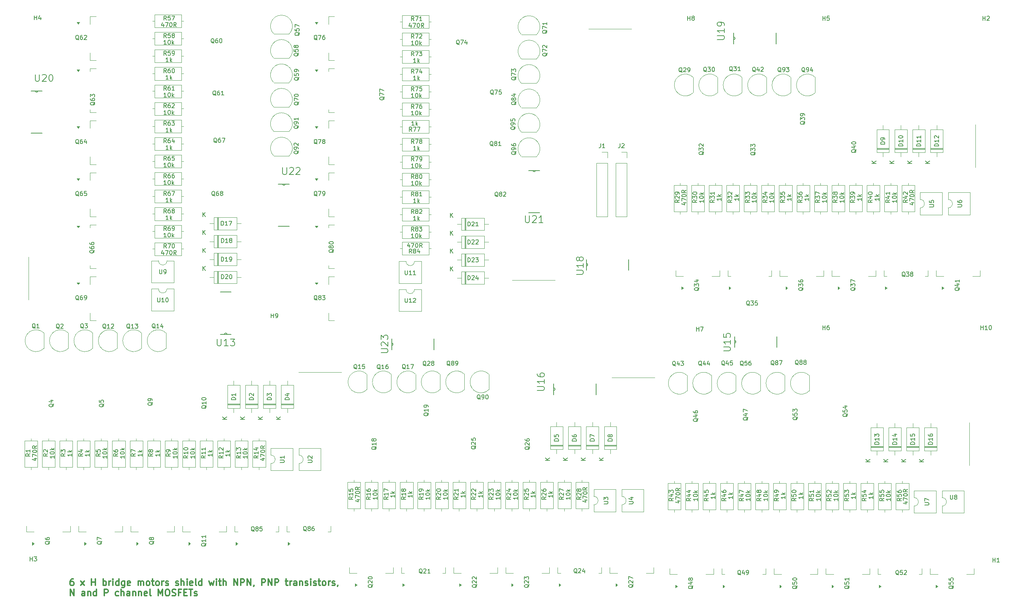
<source format=gbr>
%TF.GenerationSoftware,KiCad,Pcbnew,9.0.2*%
%TF.CreationDate,2025-10-03T07:29:49+01:00*%
%TF.ProjectId,MotorControl,4d6f746f-7243-46f6-9e74-726f6c2e6b69,rev?*%
%TF.SameCoordinates,Original*%
%TF.FileFunction,Legend,Top*%
%TF.FilePolarity,Positive*%
%FSLAX46Y46*%
G04 Gerber Fmt 4.6, Leading zero omitted, Abs format (unit mm)*
G04 Created by KiCad (PCBNEW 9.0.2) date 2025-10-03 07:29:49*
%MOMM*%
%LPD*%
G01*
G04 APERTURE LIST*
%ADD10C,0.304800*%
%ADD11C,0.150000*%
%ADD12C,0.120000*%
%ADD13C,0.100000*%
%ADD14C,0.152400*%
G04 APERTURE END LIST*
D10*
X47816526Y-156120086D02*
X47526240Y-156120086D01*
X47526240Y-156120086D02*
X47381097Y-156192657D01*
X47381097Y-156192657D02*
X47308526Y-156265229D01*
X47308526Y-156265229D02*
X47163383Y-156482943D01*
X47163383Y-156482943D02*
X47090811Y-156773229D01*
X47090811Y-156773229D02*
X47090811Y-157353800D01*
X47090811Y-157353800D02*
X47163383Y-157498943D01*
X47163383Y-157498943D02*
X47235954Y-157571515D01*
X47235954Y-157571515D02*
X47381097Y-157644086D01*
X47381097Y-157644086D02*
X47671383Y-157644086D01*
X47671383Y-157644086D02*
X47816526Y-157571515D01*
X47816526Y-157571515D02*
X47889097Y-157498943D01*
X47889097Y-157498943D02*
X47961668Y-157353800D01*
X47961668Y-157353800D02*
X47961668Y-156990943D01*
X47961668Y-156990943D02*
X47889097Y-156845800D01*
X47889097Y-156845800D02*
X47816526Y-156773229D01*
X47816526Y-156773229D02*
X47671383Y-156700657D01*
X47671383Y-156700657D02*
X47381097Y-156700657D01*
X47381097Y-156700657D02*
X47235954Y-156773229D01*
X47235954Y-156773229D02*
X47163383Y-156845800D01*
X47163383Y-156845800D02*
X47090811Y-156990943D01*
X49630812Y-157644086D02*
X50429098Y-156628086D01*
X49630812Y-156628086D02*
X50429098Y-157644086D01*
X52170812Y-157644086D02*
X52170812Y-156120086D01*
X52170812Y-156845800D02*
X53041669Y-156845800D01*
X53041669Y-157644086D02*
X53041669Y-156120086D01*
X54928526Y-157644086D02*
X54928526Y-156120086D01*
X54928526Y-156700657D02*
X55073669Y-156628086D01*
X55073669Y-156628086D02*
X55363954Y-156628086D01*
X55363954Y-156628086D02*
X55509097Y-156700657D01*
X55509097Y-156700657D02*
X55581669Y-156773229D01*
X55581669Y-156773229D02*
X55654240Y-156918372D01*
X55654240Y-156918372D02*
X55654240Y-157353800D01*
X55654240Y-157353800D02*
X55581669Y-157498943D01*
X55581669Y-157498943D02*
X55509097Y-157571515D01*
X55509097Y-157571515D02*
X55363954Y-157644086D01*
X55363954Y-157644086D02*
X55073669Y-157644086D01*
X55073669Y-157644086D02*
X54928526Y-157571515D01*
X56307383Y-157644086D02*
X56307383Y-156628086D01*
X56307383Y-156918372D02*
X56379954Y-156773229D01*
X56379954Y-156773229D02*
X56452526Y-156700657D01*
X56452526Y-156700657D02*
X56597668Y-156628086D01*
X56597668Y-156628086D02*
X56742811Y-156628086D01*
X57250812Y-157644086D02*
X57250812Y-156628086D01*
X57250812Y-156120086D02*
X57178240Y-156192657D01*
X57178240Y-156192657D02*
X57250812Y-156265229D01*
X57250812Y-156265229D02*
X57323383Y-156192657D01*
X57323383Y-156192657D02*
X57250812Y-156120086D01*
X57250812Y-156120086D02*
X57250812Y-156265229D01*
X58629669Y-157644086D02*
X58629669Y-156120086D01*
X58629669Y-157571515D02*
X58484526Y-157644086D01*
X58484526Y-157644086D02*
X58194240Y-157644086D01*
X58194240Y-157644086D02*
X58049097Y-157571515D01*
X58049097Y-157571515D02*
X57976526Y-157498943D01*
X57976526Y-157498943D02*
X57903954Y-157353800D01*
X57903954Y-157353800D02*
X57903954Y-156918372D01*
X57903954Y-156918372D02*
X57976526Y-156773229D01*
X57976526Y-156773229D02*
X58049097Y-156700657D01*
X58049097Y-156700657D02*
X58194240Y-156628086D01*
X58194240Y-156628086D02*
X58484526Y-156628086D01*
X58484526Y-156628086D02*
X58629669Y-156700657D01*
X60008526Y-156628086D02*
X60008526Y-157861800D01*
X60008526Y-157861800D02*
X59935954Y-158006943D01*
X59935954Y-158006943D02*
X59863383Y-158079515D01*
X59863383Y-158079515D02*
X59718240Y-158152086D01*
X59718240Y-158152086D02*
X59500526Y-158152086D01*
X59500526Y-158152086D02*
X59355383Y-158079515D01*
X60008526Y-157571515D02*
X59863383Y-157644086D01*
X59863383Y-157644086D02*
X59573097Y-157644086D01*
X59573097Y-157644086D02*
X59427954Y-157571515D01*
X59427954Y-157571515D02*
X59355383Y-157498943D01*
X59355383Y-157498943D02*
X59282811Y-157353800D01*
X59282811Y-157353800D02*
X59282811Y-156918372D01*
X59282811Y-156918372D02*
X59355383Y-156773229D01*
X59355383Y-156773229D02*
X59427954Y-156700657D01*
X59427954Y-156700657D02*
X59573097Y-156628086D01*
X59573097Y-156628086D02*
X59863383Y-156628086D01*
X59863383Y-156628086D02*
X60008526Y-156700657D01*
X61314811Y-157571515D02*
X61169668Y-157644086D01*
X61169668Y-157644086D02*
X60879383Y-157644086D01*
X60879383Y-157644086D02*
X60734240Y-157571515D01*
X60734240Y-157571515D02*
X60661668Y-157426372D01*
X60661668Y-157426372D02*
X60661668Y-156845800D01*
X60661668Y-156845800D02*
X60734240Y-156700657D01*
X60734240Y-156700657D02*
X60879383Y-156628086D01*
X60879383Y-156628086D02*
X61169668Y-156628086D01*
X61169668Y-156628086D02*
X61314811Y-156700657D01*
X61314811Y-156700657D02*
X61387383Y-156845800D01*
X61387383Y-156845800D02*
X61387383Y-156990943D01*
X61387383Y-156990943D02*
X60661668Y-157136086D01*
X63201669Y-157644086D02*
X63201669Y-156628086D01*
X63201669Y-156773229D02*
X63274240Y-156700657D01*
X63274240Y-156700657D02*
X63419383Y-156628086D01*
X63419383Y-156628086D02*
X63637097Y-156628086D01*
X63637097Y-156628086D02*
X63782240Y-156700657D01*
X63782240Y-156700657D02*
X63854812Y-156845800D01*
X63854812Y-156845800D02*
X63854812Y-157644086D01*
X63854812Y-156845800D02*
X63927383Y-156700657D01*
X63927383Y-156700657D02*
X64072526Y-156628086D01*
X64072526Y-156628086D02*
X64290240Y-156628086D01*
X64290240Y-156628086D02*
X64435383Y-156700657D01*
X64435383Y-156700657D02*
X64507954Y-156845800D01*
X64507954Y-156845800D02*
X64507954Y-157644086D01*
X65451383Y-157644086D02*
X65306240Y-157571515D01*
X65306240Y-157571515D02*
X65233669Y-157498943D01*
X65233669Y-157498943D02*
X65161097Y-157353800D01*
X65161097Y-157353800D02*
X65161097Y-156918372D01*
X65161097Y-156918372D02*
X65233669Y-156773229D01*
X65233669Y-156773229D02*
X65306240Y-156700657D01*
X65306240Y-156700657D02*
X65451383Y-156628086D01*
X65451383Y-156628086D02*
X65669097Y-156628086D01*
X65669097Y-156628086D02*
X65814240Y-156700657D01*
X65814240Y-156700657D02*
X65886812Y-156773229D01*
X65886812Y-156773229D02*
X65959383Y-156918372D01*
X65959383Y-156918372D02*
X65959383Y-157353800D01*
X65959383Y-157353800D02*
X65886812Y-157498943D01*
X65886812Y-157498943D02*
X65814240Y-157571515D01*
X65814240Y-157571515D02*
X65669097Y-157644086D01*
X65669097Y-157644086D02*
X65451383Y-157644086D01*
X66394811Y-156628086D02*
X66975383Y-156628086D01*
X66612526Y-156120086D02*
X66612526Y-157426372D01*
X66612526Y-157426372D02*
X66685097Y-157571515D01*
X66685097Y-157571515D02*
X66830240Y-157644086D01*
X66830240Y-157644086D02*
X66975383Y-157644086D01*
X67701097Y-157644086D02*
X67555954Y-157571515D01*
X67555954Y-157571515D02*
X67483383Y-157498943D01*
X67483383Y-157498943D02*
X67410811Y-157353800D01*
X67410811Y-157353800D02*
X67410811Y-156918372D01*
X67410811Y-156918372D02*
X67483383Y-156773229D01*
X67483383Y-156773229D02*
X67555954Y-156700657D01*
X67555954Y-156700657D02*
X67701097Y-156628086D01*
X67701097Y-156628086D02*
X67918811Y-156628086D01*
X67918811Y-156628086D02*
X68063954Y-156700657D01*
X68063954Y-156700657D02*
X68136526Y-156773229D01*
X68136526Y-156773229D02*
X68209097Y-156918372D01*
X68209097Y-156918372D02*
X68209097Y-157353800D01*
X68209097Y-157353800D02*
X68136526Y-157498943D01*
X68136526Y-157498943D02*
X68063954Y-157571515D01*
X68063954Y-157571515D02*
X67918811Y-157644086D01*
X67918811Y-157644086D02*
X67701097Y-157644086D01*
X68862240Y-157644086D02*
X68862240Y-156628086D01*
X68862240Y-156918372D02*
X68934811Y-156773229D01*
X68934811Y-156773229D02*
X69007383Y-156700657D01*
X69007383Y-156700657D02*
X69152525Y-156628086D01*
X69152525Y-156628086D02*
X69297668Y-156628086D01*
X69733097Y-157571515D02*
X69878240Y-157644086D01*
X69878240Y-157644086D02*
X70168526Y-157644086D01*
X70168526Y-157644086D02*
X70313669Y-157571515D01*
X70313669Y-157571515D02*
X70386240Y-157426372D01*
X70386240Y-157426372D02*
X70386240Y-157353800D01*
X70386240Y-157353800D02*
X70313669Y-157208657D01*
X70313669Y-157208657D02*
X70168526Y-157136086D01*
X70168526Y-157136086D02*
X69950812Y-157136086D01*
X69950812Y-157136086D02*
X69805669Y-157063515D01*
X69805669Y-157063515D02*
X69733097Y-156918372D01*
X69733097Y-156918372D02*
X69733097Y-156845800D01*
X69733097Y-156845800D02*
X69805669Y-156700657D01*
X69805669Y-156700657D02*
X69950812Y-156628086D01*
X69950812Y-156628086D02*
X70168526Y-156628086D01*
X70168526Y-156628086D02*
X70313669Y-156700657D01*
X72127954Y-157571515D02*
X72273097Y-157644086D01*
X72273097Y-157644086D02*
X72563383Y-157644086D01*
X72563383Y-157644086D02*
X72708526Y-157571515D01*
X72708526Y-157571515D02*
X72781097Y-157426372D01*
X72781097Y-157426372D02*
X72781097Y-157353800D01*
X72781097Y-157353800D02*
X72708526Y-157208657D01*
X72708526Y-157208657D02*
X72563383Y-157136086D01*
X72563383Y-157136086D02*
X72345669Y-157136086D01*
X72345669Y-157136086D02*
X72200526Y-157063515D01*
X72200526Y-157063515D02*
X72127954Y-156918372D01*
X72127954Y-156918372D02*
X72127954Y-156845800D01*
X72127954Y-156845800D02*
X72200526Y-156700657D01*
X72200526Y-156700657D02*
X72345669Y-156628086D01*
X72345669Y-156628086D02*
X72563383Y-156628086D01*
X72563383Y-156628086D02*
X72708526Y-156700657D01*
X73434240Y-157644086D02*
X73434240Y-156120086D01*
X74087383Y-157644086D02*
X74087383Y-156845800D01*
X74087383Y-156845800D02*
X74014811Y-156700657D01*
X74014811Y-156700657D02*
X73869668Y-156628086D01*
X73869668Y-156628086D02*
X73651954Y-156628086D01*
X73651954Y-156628086D02*
X73506811Y-156700657D01*
X73506811Y-156700657D02*
X73434240Y-156773229D01*
X74813097Y-157644086D02*
X74813097Y-156628086D01*
X74813097Y-156120086D02*
X74740525Y-156192657D01*
X74740525Y-156192657D02*
X74813097Y-156265229D01*
X74813097Y-156265229D02*
X74885668Y-156192657D01*
X74885668Y-156192657D02*
X74813097Y-156120086D01*
X74813097Y-156120086D02*
X74813097Y-156265229D01*
X76119382Y-157571515D02*
X75974239Y-157644086D01*
X75974239Y-157644086D02*
X75683954Y-157644086D01*
X75683954Y-157644086D02*
X75538811Y-157571515D01*
X75538811Y-157571515D02*
X75466239Y-157426372D01*
X75466239Y-157426372D02*
X75466239Y-156845800D01*
X75466239Y-156845800D02*
X75538811Y-156700657D01*
X75538811Y-156700657D02*
X75683954Y-156628086D01*
X75683954Y-156628086D02*
X75974239Y-156628086D01*
X75974239Y-156628086D02*
X76119382Y-156700657D01*
X76119382Y-156700657D02*
X76191954Y-156845800D01*
X76191954Y-156845800D02*
X76191954Y-156990943D01*
X76191954Y-156990943D02*
X75466239Y-157136086D01*
X77062811Y-157644086D02*
X76917668Y-157571515D01*
X76917668Y-157571515D02*
X76845097Y-157426372D01*
X76845097Y-157426372D02*
X76845097Y-156120086D01*
X78296526Y-157644086D02*
X78296526Y-156120086D01*
X78296526Y-157571515D02*
X78151383Y-157644086D01*
X78151383Y-157644086D02*
X77861097Y-157644086D01*
X77861097Y-157644086D02*
X77715954Y-157571515D01*
X77715954Y-157571515D02*
X77643383Y-157498943D01*
X77643383Y-157498943D02*
X77570811Y-157353800D01*
X77570811Y-157353800D02*
X77570811Y-156918372D01*
X77570811Y-156918372D02*
X77643383Y-156773229D01*
X77643383Y-156773229D02*
X77715954Y-156700657D01*
X77715954Y-156700657D02*
X77861097Y-156628086D01*
X77861097Y-156628086D02*
X78151383Y-156628086D01*
X78151383Y-156628086D02*
X78296526Y-156700657D01*
X80038240Y-156628086D02*
X80328526Y-157644086D01*
X80328526Y-157644086D02*
X80618811Y-156918372D01*
X80618811Y-156918372D02*
X80909097Y-157644086D01*
X80909097Y-157644086D02*
X81199383Y-156628086D01*
X81779954Y-157644086D02*
X81779954Y-156628086D01*
X81779954Y-156120086D02*
X81707382Y-156192657D01*
X81707382Y-156192657D02*
X81779954Y-156265229D01*
X81779954Y-156265229D02*
X81852525Y-156192657D01*
X81852525Y-156192657D02*
X81779954Y-156120086D01*
X81779954Y-156120086D02*
X81779954Y-156265229D01*
X82287953Y-156628086D02*
X82868525Y-156628086D01*
X82505668Y-156120086D02*
X82505668Y-157426372D01*
X82505668Y-157426372D02*
X82578239Y-157571515D01*
X82578239Y-157571515D02*
X82723382Y-157644086D01*
X82723382Y-157644086D02*
X82868525Y-157644086D01*
X83376525Y-157644086D02*
X83376525Y-156120086D01*
X84029668Y-157644086D02*
X84029668Y-156845800D01*
X84029668Y-156845800D02*
X83957096Y-156700657D01*
X83957096Y-156700657D02*
X83811953Y-156628086D01*
X83811953Y-156628086D02*
X83594239Y-156628086D01*
X83594239Y-156628086D02*
X83449096Y-156700657D01*
X83449096Y-156700657D02*
X83376525Y-156773229D01*
X85916525Y-157644086D02*
X85916525Y-156120086D01*
X85916525Y-156120086D02*
X86787382Y-157644086D01*
X86787382Y-157644086D02*
X86787382Y-156120086D01*
X87513096Y-157644086D02*
X87513096Y-156120086D01*
X87513096Y-156120086D02*
X88093667Y-156120086D01*
X88093667Y-156120086D02*
X88238810Y-156192657D01*
X88238810Y-156192657D02*
X88311381Y-156265229D01*
X88311381Y-156265229D02*
X88383953Y-156410372D01*
X88383953Y-156410372D02*
X88383953Y-156628086D01*
X88383953Y-156628086D02*
X88311381Y-156773229D01*
X88311381Y-156773229D02*
X88238810Y-156845800D01*
X88238810Y-156845800D02*
X88093667Y-156918372D01*
X88093667Y-156918372D02*
X87513096Y-156918372D01*
X89037096Y-157644086D02*
X89037096Y-156120086D01*
X89037096Y-156120086D02*
X89907953Y-157644086D01*
X89907953Y-157644086D02*
X89907953Y-156120086D01*
X90706238Y-157571515D02*
X90706238Y-157644086D01*
X90706238Y-157644086D02*
X90633667Y-157789229D01*
X90633667Y-157789229D02*
X90561095Y-157861800D01*
X92520524Y-157644086D02*
X92520524Y-156120086D01*
X92520524Y-156120086D02*
X93101095Y-156120086D01*
X93101095Y-156120086D02*
X93246238Y-156192657D01*
X93246238Y-156192657D02*
X93318809Y-156265229D01*
X93318809Y-156265229D02*
X93391381Y-156410372D01*
X93391381Y-156410372D02*
X93391381Y-156628086D01*
X93391381Y-156628086D02*
X93318809Y-156773229D01*
X93318809Y-156773229D02*
X93246238Y-156845800D01*
X93246238Y-156845800D02*
X93101095Y-156918372D01*
X93101095Y-156918372D02*
X92520524Y-156918372D01*
X94044524Y-157644086D02*
X94044524Y-156120086D01*
X94044524Y-156120086D02*
X94915381Y-157644086D01*
X94915381Y-157644086D02*
X94915381Y-156120086D01*
X95641095Y-157644086D02*
X95641095Y-156120086D01*
X95641095Y-156120086D02*
X96221666Y-156120086D01*
X96221666Y-156120086D02*
X96366809Y-156192657D01*
X96366809Y-156192657D02*
X96439380Y-156265229D01*
X96439380Y-156265229D02*
X96511952Y-156410372D01*
X96511952Y-156410372D02*
X96511952Y-156628086D01*
X96511952Y-156628086D02*
X96439380Y-156773229D01*
X96439380Y-156773229D02*
X96366809Y-156845800D01*
X96366809Y-156845800D02*
X96221666Y-156918372D01*
X96221666Y-156918372D02*
X95641095Y-156918372D01*
X98108523Y-156628086D02*
X98689095Y-156628086D01*
X98326238Y-156120086D02*
X98326238Y-157426372D01*
X98326238Y-157426372D02*
X98398809Y-157571515D01*
X98398809Y-157571515D02*
X98543952Y-157644086D01*
X98543952Y-157644086D02*
X98689095Y-157644086D01*
X99197095Y-157644086D02*
X99197095Y-156628086D01*
X99197095Y-156918372D02*
X99269666Y-156773229D01*
X99269666Y-156773229D02*
X99342238Y-156700657D01*
X99342238Y-156700657D02*
X99487380Y-156628086D01*
X99487380Y-156628086D02*
X99632523Y-156628086D01*
X100793667Y-157644086D02*
X100793667Y-156845800D01*
X100793667Y-156845800D02*
X100721095Y-156700657D01*
X100721095Y-156700657D02*
X100575952Y-156628086D01*
X100575952Y-156628086D02*
X100285667Y-156628086D01*
X100285667Y-156628086D02*
X100140524Y-156700657D01*
X100793667Y-157571515D02*
X100648524Y-157644086D01*
X100648524Y-157644086D02*
X100285667Y-157644086D01*
X100285667Y-157644086D02*
X100140524Y-157571515D01*
X100140524Y-157571515D02*
X100067952Y-157426372D01*
X100067952Y-157426372D02*
X100067952Y-157281229D01*
X100067952Y-157281229D02*
X100140524Y-157136086D01*
X100140524Y-157136086D02*
X100285667Y-157063515D01*
X100285667Y-157063515D02*
X100648524Y-157063515D01*
X100648524Y-157063515D02*
X100793667Y-156990943D01*
X101519381Y-156628086D02*
X101519381Y-157644086D01*
X101519381Y-156773229D02*
X101591952Y-156700657D01*
X101591952Y-156700657D02*
X101737095Y-156628086D01*
X101737095Y-156628086D02*
X101954809Y-156628086D01*
X101954809Y-156628086D02*
X102099952Y-156700657D01*
X102099952Y-156700657D02*
X102172524Y-156845800D01*
X102172524Y-156845800D02*
X102172524Y-157644086D01*
X102825666Y-157571515D02*
X102970809Y-157644086D01*
X102970809Y-157644086D02*
X103261095Y-157644086D01*
X103261095Y-157644086D02*
X103406238Y-157571515D01*
X103406238Y-157571515D02*
X103478809Y-157426372D01*
X103478809Y-157426372D02*
X103478809Y-157353800D01*
X103478809Y-157353800D02*
X103406238Y-157208657D01*
X103406238Y-157208657D02*
X103261095Y-157136086D01*
X103261095Y-157136086D02*
X103043381Y-157136086D01*
X103043381Y-157136086D02*
X102898238Y-157063515D01*
X102898238Y-157063515D02*
X102825666Y-156918372D01*
X102825666Y-156918372D02*
X102825666Y-156845800D01*
X102825666Y-156845800D02*
X102898238Y-156700657D01*
X102898238Y-156700657D02*
X103043381Y-156628086D01*
X103043381Y-156628086D02*
X103261095Y-156628086D01*
X103261095Y-156628086D02*
X103406238Y-156700657D01*
X104131952Y-157644086D02*
X104131952Y-156628086D01*
X104131952Y-156120086D02*
X104059380Y-156192657D01*
X104059380Y-156192657D02*
X104131952Y-156265229D01*
X104131952Y-156265229D02*
X104204523Y-156192657D01*
X104204523Y-156192657D02*
X104131952Y-156120086D01*
X104131952Y-156120086D02*
X104131952Y-156265229D01*
X104785094Y-157571515D02*
X104930237Y-157644086D01*
X104930237Y-157644086D02*
X105220523Y-157644086D01*
X105220523Y-157644086D02*
X105365666Y-157571515D01*
X105365666Y-157571515D02*
X105438237Y-157426372D01*
X105438237Y-157426372D02*
X105438237Y-157353800D01*
X105438237Y-157353800D02*
X105365666Y-157208657D01*
X105365666Y-157208657D02*
X105220523Y-157136086D01*
X105220523Y-157136086D02*
X105002809Y-157136086D01*
X105002809Y-157136086D02*
X104857666Y-157063515D01*
X104857666Y-157063515D02*
X104785094Y-156918372D01*
X104785094Y-156918372D02*
X104785094Y-156845800D01*
X104785094Y-156845800D02*
X104857666Y-156700657D01*
X104857666Y-156700657D02*
X105002809Y-156628086D01*
X105002809Y-156628086D02*
X105220523Y-156628086D01*
X105220523Y-156628086D02*
X105365666Y-156700657D01*
X105873665Y-156628086D02*
X106454237Y-156628086D01*
X106091380Y-156120086D02*
X106091380Y-157426372D01*
X106091380Y-157426372D02*
X106163951Y-157571515D01*
X106163951Y-157571515D02*
X106309094Y-157644086D01*
X106309094Y-157644086D02*
X106454237Y-157644086D01*
X107179951Y-157644086D02*
X107034808Y-157571515D01*
X107034808Y-157571515D02*
X106962237Y-157498943D01*
X106962237Y-157498943D02*
X106889665Y-157353800D01*
X106889665Y-157353800D02*
X106889665Y-156918372D01*
X106889665Y-156918372D02*
X106962237Y-156773229D01*
X106962237Y-156773229D02*
X107034808Y-156700657D01*
X107034808Y-156700657D02*
X107179951Y-156628086D01*
X107179951Y-156628086D02*
X107397665Y-156628086D01*
X107397665Y-156628086D02*
X107542808Y-156700657D01*
X107542808Y-156700657D02*
X107615380Y-156773229D01*
X107615380Y-156773229D02*
X107687951Y-156918372D01*
X107687951Y-156918372D02*
X107687951Y-157353800D01*
X107687951Y-157353800D02*
X107615380Y-157498943D01*
X107615380Y-157498943D02*
X107542808Y-157571515D01*
X107542808Y-157571515D02*
X107397665Y-157644086D01*
X107397665Y-157644086D02*
X107179951Y-157644086D01*
X108341094Y-157644086D02*
X108341094Y-156628086D01*
X108341094Y-156918372D02*
X108413665Y-156773229D01*
X108413665Y-156773229D02*
X108486237Y-156700657D01*
X108486237Y-156700657D02*
X108631379Y-156628086D01*
X108631379Y-156628086D02*
X108776522Y-156628086D01*
X109211951Y-157571515D02*
X109357094Y-157644086D01*
X109357094Y-157644086D02*
X109647380Y-157644086D01*
X109647380Y-157644086D02*
X109792523Y-157571515D01*
X109792523Y-157571515D02*
X109865094Y-157426372D01*
X109865094Y-157426372D02*
X109865094Y-157353800D01*
X109865094Y-157353800D02*
X109792523Y-157208657D01*
X109792523Y-157208657D02*
X109647380Y-157136086D01*
X109647380Y-157136086D02*
X109429666Y-157136086D01*
X109429666Y-157136086D02*
X109284523Y-157063515D01*
X109284523Y-157063515D02*
X109211951Y-156918372D01*
X109211951Y-156918372D02*
X109211951Y-156845800D01*
X109211951Y-156845800D02*
X109284523Y-156700657D01*
X109284523Y-156700657D02*
X109429666Y-156628086D01*
X109429666Y-156628086D02*
X109647380Y-156628086D01*
X109647380Y-156628086D02*
X109792523Y-156700657D01*
X110590808Y-157571515D02*
X110590808Y-157644086D01*
X110590808Y-157644086D02*
X110518237Y-157789229D01*
X110518237Y-157789229D02*
X110445665Y-157861800D01*
X47163383Y-160097641D02*
X47163383Y-158573641D01*
X47163383Y-158573641D02*
X48034240Y-160097641D01*
X48034240Y-160097641D02*
X48034240Y-158573641D01*
X50574240Y-160097641D02*
X50574240Y-159299355D01*
X50574240Y-159299355D02*
X50501668Y-159154212D01*
X50501668Y-159154212D02*
X50356525Y-159081641D01*
X50356525Y-159081641D02*
X50066240Y-159081641D01*
X50066240Y-159081641D02*
X49921097Y-159154212D01*
X50574240Y-160025070D02*
X50429097Y-160097641D01*
X50429097Y-160097641D02*
X50066240Y-160097641D01*
X50066240Y-160097641D02*
X49921097Y-160025070D01*
X49921097Y-160025070D02*
X49848525Y-159879927D01*
X49848525Y-159879927D02*
X49848525Y-159734784D01*
X49848525Y-159734784D02*
X49921097Y-159589641D01*
X49921097Y-159589641D02*
X50066240Y-159517070D01*
X50066240Y-159517070D02*
X50429097Y-159517070D01*
X50429097Y-159517070D02*
X50574240Y-159444498D01*
X51299954Y-159081641D02*
X51299954Y-160097641D01*
X51299954Y-159226784D02*
X51372525Y-159154212D01*
X51372525Y-159154212D02*
X51517668Y-159081641D01*
X51517668Y-159081641D02*
X51735382Y-159081641D01*
X51735382Y-159081641D02*
X51880525Y-159154212D01*
X51880525Y-159154212D02*
X51953097Y-159299355D01*
X51953097Y-159299355D02*
X51953097Y-160097641D01*
X53331954Y-160097641D02*
X53331954Y-158573641D01*
X53331954Y-160025070D02*
X53186811Y-160097641D01*
X53186811Y-160097641D02*
X52896525Y-160097641D01*
X52896525Y-160097641D02*
X52751382Y-160025070D01*
X52751382Y-160025070D02*
X52678811Y-159952498D01*
X52678811Y-159952498D02*
X52606239Y-159807355D01*
X52606239Y-159807355D02*
X52606239Y-159371927D01*
X52606239Y-159371927D02*
X52678811Y-159226784D01*
X52678811Y-159226784D02*
X52751382Y-159154212D01*
X52751382Y-159154212D02*
X52896525Y-159081641D01*
X52896525Y-159081641D02*
X53186811Y-159081641D01*
X53186811Y-159081641D02*
X53331954Y-159154212D01*
X55218811Y-160097641D02*
X55218811Y-158573641D01*
X55218811Y-158573641D02*
X55799382Y-158573641D01*
X55799382Y-158573641D02*
X55944525Y-158646212D01*
X55944525Y-158646212D02*
X56017096Y-158718784D01*
X56017096Y-158718784D02*
X56089668Y-158863927D01*
X56089668Y-158863927D02*
X56089668Y-159081641D01*
X56089668Y-159081641D02*
X56017096Y-159226784D01*
X56017096Y-159226784D02*
X55944525Y-159299355D01*
X55944525Y-159299355D02*
X55799382Y-159371927D01*
X55799382Y-159371927D02*
X55218811Y-159371927D01*
X58557097Y-160025070D02*
X58411954Y-160097641D01*
X58411954Y-160097641D02*
X58121668Y-160097641D01*
X58121668Y-160097641D02*
X57976525Y-160025070D01*
X57976525Y-160025070D02*
X57903954Y-159952498D01*
X57903954Y-159952498D02*
X57831382Y-159807355D01*
X57831382Y-159807355D02*
X57831382Y-159371927D01*
X57831382Y-159371927D02*
X57903954Y-159226784D01*
X57903954Y-159226784D02*
X57976525Y-159154212D01*
X57976525Y-159154212D02*
X58121668Y-159081641D01*
X58121668Y-159081641D02*
X58411954Y-159081641D01*
X58411954Y-159081641D02*
X58557097Y-159154212D01*
X59210240Y-160097641D02*
X59210240Y-158573641D01*
X59863383Y-160097641D02*
X59863383Y-159299355D01*
X59863383Y-159299355D02*
X59790811Y-159154212D01*
X59790811Y-159154212D02*
X59645668Y-159081641D01*
X59645668Y-159081641D02*
X59427954Y-159081641D01*
X59427954Y-159081641D02*
X59282811Y-159154212D01*
X59282811Y-159154212D02*
X59210240Y-159226784D01*
X61242240Y-160097641D02*
X61242240Y-159299355D01*
X61242240Y-159299355D02*
X61169668Y-159154212D01*
X61169668Y-159154212D02*
X61024525Y-159081641D01*
X61024525Y-159081641D02*
X60734240Y-159081641D01*
X60734240Y-159081641D02*
X60589097Y-159154212D01*
X61242240Y-160025070D02*
X61097097Y-160097641D01*
X61097097Y-160097641D02*
X60734240Y-160097641D01*
X60734240Y-160097641D02*
X60589097Y-160025070D01*
X60589097Y-160025070D02*
X60516525Y-159879927D01*
X60516525Y-159879927D02*
X60516525Y-159734784D01*
X60516525Y-159734784D02*
X60589097Y-159589641D01*
X60589097Y-159589641D02*
X60734240Y-159517070D01*
X60734240Y-159517070D02*
X61097097Y-159517070D01*
X61097097Y-159517070D02*
X61242240Y-159444498D01*
X61967954Y-159081641D02*
X61967954Y-160097641D01*
X61967954Y-159226784D02*
X62040525Y-159154212D01*
X62040525Y-159154212D02*
X62185668Y-159081641D01*
X62185668Y-159081641D02*
X62403382Y-159081641D01*
X62403382Y-159081641D02*
X62548525Y-159154212D01*
X62548525Y-159154212D02*
X62621097Y-159299355D01*
X62621097Y-159299355D02*
X62621097Y-160097641D01*
X63346811Y-159081641D02*
X63346811Y-160097641D01*
X63346811Y-159226784D02*
X63419382Y-159154212D01*
X63419382Y-159154212D02*
X63564525Y-159081641D01*
X63564525Y-159081641D02*
X63782239Y-159081641D01*
X63782239Y-159081641D02*
X63927382Y-159154212D01*
X63927382Y-159154212D02*
X63999954Y-159299355D01*
X63999954Y-159299355D02*
X63999954Y-160097641D01*
X65306239Y-160025070D02*
X65161096Y-160097641D01*
X65161096Y-160097641D02*
X64870811Y-160097641D01*
X64870811Y-160097641D02*
X64725668Y-160025070D01*
X64725668Y-160025070D02*
X64653096Y-159879927D01*
X64653096Y-159879927D02*
X64653096Y-159299355D01*
X64653096Y-159299355D02*
X64725668Y-159154212D01*
X64725668Y-159154212D02*
X64870811Y-159081641D01*
X64870811Y-159081641D02*
X65161096Y-159081641D01*
X65161096Y-159081641D02*
X65306239Y-159154212D01*
X65306239Y-159154212D02*
X65378811Y-159299355D01*
X65378811Y-159299355D02*
X65378811Y-159444498D01*
X65378811Y-159444498D02*
X64653096Y-159589641D01*
X66249668Y-160097641D02*
X66104525Y-160025070D01*
X66104525Y-160025070D02*
X66031954Y-159879927D01*
X66031954Y-159879927D02*
X66031954Y-158573641D01*
X67991383Y-160097641D02*
X67991383Y-158573641D01*
X67991383Y-158573641D02*
X68499383Y-159662212D01*
X68499383Y-159662212D02*
X69007383Y-158573641D01*
X69007383Y-158573641D02*
X69007383Y-160097641D01*
X70023382Y-158573641D02*
X70313668Y-158573641D01*
X70313668Y-158573641D02*
X70458811Y-158646212D01*
X70458811Y-158646212D02*
X70603954Y-158791355D01*
X70603954Y-158791355D02*
X70676525Y-159081641D01*
X70676525Y-159081641D02*
X70676525Y-159589641D01*
X70676525Y-159589641D02*
X70603954Y-159879927D01*
X70603954Y-159879927D02*
X70458811Y-160025070D01*
X70458811Y-160025070D02*
X70313668Y-160097641D01*
X70313668Y-160097641D02*
X70023382Y-160097641D01*
X70023382Y-160097641D02*
X69878240Y-160025070D01*
X69878240Y-160025070D02*
X69733097Y-159879927D01*
X69733097Y-159879927D02*
X69660525Y-159589641D01*
X69660525Y-159589641D02*
X69660525Y-159081641D01*
X69660525Y-159081641D02*
X69733097Y-158791355D01*
X69733097Y-158791355D02*
X69878240Y-158646212D01*
X69878240Y-158646212D02*
X70023382Y-158573641D01*
X71257096Y-160025070D02*
X71474811Y-160097641D01*
X71474811Y-160097641D02*
X71837668Y-160097641D01*
X71837668Y-160097641D02*
X71982811Y-160025070D01*
X71982811Y-160025070D02*
X72055382Y-159952498D01*
X72055382Y-159952498D02*
X72127953Y-159807355D01*
X72127953Y-159807355D02*
X72127953Y-159662212D01*
X72127953Y-159662212D02*
X72055382Y-159517070D01*
X72055382Y-159517070D02*
X71982811Y-159444498D01*
X71982811Y-159444498D02*
X71837668Y-159371927D01*
X71837668Y-159371927D02*
X71547382Y-159299355D01*
X71547382Y-159299355D02*
X71402239Y-159226784D01*
X71402239Y-159226784D02*
X71329668Y-159154212D01*
X71329668Y-159154212D02*
X71257096Y-159009070D01*
X71257096Y-159009070D02*
X71257096Y-158863927D01*
X71257096Y-158863927D02*
X71329668Y-158718784D01*
X71329668Y-158718784D02*
X71402239Y-158646212D01*
X71402239Y-158646212D02*
X71547382Y-158573641D01*
X71547382Y-158573641D02*
X71910239Y-158573641D01*
X71910239Y-158573641D02*
X72127953Y-158646212D01*
X73289097Y-159299355D02*
X72781097Y-159299355D01*
X72781097Y-160097641D02*
X72781097Y-158573641D01*
X72781097Y-158573641D02*
X73506811Y-158573641D01*
X74087383Y-159299355D02*
X74595383Y-159299355D01*
X74813097Y-160097641D02*
X74087383Y-160097641D01*
X74087383Y-160097641D02*
X74087383Y-158573641D01*
X74087383Y-158573641D02*
X74813097Y-158573641D01*
X75248525Y-158573641D02*
X76119383Y-158573641D01*
X75683954Y-160097641D02*
X75683954Y-158573641D01*
X76554811Y-160025070D02*
X76699954Y-160097641D01*
X76699954Y-160097641D02*
X76990240Y-160097641D01*
X76990240Y-160097641D02*
X77135383Y-160025070D01*
X77135383Y-160025070D02*
X77207954Y-159879927D01*
X77207954Y-159879927D02*
X77207954Y-159807355D01*
X77207954Y-159807355D02*
X77135383Y-159662212D01*
X77135383Y-159662212D02*
X76990240Y-159589641D01*
X76990240Y-159589641D02*
X76772526Y-159589641D01*
X76772526Y-159589641D02*
X76627383Y-159517070D01*
X76627383Y-159517070D02*
X76554811Y-159371927D01*
X76554811Y-159371927D02*
X76554811Y-159299355D01*
X76554811Y-159299355D02*
X76627383Y-159154212D01*
X76627383Y-159154212D02*
X76772526Y-159081641D01*
X76772526Y-159081641D02*
X76990240Y-159081641D01*
X76990240Y-159081641D02*
X77135383Y-159154212D01*
D11*
X155885457Y-157391828D02*
X155837838Y-157487066D01*
X155837838Y-157487066D02*
X155742600Y-157582304D01*
X155742600Y-157582304D02*
X155599742Y-157725161D01*
X155599742Y-157725161D02*
X155552123Y-157820399D01*
X155552123Y-157820399D02*
X155552123Y-157915637D01*
X155790219Y-157868018D02*
X155742600Y-157963256D01*
X155742600Y-157963256D02*
X155647361Y-158058494D01*
X155647361Y-158058494D02*
X155456885Y-158106113D01*
X155456885Y-158106113D02*
X155123552Y-158106113D01*
X155123552Y-158106113D02*
X154933076Y-158058494D01*
X154933076Y-158058494D02*
X154837838Y-157963256D01*
X154837838Y-157963256D02*
X154790219Y-157868018D01*
X154790219Y-157868018D02*
X154790219Y-157677542D01*
X154790219Y-157677542D02*
X154837838Y-157582304D01*
X154837838Y-157582304D02*
X154933076Y-157487066D01*
X154933076Y-157487066D02*
X155123552Y-157439447D01*
X155123552Y-157439447D02*
X155456885Y-157439447D01*
X155456885Y-157439447D02*
X155647361Y-157487066D01*
X155647361Y-157487066D02*
X155742600Y-157582304D01*
X155742600Y-157582304D02*
X155790219Y-157677542D01*
X155790219Y-157677542D02*
X155790219Y-157868018D01*
X154885457Y-157058494D02*
X154837838Y-157010875D01*
X154837838Y-157010875D02*
X154790219Y-156915637D01*
X154790219Y-156915637D02*
X154790219Y-156677542D01*
X154790219Y-156677542D02*
X154837838Y-156582304D01*
X154837838Y-156582304D02*
X154885457Y-156534685D01*
X154885457Y-156534685D02*
X154980695Y-156487066D01*
X154980695Y-156487066D02*
X155075933Y-156487066D01*
X155075933Y-156487066D02*
X155218790Y-156534685D01*
X155218790Y-156534685D02*
X155790219Y-157106113D01*
X155790219Y-157106113D02*
X155790219Y-156487066D01*
X154790219Y-156153732D02*
X154790219Y-155534685D01*
X154790219Y-155534685D02*
X155171171Y-155868018D01*
X155171171Y-155868018D02*
X155171171Y-155725161D01*
X155171171Y-155725161D02*
X155218790Y-155629923D01*
X155218790Y-155629923D02*
X155266409Y-155582304D01*
X155266409Y-155582304D02*
X155361647Y-155534685D01*
X155361647Y-155534685D02*
X155599742Y-155534685D01*
X155599742Y-155534685D02*
X155694980Y-155582304D01*
X155694980Y-155582304D02*
X155742600Y-155629923D01*
X155742600Y-155629923D02*
X155790219Y-155725161D01*
X155790219Y-155725161D02*
X155790219Y-156010875D01*
X155790219Y-156010875D02*
X155742600Y-156106113D01*
X155742600Y-156106113D02*
X155694980Y-156153732D01*
X204128571Y-35650057D02*
X204033333Y-35602438D01*
X204033333Y-35602438D02*
X203938095Y-35507200D01*
X203938095Y-35507200D02*
X203795238Y-35364342D01*
X203795238Y-35364342D02*
X203700000Y-35316723D01*
X203700000Y-35316723D02*
X203604762Y-35316723D01*
X203652381Y-35554819D02*
X203557143Y-35507200D01*
X203557143Y-35507200D02*
X203461905Y-35411961D01*
X203461905Y-35411961D02*
X203414286Y-35221485D01*
X203414286Y-35221485D02*
X203414286Y-34888152D01*
X203414286Y-34888152D02*
X203461905Y-34697676D01*
X203461905Y-34697676D02*
X203557143Y-34602438D01*
X203557143Y-34602438D02*
X203652381Y-34554819D01*
X203652381Y-34554819D02*
X203842857Y-34554819D01*
X203842857Y-34554819D02*
X203938095Y-34602438D01*
X203938095Y-34602438D02*
X204033333Y-34697676D01*
X204033333Y-34697676D02*
X204080952Y-34888152D01*
X204080952Y-34888152D02*
X204080952Y-35221485D01*
X204080952Y-35221485D02*
X204033333Y-35411961D01*
X204033333Y-35411961D02*
X203938095Y-35507200D01*
X203938095Y-35507200D02*
X203842857Y-35554819D01*
X203842857Y-35554819D02*
X203652381Y-35554819D01*
X204414286Y-34554819D02*
X205033333Y-34554819D01*
X205033333Y-34554819D02*
X204700000Y-34935771D01*
X204700000Y-34935771D02*
X204842857Y-34935771D01*
X204842857Y-34935771D02*
X204938095Y-34983390D01*
X204938095Y-34983390D02*
X204985714Y-35031009D01*
X204985714Y-35031009D02*
X205033333Y-35126247D01*
X205033333Y-35126247D02*
X205033333Y-35364342D01*
X205033333Y-35364342D02*
X204985714Y-35459580D01*
X204985714Y-35459580D02*
X204938095Y-35507200D01*
X204938095Y-35507200D02*
X204842857Y-35554819D01*
X204842857Y-35554819D02*
X204557143Y-35554819D01*
X204557143Y-35554819D02*
X204461905Y-35507200D01*
X204461905Y-35507200D02*
X204414286Y-35459580D01*
X205985714Y-35554819D02*
X205414286Y-35554819D01*
X205700000Y-35554819D02*
X205700000Y-34554819D01*
X205700000Y-34554819D02*
X205604762Y-34697676D01*
X205604762Y-34697676D02*
X205509524Y-34792914D01*
X205509524Y-34792914D02*
X205414286Y-34840533D01*
X38644295Y-23449419D02*
X38644295Y-22449419D01*
X38644295Y-22925609D02*
X39215723Y-22925609D01*
X39215723Y-23449419D02*
X39215723Y-22449419D01*
X40120485Y-22782752D02*
X40120485Y-23449419D01*
X39882390Y-22401800D02*
X39644295Y-23116085D01*
X39644295Y-23116085D02*
X40263342Y-23116085D01*
X167278571Y-154750057D02*
X167183333Y-154702438D01*
X167183333Y-154702438D02*
X167088095Y-154607200D01*
X167088095Y-154607200D02*
X166945238Y-154464342D01*
X166945238Y-154464342D02*
X166850000Y-154416723D01*
X166850000Y-154416723D02*
X166754762Y-154416723D01*
X166802381Y-154654819D02*
X166707143Y-154607200D01*
X166707143Y-154607200D02*
X166611905Y-154511961D01*
X166611905Y-154511961D02*
X166564286Y-154321485D01*
X166564286Y-154321485D02*
X166564286Y-153988152D01*
X166564286Y-153988152D02*
X166611905Y-153797676D01*
X166611905Y-153797676D02*
X166707143Y-153702438D01*
X166707143Y-153702438D02*
X166802381Y-153654819D01*
X166802381Y-153654819D02*
X166992857Y-153654819D01*
X166992857Y-153654819D02*
X167088095Y-153702438D01*
X167088095Y-153702438D02*
X167183333Y-153797676D01*
X167183333Y-153797676D02*
X167230952Y-153988152D01*
X167230952Y-153988152D02*
X167230952Y-154321485D01*
X167230952Y-154321485D02*
X167183333Y-154511961D01*
X167183333Y-154511961D02*
X167088095Y-154607200D01*
X167088095Y-154607200D02*
X166992857Y-154654819D01*
X166992857Y-154654819D02*
X166802381Y-154654819D01*
X167611905Y-153750057D02*
X167659524Y-153702438D01*
X167659524Y-153702438D02*
X167754762Y-153654819D01*
X167754762Y-153654819D02*
X167992857Y-153654819D01*
X167992857Y-153654819D02*
X168088095Y-153702438D01*
X168088095Y-153702438D02*
X168135714Y-153750057D01*
X168135714Y-153750057D02*
X168183333Y-153845295D01*
X168183333Y-153845295D02*
X168183333Y-153940533D01*
X168183333Y-153940533D02*
X168135714Y-154083390D01*
X168135714Y-154083390D02*
X167564286Y-154654819D01*
X167564286Y-154654819D02*
X168183333Y-154654819D01*
X169040476Y-153988152D02*
X169040476Y-154654819D01*
X168802381Y-153607200D02*
X168564286Y-154321485D01*
X168564286Y-154321485D02*
X169183333Y-154321485D01*
X55100057Y-114545238D02*
X55052438Y-114640476D01*
X55052438Y-114640476D02*
X54957200Y-114735714D01*
X54957200Y-114735714D02*
X54814342Y-114878571D01*
X54814342Y-114878571D02*
X54766723Y-114973809D01*
X54766723Y-114973809D02*
X54766723Y-115069047D01*
X55004819Y-115021428D02*
X54957200Y-115116666D01*
X54957200Y-115116666D02*
X54861961Y-115211904D01*
X54861961Y-115211904D02*
X54671485Y-115259523D01*
X54671485Y-115259523D02*
X54338152Y-115259523D01*
X54338152Y-115259523D02*
X54147676Y-115211904D01*
X54147676Y-115211904D02*
X54052438Y-115116666D01*
X54052438Y-115116666D02*
X54004819Y-115021428D01*
X54004819Y-115021428D02*
X54004819Y-114830952D01*
X54004819Y-114830952D02*
X54052438Y-114735714D01*
X54052438Y-114735714D02*
X54147676Y-114640476D01*
X54147676Y-114640476D02*
X54338152Y-114592857D01*
X54338152Y-114592857D02*
X54671485Y-114592857D01*
X54671485Y-114592857D02*
X54861961Y-114640476D01*
X54861961Y-114640476D02*
X54957200Y-114735714D01*
X54957200Y-114735714D02*
X55004819Y-114830952D01*
X55004819Y-114830952D02*
X55004819Y-115021428D01*
X54004819Y-113688095D02*
X54004819Y-114164285D01*
X54004819Y-114164285D02*
X54481009Y-114211904D01*
X54481009Y-114211904D02*
X54433390Y-114164285D01*
X54433390Y-114164285D02*
X54385771Y-114069047D01*
X54385771Y-114069047D02*
X54385771Y-113830952D01*
X54385771Y-113830952D02*
X54433390Y-113735714D01*
X54433390Y-113735714D02*
X54481009Y-113688095D01*
X54481009Y-113688095D02*
X54576247Y-113640476D01*
X54576247Y-113640476D02*
X54814342Y-113640476D01*
X54814342Y-113640476D02*
X54909580Y-113688095D01*
X54909580Y-113688095D02*
X54957200Y-113735714D01*
X54957200Y-113735714D02*
X55004819Y-113830952D01*
X55004819Y-113830952D02*
X55004819Y-114069047D01*
X55004819Y-114069047D02*
X54957200Y-114164285D01*
X54957200Y-114164285D02*
X54909580Y-114211904D01*
X231817057Y-157694428D02*
X231769438Y-157789666D01*
X231769438Y-157789666D02*
X231674200Y-157884904D01*
X231674200Y-157884904D02*
X231531342Y-158027761D01*
X231531342Y-158027761D02*
X231483723Y-158122999D01*
X231483723Y-158122999D02*
X231483723Y-158218237D01*
X231721819Y-158170618D02*
X231674200Y-158265856D01*
X231674200Y-158265856D02*
X231578961Y-158361094D01*
X231578961Y-158361094D02*
X231388485Y-158408713D01*
X231388485Y-158408713D02*
X231055152Y-158408713D01*
X231055152Y-158408713D02*
X230864676Y-158361094D01*
X230864676Y-158361094D02*
X230769438Y-158265856D01*
X230769438Y-158265856D02*
X230721819Y-158170618D01*
X230721819Y-158170618D02*
X230721819Y-157980142D01*
X230721819Y-157980142D02*
X230769438Y-157884904D01*
X230769438Y-157884904D02*
X230864676Y-157789666D01*
X230864676Y-157789666D02*
X231055152Y-157742047D01*
X231055152Y-157742047D02*
X231388485Y-157742047D01*
X231388485Y-157742047D02*
X231578961Y-157789666D01*
X231578961Y-157789666D02*
X231674200Y-157884904D01*
X231674200Y-157884904D02*
X231721819Y-157980142D01*
X231721819Y-157980142D02*
X231721819Y-158170618D01*
X230721819Y-156837285D02*
X230721819Y-157313475D01*
X230721819Y-157313475D02*
X231198009Y-157361094D01*
X231198009Y-157361094D02*
X231150390Y-157313475D01*
X231150390Y-157313475D02*
X231102771Y-157218237D01*
X231102771Y-157218237D02*
X231102771Y-156980142D01*
X231102771Y-156980142D02*
X231150390Y-156884904D01*
X231150390Y-156884904D02*
X231198009Y-156837285D01*
X231198009Y-156837285D02*
X231293247Y-156789666D01*
X231293247Y-156789666D02*
X231531342Y-156789666D01*
X231531342Y-156789666D02*
X231626580Y-156837285D01*
X231626580Y-156837285D02*
X231674200Y-156884904D01*
X231674200Y-156884904D02*
X231721819Y-156980142D01*
X231721819Y-156980142D02*
X231721819Y-157218237D01*
X231721819Y-157218237D02*
X231674200Y-157313475D01*
X231674200Y-157313475D02*
X231626580Y-157361094D01*
X231721819Y-155837285D02*
X231721819Y-156408713D01*
X231721819Y-156122999D02*
X230721819Y-156122999D01*
X230721819Y-156122999D02*
X230864676Y-156218237D01*
X230864676Y-156218237D02*
X230959914Y-156313475D01*
X230959914Y-156313475D02*
X231007533Y-156408713D01*
X82910514Y-72209819D02*
X82910514Y-71209819D01*
X82910514Y-71209819D02*
X83148609Y-71209819D01*
X83148609Y-71209819D02*
X83291466Y-71257438D01*
X83291466Y-71257438D02*
X83386704Y-71352676D01*
X83386704Y-71352676D02*
X83434323Y-71447914D01*
X83434323Y-71447914D02*
X83481942Y-71638390D01*
X83481942Y-71638390D02*
X83481942Y-71781247D01*
X83481942Y-71781247D02*
X83434323Y-71971723D01*
X83434323Y-71971723D02*
X83386704Y-72066961D01*
X83386704Y-72066961D02*
X83291466Y-72162200D01*
X83291466Y-72162200D02*
X83148609Y-72209819D01*
X83148609Y-72209819D02*
X82910514Y-72209819D01*
X84434323Y-72209819D02*
X83862895Y-72209819D01*
X84148609Y-72209819D02*
X84148609Y-71209819D01*
X84148609Y-71209819D02*
X84053371Y-71352676D01*
X84053371Y-71352676D02*
X83958133Y-71447914D01*
X83958133Y-71447914D02*
X83862895Y-71495533D01*
X84767657Y-71209819D02*
X85434323Y-71209819D01*
X85434323Y-71209819D02*
X85005752Y-72209819D01*
X78575295Y-70143019D02*
X78575295Y-69143019D01*
X79146723Y-70143019D02*
X78718152Y-69571590D01*
X79146723Y-69143019D02*
X78575295Y-69714447D01*
X148528571Y-65400057D02*
X148433333Y-65352438D01*
X148433333Y-65352438D02*
X148338095Y-65257200D01*
X148338095Y-65257200D02*
X148195238Y-65114342D01*
X148195238Y-65114342D02*
X148100000Y-65066723D01*
X148100000Y-65066723D02*
X148004762Y-65066723D01*
X148052381Y-65304819D02*
X147957143Y-65257200D01*
X147957143Y-65257200D02*
X147861905Y-65161961D01*
X147861905Y-65161961D02*
X147814286Y-64971485D01*
X147814286Y-64971485D02*
X147814286Y-64638152D01*
X147814286Y-64638152D02*
X147861905Y-64447676D01*
X147861905Y-64447676D02*
X147957143Y-64352438D01*
X147957143Y-64352438D02*
X148052381Y-64304819D01*
X148052381Y-64304819D02*
X148242857Y-64304819D01*
X148242857Y-64304819D02*
X148338095Y-64352438D01*
X148338095Y-64352438D02*
X148433333Y-64447676D01*
X148433333Y-64447676D02*
X148480952Y-64638152D01*
X148480952Y-64638152D02*
X148480952Y-64971485D01*
X148480952Y-64971485D02*
X148433333Y-65161961D01*
X148433333Y-65161961D02*
X148338095Y-65257200D01*
X148338095Y-65257200D02*
X148242857Y-65304819D01*
X148242857Y-65304819D02*
X148052381Y-65304819D01*
X149052381Y-64733390D02*
X148957143Y-64685771D01*
X148957143Y-64685771D02*
X148909524Y-64638152D01*
X148909524Y-64638152D02*
X148861905Y-64542914D01*
X148861905Y-64542914D02*
X148861905Y-64495295D01*
X148861905Y-64495295D02*
X148909524Y-64400057D01*
X148909524Y-64400057D02*
X148957143Y-64352438D01*
X148957143Y-64352438D02*
X149052381Y-64304819D01*
X149052381Y-64304819D02*
X149242857Y-64304819D01*
X149242857Y-64304819D02*
X149338095Y-64352438D01*
X149338095Y-64352438D02*
X149385714Y-64400057D01*
X149385714Y-64400057D02*
X149433333Y-64495295D01*
X149433333Y-64495295D02*
X149433333Y-64542914D01*
X149433333Y-64542914D02*
X149385714Y-64638152D01*
X149385714Y-64638152D02*
X149338095Y-64685771D01*
X149338095Y-64685771D02*
X149242857Y-64733390D01*
X149242857Y-64733390D02*
X149052381Y-64733390D01*
X149052381Y-64733390D02*
X148957143Y-64781009D01*
X148957143Y-64781009D02*
X148909524Y-64828628D01*
X148909524Y-64828628D02*
X148861905Y-64923866D01*
X148861905Y-64923866D02*
X148861905Y-65114342D01*
X148861905Y-65114342D02*
X148909524Y-65209580D01*
X148909524Y-65209580D02*
X148957143Y-65257200D01*
X148957143Y-65257200D02*
X149052381Y-65304819D01*
X149052381Y-65304819D02*
X149242857Y-65304819D01*
X149242857Y-65304819D02*
X149338095Y-65257200D01*
X149338095Y-65257200D02*
X149385714Y-65209580D01*
X149385714Y-65209580D02*
X149433333Y-65114342D01*
X149433333Y-65114342D02*
X149433333Y-64923866D01*
X149433333Y-64923866D02*
X149385714Y-64828628D01*
X149385714Y-64828628D02*
X149338095Y-64781009D01*
X149338095Y-64781009D02*
X149242857Y-64733390D01*
X149814286Y-64400057D02*
X149861905Y-64352438D01*
X149861905Y-64352438D02*
X149957143Y-64304819D01*
X149957143Y-64304819D02*
X150195238Y-64304819D01*
X150195238Y-64304819D02*
X150290476Y-64352438D01*
X150290476Y-64352438D02*
X150338095Y-64400057D01*
X150338095Y-64400057D02*
X150385714Y-64495295D01*
X150385714Y-64495295D02*
X150385714Y-64590533D01*
X150385714Y-64590533D02*
X150338095Y-64733390D01*
X150338095Y-64733390D02*
X149766667Y-65304819D01*
X149766667Y-65304819D02*
X150385714Y-65304819D01*
X196195057Y-86955428D02*
X196147438Y-87050666D01*
X196147438Y-87050666D02*
X196052200Y-87145904D01*
X196052200Y-87145904D02*
X195909342Y-87288761D01*
X195909342Y-87288761D02*
X195861723Y-87383999D01*
X195861723Y-87383999D02*
X195861723Y-87479237D01*
X196099819Y-87431618D02*
X196052200Y-87526856D01*
X196052200Y-87526856D02*
X195956961Y-87622094D01*
X195956961Y-87622094D02*
X195766485Y-87669713D01*
X195766485Y-87669713D02*
X195433152Y-87669713D01*
X195433152Y-87669713D02*
X195242676Y-87622094D01*
X195242676Y-87622094D02*
X195147438Y-87526856D01*
X195147438Y-87526856D02*
X195099819Y-87431618D01*
X195099819Y-87431618D02*
X195099819Y-87241142D01*
X195099819Y-87241142D02*
X195147438Y-87145904D01*
X195147438Y-87145904D02*
X195242676Y-87050666D01*
X195242676Y-87050666D02*
X195433152Y-87003047D01*
X195433152Y-87003047D02*
X195766485Y-87003047D01*
X195766485Y-87003047D02*
X195956961Y-87050666D01*
X195956961Y-87050666D02*
X196052200Y-87145904D01*
X196052200Y-87145904D02*
X196099819Y-87241142D01*
X196099819Y-87241142D02*
X196099819Y-87431618D01*
X195099819Y-86669713D02*
X195099819Y-86050666D01*
X195099819Y-86050666D02*
X195480771Y-86383999D01*
X195480771Y-86383999D02*
X195480771Y-86241142D01*
X195480771Y-86241142D02*
X195528390Y-86145904D01*
X195528390Y-86145904D02*
X195576009Y-86098285D01*
X195576009Y-86098285D02*
X195671247Y-86050666D01*
X195671247Y-86050666D02*
X195909342Y-86050666D01*
X195909342Y-86050666D02*
X196004580Y-86098285D01*
X196004580Y-86098285D02*
X196052200Y-86145904D01*
X196052200Y-86145904D02*
X196099819Y-86241142D01*
X196099819Y-86241142D02*
X196099819Y-86526856D01*
X196099819Y-86526856D02*
X196052200Y-86622094D01*
X196052200Y-86622094D02*
X196004580Y-86669713D01*
X195433152Y-85193523D02*
X196099819Y-85193523D01*
X195052200Y-85431618D02*
X195766485Y-85669713D01*
X195766485Y-85669713D02*
X195766485Y-85050666D01*
X190628571Y-105550057D02*
X190533333Y-105502438D01*
X190533333Y-105502438D02*
X190438095Y-105407200D01*
X190438095Y-105407200D02*
X190295238Y-105264342D01*
X190295238Y-105264342D02*
X190200000Y-105216723D01*
X190200000Y-105216723D02*
X190104762Y-105216723D01*
X190152381Y-105454819D02*
X190057143Y-105407200D01*
X190057143Y-105407200D02*
X189961905Y-105311961D01*
X189961905Y-105311961D02*
X189914286Y-105121485D01*
X189914286Y-105121485D02*
X189914286Y-104788152D01*
X189914286Y-104788152D02*
X189961905Y-104597676D01*
X189961905Y-104597676D02*
X190057143Y-104502438D01*
X190057143Y-104502438D02*
X190152381Y-104454819D01*
X190152381Y-104454819D02*
X190342857Y-104454819D01*
X190342857Y-104454819D02*
X190438095Y-104502438D01*
X190438095Y-104502438D02*
X190533333Y-104597676D01*
X190533333Y-104597676D02*
X190580952Y-104788152D01*
X190580952Y-104788152D02*
X190580952Y-105121485D01*
X190580952Y-105121485D02*
X190533333Y-105311961D01*
X190533333Y-105311961D02*
X190438095Y-105407200D01*
X190438095Y-105407200D02*
X190342857Y-105454819D01*
X190342857Y-105454819D02*
X190152381Y-105454819D01*
X191438095Y-104788152D02*
X191438095Y-105454819D01*
X191200000Y-104407200D02*
X190961905Y-105121485D01*
X190961905Y-105121485D02*
X191580952Y-105121485D01*
X191866667Y-104454819D02*
X192485714Y-104454819D01*
X192485714Y-104454819D02*
X192152381Y-104835771D01*
X192152381Y-104835771D02*
X192295238Y-104835771D01*
X192295238Y-104835771D02*
X192390476Y-104883390D01*
X192390476Y-104883390D02*
X192438095Y-104931009D01*
X192438095Y-104931009D02*
X192485714Y-105026247D01*
X192485714Y-105026247D02*
X192485714Y-105264342D01*
X192485714Y-105264342D02*
X192438095Y-105359580D01*
X192438095Y-105359580D02*
X192390476Y-105407200D01*
X192390476Y-105407200D02*
X192295238Y-105454819D01*
X192295238Y-105454819D02*
X192009524Y-105454819D01*
X192009524Y-105454819D02*
X191914286Y-105407200D01*
X191914286Y-105407200D02*
X191866667Y-105359580D01*
X206078571Y-155150057D02*
X205983333Y-155102438D01*
X205983333Y-155102438D02*
X205888095Y-155007200D01*
X205888095Y-155007200D02*
X205745238Y-154864342D01*
X205745238Y-154864342D02*
X205650000Y-154816723D01*
X205650000Y-154816723D02*
X205554762Y-154816723D01*
X205602381Y-155054819D02*
X205507143Y-155007200D01*
X205507143Y-155007200D02*
X205411905Y-154911961D01*
X205411905Y-154911961D02*
X205364286Y-154721485D01*
X205364286Y-154721485D02*
X205364286Y-154388152D01*
X205364286Y-154388152D02*
X205411905Y-154197676D01*
X205411905Y-154197676D02*
X205507143Y-154102438D01*
X205507143Y-154102438D02*
X205602381Y-154054819D01*
X205602381Y-154054819D02*
X205792857Y-154054819D01*
X205792857Y-154054819D02*
X205888095Y-154102438D01*
X205888095Y-154102438D02*
X205983333Y-154197676D01*
X205983333Y-154197676D02*
X206030952Y-154388152D01*
X206030952Y-154388152D02*
X206030952Y-154721485D01*
X206030952Y-154721485D02*
X205983333Y-154911961D01*
X205983333Y-154911961D02*
X205888095Y-155007200D01*
X205888095Y-155007200D02*
X205792857Y-155054819D01*
X205792857Y-155054819D02*
X205602381Y-155054819D01*
X206888095Y-154388152D02*
X206888095Y-155054819D01*
X206650000Y-154007200D02*
X206411905Y-154721485D01*
X206411905Y-154721485D02*
X207030952Y-154721485D01*
X207459524Y-155054819D02*
X207650000Y-155054819D01*
X207650000Y-155054819D02*
X207745238Y-155007200D01*
X207745238Y-155007200D02*
X207792857Y-154959580D01*
X207792857Y-154959580D02*
X207888095Y-154816723D01*
X207888095Y-154816723D02*
X207935714Y-154626247D01*
X207935714Y-154626247D02*
X207935714Y-154245295D01*
X207935714Y-154245295D02*
X207888095Y-154150057D01*
X207888095Y-154150057D02*
X207840476Y-154102438D01*
X207840476Y-154102438D02*
X207745238Y-154054819D01*
X207745238Y-154054819D02*
X207554762Y-154054819D01*
X207554762Y-154054819D02*
X207459524Y-154102438D01*
X207459524Y-154102438D02*
X207411905Y-154150057D01*
X207411905Y-154150057D02*
X207364286Y-154245295D01*
X207364286Y-154245295D02*
X207364286Y-154483390D01*
X207364286Y-154483390D02*
X207411905Y-154578628D01*
X207411905Y-154578628D02*
X207459524Y-154626247D01*
X207459524Y-154626247D02*
X207554762Y-154673866D01*
X207554762Y-154673866D02*
X207745238Y-154673866D01*
X207745238Y-154673866D02*
X207840476Y-154626247D01*
X207840476Y-154626247D02*
X207888095Y-154578628D01*
X207888095Y-154578628D02*
X207935714Y-154483390D01*
X66650057Y-114195238D02*
X66602438Y-114290476D01*
X66602438Y-114290476D02*
X66507200Y-114385714D01*
X66507200Y-114385714D02*
X66364342Y-114528571D01*
X66364342Y-114528571D02*
X66316723Y-114623809D01*
X66316723Y-114623809D02*
X66316723Y-114719047D01*
X66554819Y-114671428D02*
X66507200Y-114766666D01*
X66507200Y-114766666D02*
X66411961Y-114861904D01*
X66411961Y-114861904D02*
X66221485Y-114909523D01*
X66221485Y-114909523D02*
X65888152Y-114909523D01*
X65888152Y-114909523D02*
X65697676Y-114861904D01*
X65697676Y-114861904D02*
X65602438Y-114766666D01*
X65602438Y-114766666D02*
X65554819Y-114671428D01*
X65554819Y-114671428D02*
X65554819Y-114480952D01*
X65554819Y-114480952D02*
X65602438Y-114385714D01*
X65602438Y-114385714D02*
X65697676Y-114290476D01*
X65697676Y-114290476D02*
X65888152Y-114242857D01*
X65888152Y-114242857D02*
X66221485Y-114242857D01*
X66221485Y-114242857D02*
X66411961Y-114290476D01*
X66411961Y-114290476D02*
X66507200Y-114385714D01*
X66507200Y-114385714D02*
X66554819Y-114480952D01*
X66554819Y-114480952D02*
X66554819Y-114671428D01*
X66554819Y-113766666D02*
X66554819Y-113576190D01*
X66554819Y-113576190D02*
X66507200Y-113480952D01*
X66507200Y-113480952D02*
X66459580Y-113433333D01*
X66459580Y-113433333D02*
X66316723Y-113338095D01*
X66316723Y-113338095D02*
X66126247Y-113290476D01*
X66126247Y-113290476D02*
X65745295Y-113290476D01*
X65745295Y-113290476D02*
X65650057Y-113338095D01*
X65650057Y-113338095D02*
X65602438Y-113385714D01*
X65602438Y-113385714D02*
X65554819Y-113480952D01*
X65554819Y-113480952D02*
X65554819Y-113671428D01*
X65554819Y-113671428D02*
X65602438Y-113766666D01*
X65602438Y-113766666D02*
X65650057Y-113814285D01*
X65650057Y-113814285D02*
X65745295Y-113861904D01*
X65745295Y-113861904D02*
X65983390Y-113861904D01*
X65983390Y-113861904D02*
X66078628Y-113814285D01*
X66078628Y-113814285D02*
X66126247Y-113766666D01*
X66126247Y-113766666D02*
X66173866Y-113671428D01*
X66173866Y-113671428D02*
X66173866Y-113480952D01*
X66173866Y-113480952D02*
X66126247Y-113385714D01*
X66126247Y-113385714D02*
X66078628Y-113338095D01*
X66078628Y-113338095D02*
X65983390Y-113290476D01*
X55578571Y-96700057D02*
X55483333Y-96652438D01*
X55483333Y-96652438D02*
X55388095Y-96557200D01*
X55388095Y-96557200D02*
X55245238Y-96414342D01*
X55245238Y-96414342D02*
X55150000Y-96366723D01*
X55150000Y-96366723D02*
X55054762Y-96366723D01*
X55102381Y-96604819D02*
X55007143Y-96557200D01*
X55007143Y-96557200D02*
X54911905Y-96461961D01*
X54911905Y-96461961D02*
X54864286Y-96271485D01*
X54864286Y-96271485D02*
X54864286Y-95938152D01*
X54864286Y-95938152D02*
X54911905Y-95747676D01*
X54911905Y-95747676D02*
X55007143Y-95652438D01*
X55007143Y-95652438D02*
X55102381Y-95604819D01*
X55102381Y-95604819D02*
X55292857Y-95604819D01*
X55292857Y-95604819D02*
X55388095Y-95652438D01*
X55388095Y-95652438D02*
X55483333Y-95747676D01*
X55483333Y-95747676D02*
X55530952Y-95938152D01*
X55530952Y-95938152D02*
X55530952Y-96271485D01*
X55530952Y-96271485D02*
X55483333Y-96461961D01*
X55483333Y-96461961D02*
X55388095Y-96557200D01*
X55388095Y-96557200D02*
X55292857Y-96604819D01*
X55292857Y-96604819D02*
X55102381Y-96604819D01*
X56483333Y-96604819D02*
X55911905Y-96604819D01*
X56197619Y-96604819D02*
X56197619Y-95604819D01*
X56197619Y-95604819D02*
X56102381Y-95747676D01*
X56102381Y-95747676D02*
X56007143Y-95842914D01*
X56007143Y-95842914D02*
X55911905Y-95890533D01*
X56864286Y-95700057D02*
X56911905Y-95652438D01*
X56911905Y-95652438D02*
X57007143Y-95604819D01*
X57007143Y-95604819D02*
X57245238Y-95604819D01*
X57245238Y-95604819D02*
X57340476Y-95652438D01*
X57340476Y-95652438D02*
X57388095Y-95700057D01*
X57388095Y-95700057D02*
X57435714Y-95795295D01*
X57435714Y-95795295D02*
X57435714Y-95890533D01*
X57435714Y-95890533D02*
X57388095Y-96033390D01*
X57388095Y-96033390D02*
X56816667Y-96604819D01*
X56816667Y-96604819D02*
X57435714Y-96604819D01*
X45922019Y-126374866D02*
X45445828Y-126708199D01*
X45922019Y-126946294D02*
X44922019Y-126946294D01*
X44922019Y-126946294D02*
X44922019Y-126565342D01*
X44922019Y-126565342D02*
X44969638Y-126470104D01*
X44969638Y-126470104D02*
X45017257Y-126422485D01*
X45017257Y-126422485D02*
X45112495Y-126374866D01*
X45112495Y-126374866D02*
X45255352Y-126374866D01*
X45255352Y-126374866D02*
X45350590Y-126422485D01*
X45350590Y-126422485D02*
X45398209Y-126470104D01*
X45398209Y-126470104D02*
X45445828Y-126565342D01*
X45445828Y-126565342D02*
X45445828Y-126946294D01*
X44922019Y-126041532D02*
X44922019Y-125422485D01*
X44922019Y-125422485D02*
X45302971Y-125755818D01*
X45302971Y-125755818D02*
X45302971Y-125612961D01*
X45302971Y-125612961D02*
X45350590Y-125517723D01*
X45350590Y-125517723D02*
X45398209Y-125470104D01*
X45398209Y-125470104D02*
X45493447Y-125422485D01*
X45493447Y-125422485D02*
X45731542Y-125422485D01*
X45731542Y-125422485D02*
X45826780Y-125470104D01*
X45826780Y-125470104D02*
X45874400Y-125517723D01*
X45874400Y-125517723D02*
X45922019Y-125612961D01*
X45922019Y-125612961D02*
X45922019Y-125898675D01*
X45922019Y-125898675D02*
X45874400Y-125993913D01*
X45874400Y-125993913D02*
X45826780Y-126041532D01*
X47496819Y-126378047D02*
X47496819Y-126949475D01*
X47496819Y-126663761D02*
X46496819Y-126663761D01*
X46496819Y-126663761D02*
X46639676Y-126758999D01*
X46639676Y-126758999D02*
X46734914Y-126854237D01*
X46734914Y-126854237D02*
X46782533Y-126949475D01*
X47496819Y-125949475D02*
X46496819Y-125949475D01*
X47115866Y-125854237D02*
X47496819Y-125568523D01*
X46830152Y-125568523D02*
X47211104Y-125949475D01*
X180585457Y-157391828D02*
X180537838Y-157487066D01*
X180537838Y-157487066D02*
X180442600Y-157582304D01*
X180442600Y-157582304D02*
X180299742Y-157725161D01*
X180299742Y-157725161D02*
X180252123Y-157820399D01*
X180252123Y-157820399D02*
X180252123Y-157915637D01*
X180490219Y-157868018D02*
X180442600Y-157963256D01*
X180442600Y-157963256D02*
X180347361Y-158058494D01*
X180347361Y-158058494D02*
X180156885Y-158106113D01*
X180156885Y-158106113D02*
X179823552Y-158106113D01*
X179823552Y-158106113D02*
X179633076Y-158058494D01*
X179633076Y-158058494D02*
X179537838Y-157963256D01*
X179537838Y-157963256D02*
X179490219Y-157868018D01*
X179490219Y-157868018D02*
X179490219Y-157677542D01*
X179490219Y-157677542D02*
X179537838Y-157582304D01*
X179537838Y-157582304D02*
X179633076Y-157487066D01*
X179633076Y-157487066D02*
X179823552Y-157439447D01*
X179823552Y-157439447D02*
X180156885Y-157439447D01*
X180156885Y-157439447D02*
X180347361Y-157487066D01*
X180347361Y-157487066D02*
X180442600Y-157582304D01*
X180442600Y-157582304D02*
X180490219Y-157677542D01*
X180490219Y-157677542D02*
X180490219Y-157868018D01*
X179585457Y-157058494D02*
X179537838Y-157010875D01*
X179537838Y-157010875D02*
X179490219Y-156915637D01*
X179490219Y-156915637D02*
X179490219Y-156677542D01*
X179490219Y-156677542D02*
X179537838Y-156582304D01*
X179537838Y-156582304D02*
X179585457Y-156534685D01*
X179585457Y-156534685D02*
X179680695Y-156487066D01*
X179680695Y-156487066D02*
X179775933Y-156487066D01*
X179775933Y-156487066D02*
X179918790Y-156534685D01*
X179918790Y-156534685D02*
X180490219Y-157106113D01*
X180490219Y-157106113D02*
X180490219Y-156487066D01*
X179490219Y-156153732D02*
X179490219Y-155487066D01*
X179490219Y-155487066D02*
X180490219Y-155915637D01*
X152650057Y-48771428D02*
X152602438Y-48866666D01*
X152602438Y-48866666D02*
X152507200Y-48961904D01*
X152507200Y-48961904D02*
X152364342Y-49104761D01*
X152364342Y-49104761D02*
X152316723Y-49199999D01*
X152316723Y-49199999D02*
X152316723Y-49295237D01*
X152554819Y-49247618D02*
X152507200Y-49342856D01*
X152507200Y-49342856D02*
X152411961Y-49438094D01*
X152411961Y-49438094D02*
X152221485Y-49485713D01*
X152221485Y-49485713D02*
X151888152Y-49485713D01*
X151888152Y-49485713D02*
X151697676Y-49438094D01*
X151697676Y-49438094D02*
X151602438Y-49342856D01*
X151602438Y-49342856D02*
X151554819Y-49247618D01*
X151554819Y-49247618D02*
X151554819Y-49057142D01*
X151554819Y-49057142D02*
X151602438Y-48961904D01*
X151602438Y-48961904D02*
X151697676Y-48866666D01*
X151697676Y-48866666D02*
X151888152Y-48819047D01*
X151888152Y-48819047D02*
X152221485Y-48819047D01*
X152221485Y-48819047D02*
X152411961Y-48866666D01*
X152411961Y-48866666D02*
X152507200Y-48961904D01*
X152507200Y-48961904D02*
X152554819Y-49057142D01*
X152554819Y-49057142D02*
X152554819Y-49247618D01*
X152554819Y-48342856D02*
X152554819Y-48152380D01*
X152554819Y-48152380D02*
X152507200Y-48057142D01*
X152507200Y-48057142D02*
X152459580Y-48009523D01*
X152459580Y-48009523D02*
X152316723Y-47914285D01*
X152316723Y-47914285D02*
X152126247Y-47866666D01*
X152126247Y-47866666D02*
X151745295Y-47866666D01*
X151745295Y-47866666D02*
X151650057Y-47914285D01*
X151650057Y-47914285D02*
X151602438Y-47961904D01*
X151602438Y-47961904D02*
X151554819Y-48057142D01*
X151554819Y-48057142D02*
X151554819Y-48247618D01*
X151554819Y-48247618D02*
X151602438Y-48342856D01*
X151602438Y-48342856D02*
X151650057Y-48390475D01*
X151650057Y-48390475D02*
X151745295Y-48438094D01*
X151745295Y-48438094D02*
X151983390Y-48438094D01*
X151983390Y-48438094D02*
X152078628Y-48390475D01*
X152078628Y-48390475D02*
X152126247Y-48342856D01*
X152126247Y-48342856D02*
X152173866Y-48247618D01*
X152173866Y-48247618D02*
X152173866Y-48057142D01*
X152173866Y-48057142D02*
X152126247Y-47961904D01*
X152126247Y-47961904D02*
X152078628Y-47914285D01*
X152078628Y-47914285D02*
X151983390Y-47866666D01*
X151554819Y-46961904D02*
X151554819Y-47438094D01*
X151554819Y-47438094D02*
X152031009Y-47485713D01*
X152031009Y-47485713D02*
X151983390Y-47438094D01*
X151983390Y-47438094D02*
X151935771Y-47342856D01*
X151935771Y-47342856D02*
X151935771Y-47104761D01*
X151935771Y-47104761D02*
X151983390Y-47009523D01*
X151983390Y-47009523D02*
X152031009Y-46961904D01*
X152031009Y-46961904D02*
X152126247Y-46914285D01*
X152126247Y-46914285D02*
X152364342Y-46914285D01*
X152364342Y-46914285D02*
X152459580Y-46961904D01*
X152459580Y-46961904D02*
X152507200Y-47009523D01*
X152507200Y-47009523D02*
X152554819Y-47104761D01*
X152554819Y-47104761D02*
X152554819Y-47342856D01*
X152554819Y-47342856D02*
X152507200Y-47438094D01*
X152507200Y-47438094D02*
X152459580Y-47485713D01*
X156050057Y-124671428D02*
X156002438Y-124766666D01*
X156002438Y-124766666D02*
X155907200Y-124861904D01*
X155907200Y-124861904D02*
X155764342Y-125004761D01*
X155764342Y-125004761D02*
X155716723Y-125099999D01*
X155716723Y-125099999D02*
X155716723Y-125195237D01*
X155954819Y-125147618D02*
X155907200Y-125242856D01*
X155907200Y-125242856D02*
X155811961Y-125338094D01*
X155811961Y-125338094D02*
X155621485Y-125385713D01*
X155621485Y-125385713D02*
X155288152Y-125385713D01*
X155288152Y-125385713D02*
X155097676Y-125338094D01*
X155097676Y-125338094D02*
X155002438Y-125242856D01*
X155002438Y-125242856D02*
X154954819Y-125147618D01*
X154954819Y-125147618D02*
X154954819Y-124957142D01*
X154954819Y-124957142D02*
X155002438Y-124861904D01*
X155002438Y-124861904D02*
X155097676Y-124766666D01*
X155097676Y-124766666D02*
X155288152Y-124719047D01*
X155288152Y-124719047D02*
X155621485Y-124719047D01*
X155621485Y-124719047D02*
X155811961Y-124766666D01*
X155811961Y-124766666D02*
X155907200Y-124861904D01*
X155907200Y-124861904D02*
X155954819Y-124957142D01*
X155954819Y-124957142D02*
X155954819Y-125147618D01*
X155050057Y-124338094D02*
X155002438Y-124290475D01*
X155002438Y-124290475D02*
X154954819Y-124195237D01*
X154954819Y-124195237D02*
X154954819Y-123957142D01*
X154954819Y-123957142D02*
X155002438Y-123861904D01*
X155002438Y-123861904D02*
X155050057Y-123814285D01*
X155050057Y-123814285D02*
X155145295Y-123766666D01*
X155145295Y-123766666D02*
X155240533Y-123766666D01*
X155240533Y-123766666D02*
X155383390Y-123814285D01*
X155383390Y-123814285D02*
X155954819Y-124385713D01*
X155954819Y-124385713D02*
X155954819Y-123766666D01*
X154954819Y-122909523D02*
X154954819Y-123099999D01*
X154954819Y-123099999D02*
X155002438Y-123195237D01*
X155002438Y-123195237D02*
X155050057Y-123242856D01*
X155050057Y-123242856D02*
X155192914Y-123338094D01*
X155192914Y-123338094D02*
X155383390Y-123385713D01*
X155383390Y-123385713D02*
X155764342Y-123385713D01*
X155764342Y-123385713D02*
X155859580Y-123338094D01*
X155859580Y-123338094D02*
X155907200Y-123290475D01*
X155907200Y-123290475D02*
X155954819Y-123195237D01*
X155954819Y-123195237D02*
X155954819Y-123004761D01*
X155954819Y-123004761D02*
X155907200Y-122909523D01*
X155907200Y-122909523D02*
X155859580Y-122861904D01*
X155859580Y-122861904D02*
X155764342Y-122814285D01*
X155764342Y-122814285D02*
X155526247Y-122814285D01*
X155526247Y-122814285D02*
X155431009Y-122861904D01*
X155431009Y-122861904D02*
X155383390Y-122909523D01*
X155383390Y-122909523D02*
X155335771Y-123004761D01*
X155335771Y-123004761D02*
X155335771Y-123195237D01*
X155335771Y-123195237D02*
X155383390Y-123290475D01*
X155383390Y-123290475D02*
X155431009Y-123338094D01*
X155431009Y-123338094D02*
X155526247Y-123385713D01*
X216468019Y-66198057D02*
X215991828Y-66531390D01*
X216468019Y-66769485D02*
X215468019Y-66769485D01*
X215468019Y-66769485D02*
X215468019Y-66388533D01*
X215468019Y-66388533D02*
X215515638Y-66293295D01*
X215515638Y-66293295D02*
X215563257Y-66245676D01*
X215563257Y-66245676D02*
X215658495Y-66198057D01*
X215658495Y-66198057D02*
X215801352Y-66198057D01*
X215801352Y-66198057D02*
X215896590Y-66245676D01*
X215896590Y-66245676D02*
X215944209Y-66293295D01*
X215944209Y-66293295D02*
X215991828Y-66388533D01*
X215991828Y-66388533D02*
X215991828Y-66769485D01*
X215468019Y-65864723D02*
X215468019Y-65245676D01*
X215468019Y-65245676D02*
X215848971Y-65579009D01*
X215848971Y-65579009D02*
X215848971Y-65436152D01*
X215848971Y-65436152D02*
X215896590Y-65340914D01*
X215896590Y-65340914D02*
X215944209Y-65293295D01*
X215944209Y-65293295D02*
X216039447Y-65245676D01*
X216039447Y-65245676D02*
X216277542Y-65245676D01*
X216277542Y-65245676D02*
X216372780Y-65293295D01*
X216372780Y-65293295D02*
X216420400Y-65340914D01*
X216420400Y-65340914D02*
X216468019Y-65436152D01*
X216468019Y-65436152D02*
X216468019Y-65721866D01*
X216468019Y-65721866D02*
X216420400Y-65817104D01*
X216420400Y-65817104D02*
X216372780Y-65864723D01*
X215468019Y-64340914D02*
X215468019Y-64817104D01*
X215468019Y-64817104D02*
X215944209Y-64864723D01*
X215944209Y-64864723D02*
X215896590Y-64817104D01*
X215896590Y-64817104D02*
X215848971Y-64721866D01*
X215848971Y-64721866D02*
X215848971Y-64483771D01*
X215848971Y-64483771D02*
X215896590Y-64388533D01*
X215896590Y-64388533D02*
X215944209Y-64340914D01*
X215944209Y-64340914D02*
X216039447Y-64293295D01*
X216039447Y-64293295D02*
X216277542Y-64293295D01*
X216277542Y-64293295D02*
X216372780Y-64340914D01*
X216372780Y-64340914D02*
X216420400Y-64388533D01*
X216420400Y-64388533D02*
X216468019Y-64483771D01*
X216468019Y-64483771D02*
X216468019Y-64721866D01*
X216468019Y-64721866D02*
X216420400Y-64817104D01*
X216420400Y-64817104D02*
X216372780Y-64864723D01*
X218042819Y-65725047D02*
X218042819Y-66296475D01*
X218042819Y-66010761D02*
X217042819Y-66010761D01*
X217042819Y-66010761D02*
X217185676Y-66105999D01*
X217185676Y-66105999D02*
X217280914Y-66201237D01*
X217280914Y-66201237D02*
X217328533Y-66296475D01*
X218042819Y-65296475D02*
X217042819Y-65296475D01*
X217661866Y-65201237D02*
X218042819Y-64915523D01*
X217376152Y-64915523D02*
X217757104Y-65296475D01*
X233245057Y-86955428D02*
X233197438Y-87050666D01*
X233197438Y-87050666D02*
X233102200Y-87145904D01*
X233102200Y-87145904D02*
X232959342Y-87288761D01*
X232959342Y-87288761D02*
X232911723Y-87383999D01*
X232911723Y-87383999D02*
X232911723Y-87479237D01*
X233149819Y-87431618D02*
X233102200Y-87526856D01*
X233102200Y-87526856D02*
X233006961Y-87622094D01*
X233006961Y-87622094D02*
X232816485Y-87669713D01*
X232816485Y-87669713D02*
X232483152Y-87669713D01*
X232483152Y-87669713D02*
X232292676Y-87622094D01*
X232292676Y-87622094D02*
X232197438Y-87526856D01*
X232197438Y-87526856D02*
X232149819Y-87431618D01*
X232149819Y-87431618D02*
X232149819Y-87241142D01*
X232149819Y-87241142D02*
X232197438Y-87145904D01*
X232197438Y-87145904D02*
X232292676Y-87050666D01*
X232292676Y-87050666D02*
X232483152Y-87003047D01*
X232483152Y-87003047D02*
X232816485Y-87003047D01*
X232816485Y-87003047D02*
X233006961Y-87050666D01*
X233006961Y-87050666D02*
X233102200Y-87145904D01*
X233102200Y-87145904D02*
X233149819Y-87241142D01*
X233149819Y-87241142D02*
X233149819Y-87431618D01*
X232149819Y-86669713D02*
X232149819Y-86050666D01*
X232149819Y-86050666D02*
X232530771Y-86383999D01*
X232530771Y-86383999D02*
X232530771Y-86241142D01*
X232530771Y-86241142D02*
X232578390Y-86145904D01*
X232578390Y-86145904D02*
X232626009Y-86098285D01*
X232626009Y-86098285D02*
X232721247Y-86050666D01*
X232721247Y-86050666D02*
X232959342Y-86050666D01*
X232959342Y-86050666D02*
X233054580Y-86098285D01*
X233054580Y-86098285D02*
X233102200Y-86145904D01*
X233102200Y-86145904D02*
X233149819Y-86241142D01*
X233149819Y-86241142D02*
X233149819Y-86526856D01*
X233149819Y-86526856D02*
X233102200Y-86622094D01*
X233102200Y-86622094D02*
X233054580Y-86669713D01*
X232149819Y-85717332D02*
X232149819Y-85050666D01*
X232149819Y-85050666D02*
X233149819Y-85479237D01*
X234678019Y-65725047D02*
X234678019Y-66296475D01*
X234678019Y-66010761D02*
X233678019Y-66010761D01*
X233678019Y-66010761D02*
X233820876Y-66105999D01*
X233820876Y-66105999D02*
X233916114Y-66201237D01*
X233916114Y-66201237D02*
X233963733Y-66296475D01*
X234678019Y-65296475D02*
X233678019Y-65296475D01*
X234297066Y-65201237D02*
X234678019Y-64915523D01*
X234011352Y-64915523D02*
X234392304Y-65296475D01*
X233103219Y-66198057D02*
X232627028Y-66531390D01*
X233103219Y-66769485D02*
X232103219Y-66769485D01*
X232103219Y-66769485D02*
X232103219Y-66388533D01*
X232103219Y-66388533D02*
X232150838Y-66293295D01*
X232150838Y-66293295D02*
X232198457Y-66245676D01*
X232198457Y-66245676D02*
X232293695Y-66198057D01*
X232293695Y-66198057D02*
X232436552Y-66198057D01*
X232436552Y-66198057D02*
X232531790Y-66245676D01*
X232531790Y-66245676D02*
X232579409Y-66293295D01*
X232579409Y-66293295D02*
X232627028Y-66388533D01*
X232627028Y-66388533D02*
X232627028Y-66769485D01*
X232103219Y-65864723D02*
X232103219Y-65245676D01*
X232103219Y-65245676D02*
X232484171Y-65579009D01*
X232484171Y-65579009D02*
X232484171Y-65436152D01*
X232484171Y-65436152D02*
X232531790Y-65340914D01*
X232531790Y-65340914D02*
X232579409Y-65293295D01*
X232579409Y-65293295D02*
X232674647Y-65245676D01*
X232674647Y-65245676D02*
X232912742Y-65245676D01*
X232912742Y-65245676D02*
X233007980Y-65293295D01*
X233007980Y-65293295D02*
X233055600Y-65340914D01*
X233055600Y-65340914D02*
X233103219Y-65436152D01*
X233103219Y-65436152D02*
X233103219Y-65721866D01*
X233103219Y-65721866D02*
X233055600Y-65817104D01*
X233055600Y-65817104D02*
X233007980Y-65864723D01*
X233103219Y-64769485D02*
X233103219Y-64579009D01*
X233103219Y-64579009D02*
X233055600Y-64483771D01*
X233055600Y-64483771D02*
X233007980Y-64436152D01*
X233007980Y-64436152D02*
X232865123Y-64340914D01*
X232865123Y-64340914D02*
X232674647Y-64293295D01*
X232674647Y-64293295D02*
X232293695Y-64293295D01*
X232293695Y-64293295D02*
X232198457Y-64340914D01*
X232198457Y-64340914D02*
X232150838Y-64388533D01*
X232150838Y-64388533D02*
X232103219Y-64483771D01*
X232103219Y-64483771D02*
X232103219Y-64674247D01*
X232103219Y-64674247D02*
X232150838Y-64769485D01*
X232150838Y-64769485D02*
X232198457Y-64817104D01*
X232198457Y-64817104D02*
X232293695Y-64864723D01*
X232293695Y-64864723D02*
X232531790Y-64864723D01*
X232531790Y-64864723D02*
X232627028Y-64817104D01*
X232627028Y-64817104D02*
X232674647Y-64769485D01*
X232674647Y-64769485D02*
X232722266Y-64674247D01*
X232722266Y-64674247D02*
X232722266Y-64483771D01*
X232722266Y-64483771D02*
X232674647Y-64388533D01*
X232674647Y-64388533D02*
X232627028Y-64340914D01*
X232627028Y-64340914D02*
X232531790Y-64293295D01*
X196828571Y-105500057D02*
X196733333Y-105452438D01*
X196733333Y-105452438D02*
X196638095Y-105357200D01*
X196638095Y-105357200D02*
X196495238Y-105214342D01*
X196495238Y-105214342D02*
X196400000Y-105166723D01*
X196400000Y-105166723D02*
X196304762Y-105166723D01*
X196352381Y-105404819D02*
X196257143Y-105357200D01*
X196257143Y-105357200D02*
X196161905Y-105261961D01*
X196161905Y-105261961D02*
X196114286Y-105071485D01*
X196114286Y-105071485D02*
X196114286Y-104738152D01*
X196114286Y-104738152D02*
X196161905Y-104547676D01*
X196161905Y-104547676D02*
X196257143Y-104452438D01*
X196257143Y-104452438D02*
X196352381Y-104404819D01*
X196352381Y-104404819D02*
X196542857Y-104404819D01*
X196542857Y-104404819D02*
X196638095Y-104452438D01*
X196638095Y-104452438D02*
X196733333Y-104547676D01*
X196733333Y-104547676D02*
X196780952Y-104738152D01*
X196780952Y-104738152D02*
X196780952Y-105071485D01*
X196780952Y-105071485D02*
X196733333Y-105261961D01*
X196733333Y-105261961D02*
X196638095Y-105357200D01*
X196638095Y-105357200D02*
X196542857Y-105404819D01*
X196542857Y-105404819D02*
X196352381Y-105404819D01*
X197638095Y-104738152D02*
X197638095Y-105404819D01*
X197400000Y-104357200D02*
X197161905Y-105071485D01*
X197161905Y-105071485D02*
X197780952Y-105071485D01*
X198590476Y-104738152D02*
X198590476Y-105404819D01*
X198352381Y-104357200D02*
X198114286Y-105071485D01*
X198114286Y-105071485D02*
X198733333Y-105071485D01*
X221300057Y-47521428D02*
X221252438Y-47616666D01*
X221252438Y-47616666D02*
X221157200Y-47711904D01*
X221157200Y-47711904D02*
X221014342Y-47854761D01*
X221014342Y-47854761D02*
X220966723Y-47949999D01*
X220966723Y-47949999D02*
X220966723Y-48045237D01*
X221204819Y-47997618D02*
X221157200Y-48092856D01*
X221157200Y-48092856D02*
X221061961Y-48188094D01*
X221061961Y-48188094D02*
X220871485Y-48235713D01*
X220871485Y-48235713D02*
X220538152Y-48235713D01*
X220538152Y-48235713D02*
X220347676Y-48188094D01*
X220347676Y-48188094D02*
X220252438Y-48092856D01*
X220252438Y-48092856D02*
X220204819Y-47997618D01*
X220204819Y-47997618D02*
X220204819Y-47807142D01*
X220204819Y-47807142D02*
X220252438Y-47711904D01*
X220252438Y-47711904D02*
X220347676Y-47616666D01*
X220347676Y-47616666D02*
X220538152Y-47569047D01*
X220538152Y-47569047D02*
X220871485Y-47569047D01*
X220871485Y-47569047D02*
X221061961Y-47616666D01*
X221061961Y-47616666D02*
X221157200Y-47711904D01*
X221157200Y-47711904D02*
X221204819Y-47807142D01*
X221204819Y-47807142D02*
X221204819Y-47997618D01*
X220204819Y-47235713D02*
X220204819Y-46616666D01*
X220204819Y-46616666D02*
X220585771Y-46949999D01*
X220585771Y-46949999D02*
X220585771Y-46807142D01*
X220585771Y-46807142D02*
X220633390Y-46711904D01*
X220633390Y-46711904D02*
X220681009Y-46664285D01*
X220681009Y-46664285D02*
X220776247Y-46616666D01*
X220776247Y-46616666D02*
X221014342Y-46616666D01*
X221014342Y-46616666D02*
X221109580Y-46664285D01*
X221109580Y-46664285D02*
X221157200Y-46711904D01*
X221157200Y-46711904D02*
X221204819Y-46807142D01*
X221204819Y-46807142D02*
X221204819Y-47092856D01*
X221204819Y-47092856D02*
X221157200Y-47188094D01*
X221157200Y-47188094D02*
X221109580Y-47235713D01*
X221204819Y-46140475D02*
X221204819Y-45949999D01*
X221204819Y-45949999D02*
X221157200Y-45854761D01*
X221157200Y-45854761D02*
X221109580Y-45807142D01*
X221109580Y-45807142D02*
X220966723Y-45711904D01*
X220966723Y-45711904D02*
X220776247Y-45664285D01*
X220776247Y-45664285D02*
X220395295Y-45664285D01*
X220395295Y-45664285D02*
X220300057Y-45711904D01*
X220300057Y-45711904D02*
X220252438Y-45759523D01*
X220252438Y-45759523D02*
X220204819Y-45854761D01*
X220204819Y-45854761D02*
X220204819Y-46045237D01*
X220204819Y-46045237D02*
X220252438Y-46140475D01*
X220252438Y-46140475D02*
X220300057Y-46188094D01*
X220300057Y-46188094D02*
X220395295Y-46235713D01*
X220395295Y-46235713D02*
X220633390Y-46235713D01*
X220633390Y-46235713D02*
X220728628Y-46188094D01*
X220728628Y-46188094D02*
X220776247Y-46140475D01*
X220776247Y-46140475D02*
X220823866Y-46045237D01*
X220823866Y-46045237D02*
X220823866Y-45854761D01*
X220823866Y-45854761D02*
X220776247Y-45759523D01*
X220776247Y-45759523D02*
X220728628Y-45711904D01*
X220728628Y-45711904D02*
X220633390Y-45664285D01*
X90778571Y-144800057D02*
X90683333Y-144752438D01*
X90683333Y-144752438D02*
X90588095Y-144657200D01*
X90588095Y-144657200D02*
X90445238Y-144514342D01*
X90445238Y-144514342D02*
X90350000Y-144466723D01*
X90350000Y-144466723D02*
X90254762Y-144466723D01*
X90302381Y-144704819D02*
X90207143Y-144657200D01*
X90207143Y-144657200D02*
X90111905Y-144561961D01*
X90111905Y-144561961D02*
X90064286Y-144371485D01*
X90064286Y-144371485D02*
X90064286Y-144038152D01*
X90064286Y-144038152D02*
X90111905Y-143847676D01*
X90111905Y-143847676D02*
X90207143Y-143752438D01*
X90207143Y-143752438D02*
X90302381Y-143704819D01*
X90302381Y-143704819D02*
X90492857Y-143704819D01*
X90492857Y-143704819D02*
X90588095Y-143752438D01*
X90588095Y-143752438D02*
X90683333Y-143847676D01*
X90683333Y-143847676D02*
X90730952Y-144038152D01*
X90730952Y-144038152D02*
X90730952Y-144371485D01*
X90730952Y-144371485D02*
X90683333Y-144561961D01*
X90683333Y-144561961D02*
X90588095Y-144657200D01*
X90588095Y-144657200D02*
X90492857Y-144704819D01*
X90492857Y-144704819D02*
X90302381Y-144704819D01*
X91302381Y-144133390D02*
X91207143Y-144085771D01*
X91207143Y-144085771D02*
X91159524Y-144038152D01*
X91159524Y-144038152D02*
X91111905Y-143942914D01*
X91111905Y-143942914D02*
X91111905Y-143895295D01*
X91111905Y-143895295D02*
X91159524Y-143800057D01*
X91159524Y-143800057D02*
X91207143Y-143752438D01*
X91207143Y-143752438D02*
X91302381Y-143704819D01*
X91302381Y-143704819D02*
X91492857Y-143704819D01*
X91492857Y-143704819D02*
X91588095Y-143752438D01*
X91588095Y-143752438D02*
X91635714Y-143800057D01*
X91635714Y-143800057D02*
X91683333Y-143895295D01*
X91683333Y-143895295D02*
X91683333Y-143942914D01*
X91683333Y-143942914D02*
X91635714Y-144038152D01*
X91635714Y-144038152D02*
X91588095Y-144085771D01*
X91588095Y-144085771D02*
X91492857Y-144133390D01*
X91492857Y-144133390D02*
X91302381Y-144133390D01*
X91302381Y-144133390D02*
X91207143Y-144181009D01*
X91207143Y-144181009D02*
X91159524Y-144228628D01*
X91159524Y-144228628D02*
X91111905Y-144323866D01*
X91111905Y-144323866D02*
X91111905Y-144514342D01*
X91111905Y-144514342D02*
X91159524Y-144609580D01*
X91159524Y-144609580D02*
X91207143Y-144657200D01*
X91207143Y-144657200D02*
X91302381Y-144704819D01*
X91302381Y-144704819D02*
X91492857Y-144704819D01*
X91492857Y-144704819D02*
X91588095Y-144657200D01*
X91588095Y-144657200D02*
X91635714Y-144609580D01*
X91635714Y-144609580D02*
X91683333Y-144514342D01*
X91683333Y-144514342D02*
X91683333Y-144323866D01*
X91683333Y-144323866D02*
X91635714Y-144228628D01*
X91635714Y-144228628D02*
X91588095Y-144181009D01*
X91588095Y-144181009D02*
X91492857Y-144133390D01*
X92588095Y-143704819D02*
X92111905Y-143704819D01*
X92111905Y-143704819D02*
X92064286Y-144181009D01*
X92064286Y-144181009D02*
X92111905Y-144133390D01*
X92111905Y-144133390D02*
X92207143Y-144085771D01*
X92207143Y-144085771D02*
X92445238Y-144085771D01*
X92445238Y-144085771D02*
X92540476Y-144133390D01*
X92540476Y-144133390D02*
X92588095Y-144181009D01*
X92588095Y-144181009D02*
X92635714Y-144276247D01*
X92635714Y-144276247D02*
X92635714Y-144514342D01*
X92635714Y-144514342D02*
X92588095Y-144609580D01*
X92588095Y-144609580D02*
X92540476Y-144657200D01*
X92540476Y-144657200D02*
X92445238Y-144704819D01*
X92445238Y-144704819D02*
X92207143Y-144704819D01*
X92207143Y-144704819D02*
X92111905Y-144657200D01*
X92111905Y-144657200D02*
X92064286Y-144609580D01*
X128589161Y-46042819D02*
X128017733Y-46042819D01*
X128303447Y-46042819D02*
X128303447Y-45042819D01*
X128303447Y-45042819D02*
X128208209Y-45185676D01*
X128208209Y-45185676D02*
X128112971Y-45280914D01*
X128112971Y-45280914D02*
X128017733Y-45328533D01*
X129208209Y-45042819D02*
X129303447Y-45042819D01*
X129303447Y-45042819D02*
X129398685Y-45090438D01*
X129398685Y-45090438D02*
X129446304Y-45138057D01*
X129446304Y-45138057D02*
X129493923Y-45233295D01*
X129493923Y-45233295D02*
X129541542Y-45423771D01*
X129541542Y-45423771D02*
X129541542Y-45661866D01*
X129541542Y-45661866D02*
X129493923Y-45852342D01*
X129493923Y-45852342D02*
X129446304Y-45947580D01*
X129446304Y-45947580D02*
X129398685Y-45995200D01*
X129398685Y-45995200D02*
X129303447Y-46042819D01*
X129303447Y-46042819D02*
X129208209Y-46042819D01*
X129208209Y-46042819D02*
X129112971Y-45995200D01*
X129112971Y-45995200D02*
X129065352Y-45947580D01*
X129065352Y-45947580D02*
X129017733Y-45852342D01*
X129017733Y-45852342D02*
X128970114Y-45661866D01*
X128970114Y-45661866D02*
X128970114Y-45423771D01*
X128970114Y-45423771D02*
X129017733Y-45233295D01*
X129017733Y-45233295D02*
X129065352Y-45138057D01*
X129065352Y-45138057D02*
X129112971Y-45090438D01*
X129112971Y-45090438D02*
X129208209Y-45042819D01*
X129970114Y-46042819D02*
X129970114Y-45042819D01*
X130065352Y-45661866D02*
X130351066Y-46042819D01*
X130351066Y-45376152D02*
X129970114Y-45757104D01*
X128592342Y-44468019D02*
X128259009Y-43991828D01*
X128020914Y-44468019D02*
X128020914Y-43468019D01*
X128020914Y-43468019D02*
X128401866Y-43468019D01*
X128401866Y-43468019D02*
X128497104Y-43515638D01*
X128497104Y-43515638D02*
X128544723Y-43563257D01*
X128544723Y-43563257D02*
X128592342Y-43658495D01*
X128592342Y-43658495D02*
X128592342Y-43801352D01*
X128592342Y-43801352D02*
X128544723Y-43896590D01*
X128544723Y-43896590D02*
X128497104Y-43944209D01*
X128497104Y-43944209D02*
X128401866Y-43991828D01*
X128401866Y-43991828D02*
X128020914Y-43991828D01*
X128925676Y-43468019D02*
X129592342Y-43468019D01*
X129592342Y-43468019D02*
X129163771Y-44468019D01*
X130401866Y-43468019D02*
X130211390Y-43468019D01*
X130211390Y-43468019D02*
X130116152Y-43515638D01*
X130116152Y-43515638D02*
X130068533Y-43563257D01*
X130068533Y-43563257D02*
X129973295Y-43706114D01*
X129973295Y-43706114D02*
X129925676Y-43896590D01*
X129925676Y-43896590D02*
X129925676Y-44277542D01*
X129925676Y-44277542D02*
X129973295Y-44372780D01*
X129973295Y-44372780D02*
X130020914Y-44420400D01*
X130020914Y-44420400D02*
X130116152Y-44468019D01*
X130116152Y-44468019D02*
X130306628Y-44468019D01*
X130306628Y-44468019D02*
X130401866Y-44420400D01*
X130401866Y-44420400D02*
X130449485Y-44372780D01*
X130449485Y-44372780D02*
X130497104Y-44277542D01*
X130497104Y-44277542D02*
X130497104Y-44039447D01*
X130497104Y-44039447D02*
X130449485Y-43944209D01*
X130449485Y-43944209D02*
X130401866Y-43896590D01*
X130401866Y-43896590D02*
X130306628Y-43848971D01*
X130306628Y-43848971D02*
X130116152Y-43848971D01*
X130116152Y-43848971D02*
X130020914Y-43896590D01*
X130020914Y-43896590D02*
X129973295Y-43944209D01*
X129973295Y-43944209D02*
X129925676Y-44039447D01*
X206722419Y-136937057D02*
X206246228Y-137270390D01*
X206722419Y-137508485D02*
X205722419Y-137508485D01*
X205722419Y-137508485D02*
X205722419Y-137127533D01*
X205722419Y-137127533D02*
X205770038Y-137032295D01*
X205770038Y-137032295D02*
X205817657Y-136984676D01*
X205817657Y-136984676D02*
X205912895Y-136937057D01*
X205912895Y-136937057D02*
X206055752Y-136937057D01*
X206055752Y-136937057D02*
X206150990Y-136984676D01*
X206150990Y-136984676D02*
X206198609Y-137032295D01*
X206198609Y-137032295D02*
X206246228Y-137127533D01*
X206246228Y-137127533D02*
X206246228Y-137508485D01*
X206055752Y-136079914D02*
X206722419Y-136079914D01*
X205674800Y-136318009D02*
X206389085Y-136556104D01*
X206389085Y-136556104D02*
X206389085Y-135937057D01*
X205722419Y-135651342D02*
X205722419Y-134984676D01*
X205722419Y-134984676D02*
X206722419Y-135413247D01*
X208297219Y-136940238D02*
X208297219Y-137511666D01*
X208297219Y-137225952D02*
X207297219Y-137225952D01*
X207297219Y-137225952D02*
X207440076Y-137321190D01*
X207440076Y-137321190D02*
X207535314Y-137416428D01*
X207535314Y-137416428D02*
X207582933Y-137511666D01*
X207297219Y-136321190D02*
X207297219Y-136225952D01*
X207297219Y-136225952D02*
X207344838Y-136130714D01*
X207344838Y-136130714D02*
X207392457Y-136083095D01*
X207392457Y-136083095D02*
X207487695Y-136035476D01*
X207487695Y-136035476D02*
X207678171Y-135987857D01*
X207678171Y-135987857D02*
X207916266Y-135987857D01*
X207916266Y-135987857D02*
X208106742Y-136035476D01*
X208106742Y-136035476D02*
X208201980Y-136083095D01*
X208201980Y-136083095D02*
X208249600Y-136130714D01*
X208249600Y-136130714D02*
X208297219Y-136225952D01*
X208297219Y-136225952D02*
X208297219Y-136321190D01*
X208297219Y-136321190D02*
X208249600Y-136416428D01*
X208249600Y-136416428D02*
X208201980Y-136464047D01*
X208201980Y-136464047D02*
X208106742Y-136511666D01*
X208106742Y-136511666D02*
X207916266Y-136559285D01*
X207916266Y-136559285D02*
X207678171Y-136559285D01*
X207678171Y-136559285D02*
X207487695Y-136511666D01*
X207487695Y-136511666D02*
X207392457Y-136464047D01*
X207392457Y-136464047D02*
X207344838Y-136416428D01*
X207344838Y-136416428D02*
X207297219Y-136321190D01*
X208297219Y-135559285D02*
X207297219Y-135559285D01*
X207916266Y-135464047D02*
X208297219Y-135178333D01*
X207630552Y-135178333D02*
X208011504Y-135559285D01*
X69918342Y-52643219D02*
X69585009Y-52167028D01*
X69346914Y-52643219D02*
X69346914Y-51643219D01*
X69346914Y-51643219D02*
X69727866Y-51643219D01*
X69727866Y-51643219D02*
X69823104Y-51690838D01*
X69823104Y-51690838D02*
X69870723Y-51738457D01*
X69870723Y-51738457D02*
X69918342Y-51833695D01*
X69918342Y-51833695D02*
X69918342Y-51976552D01*
X69918342Y-51976552D02*
X69870723Y-52071790D01*
X69870723Y-52071790D02*
X69823104Y-52119409D01*
X69823104Y-52119409D02*
X69727866Y-52167028D01*
X69727866Y-52167028D02*
X69346914Y-52167028D01*
X70775485Y-51643219D02*
X70585009Y-51643219D01*
X70585009Y-51643219D02*
X70489771Y-51690838D01*
X70489771Y-51690838D02*
X70442152Y-51738457D01*
X70442152Y-51738457D02*
X70346914Y-51881314D01*
X70346914Y-51881314D02*
X70299295Y-52071790D01*
X70299295Y-52071790D02*
X70299295Y-52452742D01*
X70299295Y-52452742D02*
X70346914Y-52547980D01*
X70346914Y-52547980D02*
X70394533Y-52595600D01*
X70394533Y-52595600D02*
X70489771Y-52643219D01*
X70489771Y-52643219D02*
X70680247Y-52643219D01*
X70680247Y-52643219D02*
X70775485Y-52595600D01*
X70775485Y-52595600D02*
X70823104Y-52547980D01*
X70823104Y-52547980D02*
X70870723Y-52452742D01*
X70870723Y-52452742D02*
X70870723Y-52214647D01*
X70870723Y-52214647D02*
X70823104Y-52119409D01*
X70823104Y-52119409D02*
X70775485Y-52071790D01*
X70775485Y-52071790D02*
X70680247Y-52024171D01*
X70680247Y-52024171D02*
X70489771Y-52024171D01*
X70489771Y-52024171D02*
X70394533Y-52071790D01*
X70394533Y-52071790D02*
X70346914Y-52119409D01*
X70346914Y-52119409D02*
X70299295Y-52214647D01*
X71727866Y-51976552D02*
X71727866Y-52643219D01*
X71489771Y-51595600D02*
X71251676Y-52309885D01*
X71251676Y-52309885D02*
X71870723Y-52309885D01*
X70391352Y-54218019D02*
X69819924Y-54218019D01*
X70105638Y-54218019D02*
X70105638Y-53218019D01*
X70105638Y-53218019D02*
X70010400Y-53360876D01*
X70010400Y-53360876D02*
X69915162Y-53456114D01*
X69915162Y-53456114D02*
X69819924Y-53503733D01*
X70819924Y-54218019D02*
X70819924Y-53218019D01*
X70915162Y-53837066D02*
X71200876Y-54218019D01*
X71200876Y-53551352D02*
X70819924Y-53932304D01*
X69915161Y-45900419D02*
X69343733Y-45900419D01*
X69629447Y-45900419D02*
X69629447Y-44900419D01*
X69629447Y-44900419D02*
X69534209Y-45043276D01*
X69534209Y-45043276D02*
X69438971Y-45138514D01*
X69438971Y-45138514D02*
X69343733Y-45186133D01*
X70534209Y-44900419D02*
X70629447Y-44900419D01*
X70629447Y-44900419D02*
X70724685Y-44948038D01*
X70724685Y-44948038D02*
X70772304Y-44995657D01*
X70772304Y-44995657D02*
X70819923Y-45090895D01*
X70819923Y-45090895D02*
X70867542Y-45281371D01*
X70867542Y-45281371D02*
X70867542Y-45519466D01*
X70867542Y-45519466D02*
X70819923Y-45709942D01*
X70819923Y-45709942D02*
X70772304Y-45805180D01*
X70772304Y-45805180D02*
X70724685Y-45852800D01*
X70724685Y-45852800D02*
X70629447Y-45900419D01*
X70629447Y-45900419D02*
X70534209Y-45900419D01*
X70534209Y-45900419D02*
X70438971Y-45852800D01*
X70438971Y-45852800D02*
X70391352Y-45805180D01*
X70391352Y-45805180D02*
X70343733Y-45709942D01*
X70343733Y-45709942D02*
X70296114Y-45519466D01*
X70296114Y-45519466D02*
X70296114Y-45281371D01*
X70296114Y-45281371D02*
X70343733Y-45090895D01*
X70343733Y-45090895D02*
X70391352Y-44995657D01*
X70391352Y-44995657D02*
X70438971Y-44948038D01*
X70438971Y-44948038D02*
X70534209Y-44900419D01*
X71296114Y-45900419D02*
X71296114Y-44900419D01*
X71391352Y-45519466D02*
X71677066Y-45900419D01*
X71677066Y-45233752D02*
X71296114Y-45614704D01*
X69918342Y-44325619D02*
X69585009Y-43849428D01*
X69346914Y-44325619D02*
X69346914Y-43325619D01*
X69346914Y-43325619D02*
X69727866Y-43325619D01*
X69727866Y-43325619D02*
X69823104Y-43373238D01*
X69823104Y-43373238D02*
X69870723Y-43420857D01*
X69870723Y-43420857D02*
X69918342Y-43516095D01*
X69918342Y-43516095D02*
X69918342Y-43658952D01*
X69918342Y-43658952D02*
X69870723Y-43754190D01*
X69870723Y-43754190D02*
X69823104Y-43801809D01*
X69823104Y-43801809D02*
X69727866Y-43849428D01*
X69727866Y-43849428D02*
X69346914Y-43849428D01*
X70775485Y-43325619D02*
X70585009Y-43325619D01*
X70585009Y-43325619D02*
X70489771Y-43373238D01*
X70489771Y-43373238D02*
X70442152Y-43420857D01*
X70442152Y-43420857D02*
X70346914Y-43563714D01*
X70346914Y-43563714D02*
X70299295Y-43754190D01*
X70299295Y-43754190D02*
X70299295Y-44135142D01*
X70299295Y-44135142D02*
X70346914Y-44230380D01*
X70346914Y-44230380D02*
X70394533Y-44278000D01*
X70394533Y-44278000D02*
X70489771Y-44325619D01*
X70489771Y-44325619D02*
X70680247Y-44325619D01*
X70680247Y-44325619D02*
X70775485Y-44278000D01*
X70775485Y-44278000D02*
X70823104Y-44230380D01*
X70823104Y-44230380D02*
X70870723Y-44135142D01*
X70870723Y-44135142D02*
X70870723Y-43897047D01*
X70870723Y-43897047D02*
X70823104Y-43801809D01*
X70823104Y-43801809D02*
X70775485Y-43754190D01*
X70775485Y-43754190D02*
X70680247Y-43706571D01*
X70680247Y-43706571D02*
X70489771Y-43706571D01*
X70489771Y-43706571D02*
X70394533Y-43754190D01*
X70394533Y-43754190D02*
X70346914Y-43801809D01*
X70346914Y-43801809D02*
X70299295Y-43897047D01*
X71251676Y-43420857D02*
X71299295Y-43373238D01*
X71299295Y-43373238D02*
X71394533Y-43325619D01*
X71394533Y-43325619D02*
X71632628Y-43325619D01*
X71632628Y-43325619D02*
X71727866Y-43373238D01*
X71727866Y-43373238D02*
X71775485Y-43420857D01*
X71775485Y-43420857D02*
X71823104Y-43516095D01*
X71823104Y-43516095D02*
X71823104Y-43611333D01*
X71823104Y-43611333D02*
X71775485Y-43754190D01*
X71775485Y-43754190D02*
X71204057Y-44325619D01*
X71204057Y-44325619D02*
X71823104Y-44325619D01*
X235834019Y-136937057D02*
X235357828Y-137270390D01*
X235834019Y-137508485D02*
X234834019Y-137508485D01*
X234834019Y-137508485D02*
X234834019Y-137127533D01*
X234834019Y-137127533D02*
X234881638Y-137032295D01*
X234881638Y-137032295D02*
X234929257Y-136984676D01*
X234929257Y-136984676D02*
X235024495Y-136937057D01*
X235024495Y-136937057D02*
X235167352Y-136937057D01*
X235167352Y-136937057D02*
X235262590Y-136984676D01*
X235262590Y-136984676D02*
X235310209Y-137032295D01*
X235310209Y-137032295D02*
X235357828Y-137127533D01*
X235357828Y-137127533D02*
X235357828Y-137508485D01*
X234834019Y-136032295D02*
X234834019Y-136508485D01*
X234834019Y-136508485D02*
X235310209Y-136556104D01*
X235310209Y-136556104D02*
X235262590Y-136508485D01*
X235262590Y-136508485D02*
X235214971Y-136413247D01*
X235214971Y-136413247D02*
X235214971Y-136175152D01*
X235214971Y-136175152D02*
X235262590Y-136079914D01*
X235262590Y-136079914D02*
X235310209Y-136032295D01*
X235310209Y-136032295D02*
X235405447Y-135984676D01*
X235405447Y-135984676D02*
X235643542Y-135984676D01*
X235643542Y-135984676D02*
X235738780Y-136032295D01*
X235738780Y-136032295D02*
X235786400Y-136079914D01*
X235786400Y-136079914D02*
X235834019Y-136175152D01*
X235834019Y-136175152D02*
X235834019Y-136413247D01*
X235834019Y-136413247D02*
X235786400Y-136508485D01*
X235786400Y-136508485D02*
X235738780Y-136556104D01*
X235167352Y-135127533D02*
X235834019Y-135127533D01*
X234786400Y-135365628D02*
X235500685Y-135603723D01*
X235500685Y-135603723D02*
X235500685Y-134984676D01*
X237408819Y-136464047D02*
X237408819Y-137035475D01*
X237408819Y-136749761D02*
X236408819Y-136749761D01*
X236408819Y-136749761D02*
X236551676Y-136844999D01*
X236551676Y-136844999D02*
X236646914Y-136940237D01*
X236646914Y-136940237D02*
X236694533Y-137035475D01*
X237408819Y-136035475D02*
X236408819Y-136035475D01*
X237027866Y-135940237D02*
X237408819Y-135654523D01*
X236742152Y-135654523D02*
X237123104Y-136035475D01*
X143267219Y-136634457D02*
X142791028Y-136967790D01*
X143267219Y-137205885D02*
X142267219Y-137205885D01*
X142267219Y-137205885D02*
X142267219Y-136824933D01*
X142267219Y-136824933D02*
X142314838Y-136729695D01*
X142314838Y-136729695D02*
X142362457Y-136682076D01*
X142362457Y-136682076D02*
X142457695Y-136634457D01*
X142457695Y-136634457D02*
X142600552Y-136634457D01*
X142600552Y-136634457D02*
X142695790Y-136682076D01*
X142695790Y-136682076D02*
X142743409Y-136729695D01*
X142743409Y-136729695D02*
X142791028Y-136824933D01*
X142791028Y-136824933D02*
X142791028Y-137205885D01*
X142362457Y-136253504D02*
X142314838Y-136205885D01*
X142314838Y-136205885D02*
X142267219Y-136110647D01*
X142267219Y-136110647D02*
X142267219Y-135872552D01*
X142267219Y-135872552D02*
X142314838Y-135777314D01*
X142314838Y-135777314D02*
X142362457Y-135729695D01*
X142362457Y-135729695D02*
X142457695Y-135682076D01*
X142457695Y-135682076D02*
X142552933Y-135682076D01*
X142552933Y-135682076D02*
X142695790Y-135729695D01*
X142695790Y-135729695D02*
X143267219Y-136301123D01*
X143267219Y-136301123D02*
X143267219Y-135682076D01*
X142362457Y-135301123D02*
X142314838Y-135253504D01*
X142314838Y-135253504D02*
X142267219Y-135158266D01*
X142267219Y-135158266D02*
X142267219Y-134920171D01*
X142267219Y-134920171D02*
X142314838Y-134824933D01*
X142314838Y-134824933D02*
X142362457Y-134777314D01*
X142362457Y-134777314D02*
X142457695Y-134729695D01*
X142457695Y-134729695D02*
X142552933Y-134729695D01*
X142552933Y-134729695D02*
X142695790Y-134777314D01*
X142695790Y-134777314D02*
X143267219Y-135348742D01*
X143267219Y-135348742D02*
X143267219Y-134729695D01*
X144842019Y-136161447D02*
X144842019Y-136732875D01*
X144842019Y-136447161D02*
X143842019Y-136447161D01*
X143842019Y-136447161D02*
X143984876Y-136542399D01*
X143984876Y-136542399D02*
X144080114Y-136637637D01*
X144080114Y-136637637D02*
X144127733Y-136732875D01*
X144842019Y-135732875D02*
X143842019Y-135732875D01*
X144461066Y-135637637D02*
X144842019Y-135351923D01*
X144175352Y-135351923D02*
X144556304Y-135732875D01*
X41763219Y-126374866D02*
X41287028Y-126708199D01*
X41763219Y-126946294D02*
X40763219Y-126946294D01*
X40763219Y-126946294D02*
X40763219Y-126565342D01*
X40763219Y-126565342D02*
X40810838Y-126470104D01*
X40810838Y-126470104D02*
X40858457Y-126422485D01*
X40858457Y-126422485D02*
X40953695Y-126374866D01*
X40953695Y-126374866D02*
X41096552Y-126374866D01*
X41096552Y-126374866D02*
X41191790Y-126422485D01*
X41191790Y-126422485D02*
X41239409Y-126470104D01*
X41239409Y-126470104D02*
X41287028Y-126565342D01*
X41287028Y-126565342D02*
X41287028Y-126946294D01*
X40858457Y-125993913D02*
X40810838Y-125946294D01*
X40810838Y-125946294D02*
X40763219Y-125851056D01*
X40763219Y-125851056D02*
X40763219Y-125612961D01*
X40763219Y-125612961D02*
X40810838Y-125517723D01*
X40810838Y-125517723D02*
X40858457Y-125470104D01*
X40858457Y-125470104D02*
X40953695Y-125422485D01*
X40953695Y-125422485D02*
X41048933Y-125422485D01*
X41048933Y-125422485D02*
X41191790Y-125470104D01*
X41191790Y-125470104D02*
X41763219Y-126041532D01*
X41763219Y-126041532D02*
X41763219Y-125422485D01*
X43338019Y-126854238D02*
X43338019Y-127425666D01*
X43338019Y-127139952D02*
X42338019Y-127139952D01*
X42338019Y-127139952D02*
X42480876Y-127235190D01*
X42480876Y-127235190D02*
X42576114Y-127330428D01*
X42576114Y-127330428D02*
X42623733Y-127425666D01*
X42338019Y-126235190D02*
X42338019Y-126139952D01*
X42338019Y-126139952D02*
X42385638Y-126044714D01*
X42385638Y-126044714D02*
X42433257Y-125997095D01*
X42433257Y-125997095D02*
X42528495Y-125949476D01*
X42528495Y-125949476D02*
X42718971Y-125901857D01*
X42718971Y-125901857D02*
X42957066Y-125901857D01*
X42957066Y-125901857D02*
X43147542Y-125949476D01*
X43147542Y-125949476D02*
X43242780Y-125997095D01*
X43242780Y-125997095D02*
X43290400Y-126044714D01*
X43290400Y-126044714D02*
X43338019Y-126139952D01*
X43338019Y-126139952D02*
X43338019Y-126235190D01*
X43338019Y-126235190D02*
X43290400Y-126330428D01*
X43290400Y-126330428D02*
X43242780Y-126378047D01*
X43242780Y-126378047D02*
X43147542Y-126425666D01*
X43147542Y-126425666D02*
X42957066Y-126473285D01*
X42957066Y-126473285D02*
X42718971Y-126473285D01*
X42718971Y-126473285D02*
X42528495Y-126425666D01*
X42528495Y-126425666D02*
X42433257Y-126378047D01*
X42433257Y-126378047D02*
X42385638Y-126330428D01*
X42385638Y-126330428D02*
X42338019Y-126235190D01*
X43338019Y-125473285D02*
X42338019Y-125473285D01*
X42957066Y-125378047D02*
X43338019Y-125092333D01*
X42671352Y-125092333D02*
X43052304Y-125473285D01*
X69915161Y-58376819D02*
X69343733Y-58376819D01*
X69629447Y-58376819D02*
X69629447Y-57376819D01*
X69629447Y-57376819D02*
X69534209Y-57519676D01*
X69534209Y-57519676D02*
X69438971Y-57614914D01*
X69438971Y-57614914D02*
X69343733Y-57662533D01*
X70534209Y-57376819D02*
X70629447Y-57376819D01*
X70629447Y-57376819D02*
X70724685Y-57424438D01*
X70724685Y-57424438D02*
X70772304Y-57472057D01*
X70772304Y-57472057D02*
X70819923Y-57567295D01*
X70819923Y-57567295D02*
X70867542Y-57757771D01*
X70867542Y-57757771D02*
X70867542Y-57995866D01*
X70867542Y-57995866D02*
X70819923Y-58186342D01*
X70819923Y-58186342D02*
X70772304Y-58281580D01*
X70772304Y-58281580D02*
X70724685Y-58329200D01*
X70724685Y-58329200D02*
X70629447Y-58376819D01*
X70629447Y-58376819D02*
X70534209Y-58376819D01*
X70534209Y-58376819D02*
X70438971Y-58329200D01*
X70438971Y-58329200D02*
X70391352Y-58281580D01*
X70391352Y-58281580D02*
X70343733Y-58186342D01*
X70343733Y-58186342D02*
X70296114Y-57995866D01*
X70296114Y-57995866D02*
X70296114Y-57757771D01*
X70296114Y-57757771D02*
X70343733Y-57567295D01*
X70343733Y-57567295D02*
X70391352Y-57472057D01*
X70391352Y-57472057D02*
X70438971Y-57424438D01*
X70438971Y-57424438D02*
X70534209Y-57376819D01*
X71296114Y-58376819D02*
X71296114Y-57376819D01*
X71391352Y-57995866D02*
X71677066Y-58376819D01*
X71677066Y-57710152D02*
X71296114Y-58091104D01*
X69918342Y-56802019D02*
X69585009Y-56325828D01*
X69346914Y-56802019D02*
X69346914Y-55802019D01*
X69346914Y-55802019D02*
X69727866Y-55802019D01*
X69727866Y-55802019D02*
X69823104Y-55849638D01*
X69823104Y-55849638D02*
X69870723Y-55897257D01*
X69870723Y-55897257D02*
X69918342Y-55992495D01*
X69918342Y-55992495D02*
X69918342Y-56135352D01*
X69918342Y-56135352D02*
X69870723Y-56230590D01*
X69870723Y-56230590D02*
X69823104Y-56278209D01*
X69823104Y-56278209D02*
X69727866Y-56325828D01*
X69727866Y-56325828D02*
X69346914Y-56325828D01*
X70775485Y-55802019D02*
X70585009Y-55802019D01*
X70585009Y-55802019D02*
X70489771Y-55849638D01*
X70489771Y-55849638D02*
X70442152Y-55897257D01*
X70442152Y-55897257D02*
X70346914Y-56040114D01*
X70346914Y-56040114D02*
X70299295Y-56230590D01*
X70299295Y-56230590D02*
X70299295Y-56611542D01*
X70299295Y-56611542D02*
X70346914Y-56706780D01*
X70346914Y-56706780D02*
X70394533Y-56754400D01*
X70394533Y-56754400D02*
X70489771Y-56802019D01*
X70489771Y-56802019D02*
X70680247Y-56802019D01*
X70680247Y-56802019D02*
X70775485Y-56754400D01*
X70775485Y-56754400D02*
X70823104Y-56706780D01*
X70823104Y-56706780D02*
X70870723Y-56611542D01*
X70870723Y-56611542D02*
X70870723Y-56373447D01*
X70870723Y-56373447D02*
X70823104Y-56278209D01*
X70823104Y-56278209D02*
X70775485Y-56230590D01*
X70775485Y-56230590D02*
X70680247Y-56182971D01*
X70680247Y-56182971D02*
X70489771Y-56182971D01*
X70489771Y-56182971D02*
X70394533Y-56230590D01*
X70394533Y-56230590D02*
X70346914Y-56278209D01*
X70346914Y-56278209D02*
X70299295Y-56373447D01*
X71775485Y-55802019D02*
X71299295Y-55802019D01*
X71299295Y-55802019D02*
X71251676Y-56278209D01*
X71251676Y-56278209D02*
X71299295Y-56230590D01*
X71299295Y-56230590D02*
X71394533Y-56182971D01*
X71394533Y-56182971D02*
X71632628Y-56182971D01*
X71632628Y-56182971D02*
X71727866Y-56230590D01*
X71727866Y-56230590D02*
X71775485Y-56278209D01*
X71775485Y-56278209D02*
X71823104Y-56373447D01*
X71823104Y-56373447D02*
X71823104Y-56611542D01*
X71823104Y-56611542D02*
X71775485Y-56706780D01*
X71775485Y-56706780D02*
X71727866Y-56754400D01*
X71727866Y-56754400D02*
X71632628Y-56802019D01*
X71632628Y-56802019D02*
X71394533Y-56802019D01*
X71394533Y-56802019D02*
X71299295Y-56754400D01*
X71299295Y-56754400D02*
X71251676Y-56706780D01*
X221278571Y-35850057D02*
X221183333Y-35802438D01*
X221183333Y-35802438D02*
X221088095Y-35707200D01*
X221088095Y-35707200D02*
X220945238Y-35564342D01*
X220945238Y-35564342D02*
X220850000Y-35516723D01*
X220850000Y-35516723D02*
X220754762Y-35516723D01*
X220802381Y-35754819D02*
X220707143Y-35707200D01*
X220707143Y-35707200D02*
X220611905Y-35611961D01*
X220611905Y-35611961D02*
X220564286Y-35421485D01*
X220564286Y-35421485D02*
X220564286Y-35088152D01*
X220564286Y-35088152D02*
X220611905Y-34897676D01*
X220611905Y-34897676D02*
X220707143Y-34802438D01*
X220707143Y-34802438D02*
X220802381Y-34754819D01*
X220802381Y-34754819D02*
X220992857Y-34754819D01*
X220992857Y-34754819D02*
X221088095Y-34802438D01*
X221088095Y-34802438D02*
X221183333Y-34897676D01*
X221183333Y-34897676D02*
X221230952Y-35088152D01*
X221230952Y-35088152D02*
X221230952Y-35421485D01*
X221230952Y-35421485D02*
X221183333Y-35611961D01*
X221183333Y-35611961D02*
X221088095Y-35707200D01*
X221088095Y-35707200D02*
X220992857Y-35754819D01*
X220992857Y-35754819D02*
X220802381Y-35754819D01*
X221707143Y-35754819D02*
X221897619Y-35754819D01*
X221897619Y-35754819D02*
X221992857Y-35707200D01*
X221992857Y-35707200D02*
X222040476Y-35659580D01*
X222040476Y-35659580D02*
X222135714Y-35516723D01*
X222135714Y-35516723D02*
X222183333Y-35326247D01*
X222183333Y-35326247D02*
X222183333Y-34945295D01*
X222183333Y-34945295D02*
X222135714Y-34850057D01*
X222135714Y-34850057D02*
X222088095Y-34802438D01*
X222088095Y-34802438D02*
X221992857Y-34754819D01*
X221992857Y-34754819D02*
X221802381Y-34754819D01*
X221802381Y-34754819D02*
X221707143Y-34802438D01*
X221707143Y-34802438D02*
X221659524Y-34850057D01*
X221659524Y-34850057D02*
X221611905Y-34945295D01*
X221611905Y-34945295D02*
X221611905Y-35183390D01*
X221611905Y-35183390D02*
X221659524Y-35278628D01*
X221659524Y-35278628D02*
X221707143Y-35326247D01*
X221707143Y-35326247D02*
X221802381Y-35373866D01*
X221802381Y-35373866D02*
X221992857Y-35373866D01*
X221992857Y-35373866D02*
X222088095Y-35326247D01*
X222088095Y-35326247D02*
X222135714Y-35278628D01*
X222135714Y-35278628D02*
X222183333Y-35183390D01*
X223040476Y-35088152D02*
X223040476Y-35754819D01*
X222802381Y-34707200D02*
X222564286Y-35421485D01*
X222564286Y-35421485D02*
X223183333Y-35421485D01*
X167117019Y-123373694D02*
X166117019Y-123373694D01*
X166117019Y-123373694D02*
X166117019Y-123135599D01*
X166117019Y-123135599D02*
X166164638Y-122992742D01*
X166164638Y-122992742D02*
X166259876Y-122897504D01*
X166259876Y-122897504D02*
X166355114Y-122849885D01*
X166355114Y-122849885D02*
X166545590Y-122802266D01*
X166545590Y-122802266D02*
X166688447Y-122802266D01*
X166688447Y-122802266D02*
X166878923Y-122849885D01*
X166878923Y-122849885D02*
X166974161Y-122897504D01*
X166974161Y-122897504D02*
X167069400Y-122992742D01*
X167069400Y-122992742D02*
X167117019Y-123135599D01*
X167117019Y-123135599D02*
X167117019Y-123373694D01*
X166117019Y-121945123D02*
X166117019Y-122135599D01*
X166117019Y-122135599D02*
X166164638Y-122230837D01*
X166164638Y-122230837D02*
X166212257Y-122278456D01*
X166212257Y-122278456D02*
X166355114Y-122373694D01*
X166355114Y-122373694D02*
X166545590Y-122421313D01*
X166545590Y-122421313D02*
X166926542Y-122421313D01*
X166926542Y-122421313D02*
X167021780Y-122373694D01*
X167021780Y-122373694D02*
X167069400Y-122326075D01*
X167069400Y-122326075D02*
X167117019Y-122230837D01*
X167117019Y-122230837D02*
X167117019Y-122040361D01*
X167117019Y-122040361D02*
X167069400Y-121945123D01*
X167069400Y-121945123D02*
X167021780Y-121897504D01*
X167021780Y-121897504D02*
X166926542Y-121849885D01*
X166926542Y-121849885D02*
X166688447Y-121849885D01*
X166688447Y-121849885D02*
X166593209Y-121897504D01*
X166593209Y-121897504D02*
X166545590Y-121945123D01*
X166545590Y-121945123D02*
X166497971Y-122040361D01*
X166497971Y-122040361D02*
X166497971Y-122230837D01*
X166497971Y-122230837D02*
X166545590Y-122326075D01*
X166545590Y-122326075D02*
X166593209Y-122373694D01*
X166593209Y-122373694D02*
X166688447Y-122421313D01*
X165017019Y-127977504D02*
X164017019Y-127977504D01*
X165017019Y-127406076D02*
X164445590Y-127834647D01*
X164017019Y-127406076D02*
X164588447Y-127977504D01*
X265814895Y-152093419D02*
X265814895Y-151093419D01*
X265814895Y-151569609D02*
X266386323Y-151569609D01*
X266386323Y-152093419D02*
X266386323Y-151093419D01*
X267386323Y-152093419D02*
X266814895Y-152093419D01*
X267100609Y-152093419D02*
X267100609Y-151093419D01*
X267100609Y-151093419D02*
X267005371Y-151236276D01*
X267005371Y-151236276D02*
X266910133Y-151331514D01*
X266910133Y-151331514D02*
X266814895Y-151379133D01*
X167106022Y-83819567D02*
X168434355Y-83819567D01*
X168434355Y-83819567D02*
X168590629Y-83741430D01*
X168590629Y-83741430D02*
X168668767Y-83663293D01*
X168668767Y-83663293D02*
X168746904Y-83507018D01*
X168746904Y-83507018D02*
X168746904Y-83194469D01*
X168746904Y-83194469D02*
X168668767Y-83038195D01*
X168668767Y-83038195D02*
X168590629Y-82960058D01*
X168590629Y-82960058D02*
X168434355Y-82881920D01*
X168434355Y-82881920D02*
X167106022Y-82881920D01*
X168746904Y-81241039D02*
X168746904Y-82178686D01*
X168746904Y-81709862D02*
X167106022Y-81709862D01*
X167106022Y-81709862D02*
X167340433Y-81866137D01*
X167340433Y-81866137D02*
X167496708Y-82022411D01*
X167496708Y-82022411D02*
X167574845Y-82178686D01*
X167809257Y-80303392D02*
X167731120Y-80459666D01*
X167731120Y-80459666D02*
X167652982Y-80537803D01*
X167652982Y-80537803D02*
X167496708Y-80615941D01*
X167496708Y-80615941D02*
X167418571Y-80615941D01*
X167418571Y-80615941D02*
X167262296Y-80537803D01*
X167262296Y-80537803D02*
X167184159Y-80459666D01*
X167184159Y-80459666D02*
X167106022Y-80303392D01*
X167106022Y-80303392D02*
X167106022Y-79990843D01*
X167106022Y-79990843D02*
X167184159Y-79834568D01*
X167184159Y-79834568D02*
X167262296Y-79756431D01*
X167262296Y-79756431D02*
X167418571Y-79678294D01*
X167418571Y-79678294D02*
X167496708Y-79678294D01*
X167496708Y-79678294D02*
X167652982Y-79756431D01*
X167652982Y-79756431D02*
X167731120Y-79834568D01*
X167731120Y-79834568D02*
X167809257Y-79990843D01*
X167809257Y-79990843D02*
X167809257Y-80303392D01*
X167809257Y-80303392D02*
X167887394Y-80459666D01*
X167887394Y-80459666D02*
X167965531Y-80537803D01*
X167965531Y-80537803D02*
X168121806Y-80615941D01*
X168121806Y-80615941D02*
X168434355Y-80615941D01*
X168434355Y-80615941D02*
X168590629Y-80537803D01*
X168590629Y-80537803D02*
X168668767Y-80459666D01*
X168668767Y-80459666D02*
X168746904Y-80303392D01*
X168746904Y-80303392D02*
X168746904Y-79990843D01*
X168746904Y-79990843D02*
X168668767Y-79834568D01*
X168668767Y-79834568D02*
X168590629Y-79756431D01*
X168590629Y-79756431D02*
X168434355Y-79678294D01*
X168434355Y-79678294D02*
X168121806Y-79678294D01*
X168121806Y-79678294D02*
X167965531Y-79756431D01*
X167965531Y-79756431D02*
X167887394Y-79834568D01*
X167887394Y-79834568D02*
X167809257Y-79990843D01*
X193496695Y-23576419D02*
X193496695Y-22576419D01*
X193496695Y-23052609D02*
X194068123Y-23052609D01*
X194068123Y-23576419D02*
X194068123Y-22576419D01*
X194687171Y-23004990D02*
X194591933Y-22957371D01*
X194591933Y-22957371D02*
X194544314Y-22909752D01*
X194544314Y-22909752D02*
X194496695Y-22814514D01*
X194496695Y-22814514D02*
X194496695Y-22766895D01*
X194496695Y-22766895D02*
X194544314Y-22671657D01*
X194544314Y-22671657D02*
X194591933Y-22624038D01*
X194591933Y-22624038D02*
X194687171Y-22576419D01*
X194687171Y-22576419D02*
X194877647Y-22576419D01*
X194877647Y-22576419D02*
X194972885Y-22624038D01*
X194972885Y-22624038D02*
X195020504Y-22671657D01*
X195020504Y-22671657D02*
X195068123Y-22766895D01*
X195068123Y-22766895D02*
X195068123Y-22814514D01*
X195068123Y-22814514D02*
X195020504Y-22909752D01*
X195020504Y-22909752D02*
X194972885Y-22957371D01*
X194972885Y-22957371D02*
X194877647Y-23004990D01*
X194877647Y-23004990D02*
X194687171Y-23004990D01*
X194687171Y-23004990D02*
X194591933Y-23052609D01*
X194591933Y-23052609D02*
X194544314Y-23100228D01*
X194544314Y-23100228D02*
X194496695Y-23195466D01*
X194496695Y-23195466D02*
X194496695Y-23385942D01*
X194496695Y-23385942D02*
X194544314Y-23481180D01*
X194544314Y-23481180D02*
X194591933Y-23528800D01*
X194591933Y-23528800D02*
X194687171Y-23576419D01*
X194687171Y-23576419D02*
X194877647Y-23576419D01*
X194877647Y-23576419D02*
X194972885Y-23528800D01*
X194972885Y-23528800D02*
X195020504Y-23481180D01*
X195020504Y-23481180D02*
X195068123Y-23385942D01*
X195068123Y-23385942D02*
X195068123Y-23195466D01*
X195068123Y-23195466D02*
X195020504Y-23100228D01*
X195020504Y-23100228D02*
X194972885Y-23052609D01*
X194972885Y-23052609D02*
X194877647Y-23004990D01*
X173604819Y-138267504D02*
X174414342Y-138267504D01*
X174414342Y-138267504D02*
X174509580Y-138219885D01*
X174509580Y-138219885D02*
X174557200Y-138172266D01*
X174557200Y-138172266D02*
X174604819Y-138077028D01*
X174604819Y-138077028D02*
X174604819Y-137886552D01*
X174604819Y-137886552D02*
X174557200Y-137791314D01*
X174557200Y-137791314D02*
X174509580Y-137743695D01*
X174509580Y-137743695D02*
X174414342Y-137696076D01*
X174414342Y-137696076D02*
X173604819Y-137696076D01*
X173604819Y-137315123D02*
X173604819Y-136696076D01*
X173604819Y-136696076D02*
X173985771Y-137029409D01*
X173985771Y-137029409D02*
X173985771Y-136886552D01*
X173985771Y-136886552D02*
X174033390Y-136791314D01*
X174033390Y-136791314D02*
X174081009Y-136743695D01*
X174081009Y-136743695D02*
X174176247Y-136696076D01*
X174176247Y-136696076D02*
X174414342Y-136696076D01*
X174414342Y-136696076D02*
X174509580Y-136743695D01*
X174509580Y-136743695D02*
X174557200Y-136791314D01*
X174557200Y-136791314D02*
X174604819Y-136886552D01*
X174604819Y-136886552D02*
X174604819Y-137172266D01*
X174604819Y-137172266D02*
X174557200Y-137267504D01*
X174557200Y-137267504D02*
X174509580Y-137315123D01*
X257454819Y-67831104D02*
X258264342Y-67831104D01*
X258264342Y-67831104D02*
X258359580Y-67783485D01*
X258359580Y-67783485D02*
X258407200Y-67735866D01*
X258407200Y-67735866D02*
X258454819Y-67640628D01*
X258454819Y-67640628D02*
X258454819Y-67450152D01*
X258454819Y-67450152D02*
X258407200Y-67354914D01*
X258407200Y-67354914D02*
X258359580Y-67307295D01*
X258359580Y-67307295D02*
X258264342Y-67259676D01*
X258264342Y-67259676D02*
X257454819Y-67259676D01*
X257454819Y-66354914D02*
X257454819Y-66545390D01*
X257454819Y-66545390D02*
X257502438Y-66640628D01*
X257502438Y-66640628D02*
X257550057Y-66688247D01*
X257550057Y-66688247D02*
X257692914Y-66783485D01*
X257692914Y-66783485D02*
X257883390Y-66831104D01*
X257883390Y-66831104D02*
X258264342Y-66831104D01*
X258264342Y-66831104D02*
X258359580Y-66783485D01*
X258359580Y-66783485D02*
X258407200Y-66735866D01*
X258407200Y-66735866D02*
X258454819Y-66640628D01*
X258454819Y-66640628D02*
X258454819Y-66450152D01*
X258454819Y-66450152D02*
X258407200Y-66354914D01*
X258407200Y-66354914D02*
X258359580Y-66307295D01*
X258359580Y-66307295D02*
X258264342Y-66259676D01*
X258264342Y-66259676D02*
X258026247Y-66259676D01*
X258026247Y-66259676D02*
X257931009Y-66307295D01*
X257931009Y-66307295D02*
X257883390Y-66354914D01*
X257883390Y-66354914D02*
X257835771Y-66450152D01*
X257835771Y-66450152D02*
X257835771Y-66640628D01*
X257835771Y-66640628D02*
X257883390Y-66735866D01*
X257883390Y-66735866D02*
X257931009Y-66783485D01*
X257931009Y-66783485D02*
X258026247Y-66831104D01*
X66984257Y-147132238D02*
X66936638Y-147227476D01*
X66936638Y-147227476D02*
X66841400Y-147322714D01*
X66841400Y-147322714D02*
X66698542Y-147465571D01*
X66698542Y-147465571D02*
X66650923Y-147560809D01*
X66650923Y-147560809D02*
X66650923Y-147656047D01*
X66889019Y-147608428D02*
X66841400Y-147703666D01*
X66841400Y-147703666D02*
X66746161Y-147798904D01*
X66746161Y-147798904D02*
X66555685Y-147846523D01*
X66555685Y-147846523D02*
X66222352Y-147846523D01*
X66222352Y-147846523D02*
X66031876Y-147798904D01*
X66031876Y-147798904D02*
X65936638Y-147703666D01*
X65936638Y-147703666D02*
X65889019Y-147608428D01*
X65889019Y-147608428D02*
X65889019Y-147417952D01*
X65889019Y-147417952D02*
X65936638Y-147322714D01*
X65936638Y-147322714D02*
X66031876Y-147227476D01*
X66031876Y-147227476D02*
X66222352Y-147179857D01*
X66222352Y-147179857D02*
X66555685Y-147179857D01*
X66555685Y-147179857D02*
X66746161Y-147227476D01*
X66746161Y-147227476D02*
X66841400Y-147322714D01*
X66841400Y-147322714D02*
X66889019Y-147417952D01*
X66889019Y-147417952D02*
X66889019Y-147608428D01*
X66317590Y-146608428D02*
X66269971Y-146703666D01*
X66269971Y-146703666D02*
X66222352Y-146751285D01*
X66222352Y-146751285D02*
X66127114Y-146798904D01*
X66127114Y-146798904D02*
X66079495Y-146798904D01*
X66079495Y-146798904D02*
X65984257Y-146751285D01*
X65984257Y-146751285D02*
X65936638Y-146703666D01*
X65936638Y-146703666D02*
X65889019Y-146608428D01*
X65889019Y-146608428D02*
X65889019Y-146417952D01*
X65889019Y-146417952D02*
X65936638Y-146322714D01*
X65936638Y-146322714D02*
X65984257Y-146275095D01*
X65984257Y-146275095D02*
X66079495Y-146227476D01*
X66079495Y-146227476D02*
X66127114Y-146227476D01*
X66127114Y-146227476D02*
X66222352Y-146275095D01*
X66222352Y-146275095D02*
X66269971Y-146322714D01*
X66269971Y-146322714D02*
X66317590Y-146417952D01*
X66317590Y-146417952D02*
X66317590Y-146608428D01*
X66317590Y-146608428D02*
X66365209Y-146703666D01*
X66365209Y-146703666D02*
X66412828Y-146751285D01*
X66412828Y-146751285D02*
X66508066Y-146798904D01*
X66508066Y-146798904D02*
X66698542Y-146798904D01*
X66698542Y-146798904D02*
X66793780Y-146751285D01*
X66793780Y-146751285D02*
X66841400Y-146703666D01*
X66841400Y-146703666D02*
X66889019Y-146608428D01*
X66889019Y-146608428D02*
X66889019Y-146417952D01*
X66889019Y-146417952D02*
X66841400Y-146322714D01*
X66841400Y-146322714D02*
X66793780Y-146275095D01*
X66793780Y-146275095D02*
X66698542Y-146227476D01*
X66698542Y-146227476D02*
X66508066Y-146227476D01*
X66508066Y-146227476D02*
X66412828Y-146275095D01*
X66412828Y-146275095D02*
X66365209Y-146322714D01*
X66365209Y-146322714D02*
X66317590Y-146417952D01*
X224785619Y-66198057D02*
X224309428Y-66531390D01*
X224785619Y-66769485D02*
X223785619Y-66769485D01*
X223785619Y-66769485D02*
X223785619Y-66388533D01*
X223785619Y-66388533D02*
X223833238Y-66293295D01*
X223833238Y-66293295D02*
X223880857Y-66245676D01*
X223880857Y-66245676D02*
X223976095Y-66198057D01*
X223976095Y-66198057D02*
X224118952Y-66198057D01*
X224118952Y-66198057D02*
X224214190Y-66245676D01*
X224214190Y-66245676D02*
X224261809Y-66293295D01*
X224261809Y-66293295D02*
X224309428Y-66388533D01*
X224309428Y-66388533D02*
X224309428Y-66769485D01*
X223785619Y-65864723D02*
X223785619Y-65245676D01*
X223785619Y-65245676D02*
X224166571Y-65579009D01*
X224166571Y-65579009D02*
X224166571Y-65436152D01*
X224166571Y-65436152D02*
X224214190Y-65340914D01*
X224214190Y-65340914D02*
X224261809Y-65293295D01*
X224261809Y-65293295D02*
X224357047Y-65245676D01*
X224357047Y-65245676D02*
X224595142Y-65245676D01*
X224595142Y-65245676D02*
X224690380Y-65293295D01*
X224690380Y-65293295D02*
X224738000Y-65340914D01*
X224738000Y-65340914D02*
X224785619Y-65436152D01*
X224785619Y-65436152D02*
X224785619Y-65721866D01*
X224785619Y-65721866D02*
X224738000Y-65817104D01*
X224738000Y-65817104D02*
X224690380Y-65864723D01*
X223785619Y-64912342D02*
X223785619Y-64245676D01*
X223785619Y-64245676D02*
X224785619Y-64674247D01*
X226360419Y-66201238D02*
X226360419Y-66772666D01*
X226360419Y-66486952D02*
X225360419Y-66486952D01*
X225360419Y-66486952D02*
X225503276Y-66582190D01*
X225503276Y-66582190D02*
X225598514Y-66677428D01*
X225598514Y-66677428D02*
X225646133Y-66772666D01*
X225360419Y-65582190D02*
X225360419Y-65486952D01*
X225360419Y-65486952D02*
X225408038Y-65391714D01*
X225408038Y-65391714D02*
X225455657Y-65344095D01*
X225455657Y-65344095D02*
X225550895Y-65296476D01*
X225550895Y-65296476D02*
X225741371Y-65248857D01*
X225741371Y-65248857D02*
X225979466Y-65248857D01*
X225979466Y-65248857D02*
X226169942Y-65296476D01*
X226169942Y-65296476D02*
X226265180Y-65344095D01*
X226265180Y-65344095D02*
X226312800Y-65391714D01*
X226312800Y-65391714D02*
X226360419Y-65486952D01*
X226360419Y-65486952D02*
X226360419Y-65582190D01*
X226360419Y-65582190D02*
X226312800Y-65677428D01*
X226312800Y-65677428D02*
X226265180Y-65725047D01*
X226265180Y-65725047D02*
X226169942Y-65772666D01*
X226169942Y-65772666D02*
X225979466Y-65820285D01*
X225979466Y-65820285D02*
X225741371Y-65820285D01*
X225741371Y-65820285D02*
X225550895Y-65772666D01*
X225550895Y-65772666D02*
X225455657Y-65725047D01*
X225455657Y-65725047D02*
X225408038Y-65677428D01*
X225408038Y-65677428D02*
X225360419Y-65582190D01*
X226360419Y-64820285D02*
X225360419Y-64820285D01*
X225979466Y-64725047D02*
X226360419Y-64439333D01*
X225693752Y-64439333D02*
X226074704Y-64820285D01*
X219728571Y-105300057D02*
X219633333Y-105252438D01*
X219633333Y-105252438D02*
X219538095Y-105157200D01*
X219538095Y-105157200D02*
X219395238Y-105014342D01*
X219395238Y-105014342D02*
X219300000Y-104966723D01*
X219300000Y-104966723D02*
X219204762Y-104966723D01*
X219252381Y-105204819D02*
X219157143Y-105157200D01*
X219157143Y-105157200D02*
X219061905Y-105061961D01*
X219061905Y-105061961D02*
X219014286Y-104871485D01*
X219014286Y-104871485D02*
X219014286Y-104538152D01*
X219014286Y-104538152D02*
X219061905Y-104347676D01*
X219061905Y-104347676D02*
X219157143Y-104252438D01*
X219157143Y-104252438D02*
X219252381Y-104204819D01*
X219252381Y-104204819D02*
X219442857Y-104204819D01*
X219442857Y-104204819D02*
X219538095Y-104252438D01*
X219538095Y-104252438D02*
X219633333Y-104347676D01*
X219633333Y-104347676D02*
X219680952Y-104538152D01*
X219680952Y-104538152D02*
X219680952Y-104871485D01*
X219680952Y-104871485D02*
X219633333Y-105061961D01*
X219633333Y-105061961D02*
X219538095Y-105157200D01*
X219538095Y-105157200D02*
X219442857Y-105204819D01*
X219442857Y-105204819D02*
X219252381Y-105204819D01*
X220252381Y-104633390D02*
X220157143Y-104585771D01*
X220157143Y-104585771D02*
X220109524Y-104538152D01*
X220109524Y-104538152D02*
X220061905Y-104442914D01*
X220061905Y-104442914D02*
X220061905Y-104395295D01*
X220061905Y-104395295D02*
X220109524Y-104300057D01*
X220109524Y-104300057D02*
X220157143Y-104252438D01*
X220157143Y-104252438D02*
X220252381Y-104204819D01*
X220252381Y-104204819D02*
X220442857Y-104204819D01*
X220442857Y-104204819D02*
X220538095Y-104252438D01*
X220538095Y-104252438D02*
X220585714Y-104300057D01*
X220585714Y-104300057D02*
X220633333Y-104395295D01*
X220633333Y-104395295D02*
X220633333Y-104442914D01*
X220633333Y-104442914D02*
X220585714Y-104538152D01*
X220585714Y-104538152D02*
X220538095Y-104585771D01*
X220538095Y-104585771D02*
X220442857Y-104633390D01*
X220442857Y-104633390D02*
X220252381Y-104633390D01*
X220252381Y-104633390D02*
X220157143Y-104681009D01*
X220157143Y-104681009D02*
X220109524Y-104728628D01*
X220109524Y-104728628D02*
X220061905Y-104823866D01*
X220061905Y-104823866D02*
X220061905Y-105014342D01*
X220061905Y-105014342D02*
X220109524Y-105109580D01*
X220109524Y-105109580D02*
X220157143Y-105157200D01*
X220157143Y-105157200D02*
X220252381Y-105204819D01*
X220252381Y-105204819D02*
X220442857Y-105204819D01*
X220442857Y-105204819D02*
X220538095Y-105157200D01*
X220538095Y-105157200D02*
X220585714Y-105109580D01*
X220585714Y-105109580D02*
X220633333Y-105014342D01*
X220633333Y-105014342D02*
X220633333Y-104823866D01*
X220633333Y-104823866D02*
X220585714Y-104728628D01*
X220585714Y-104728628D02*
X220538095Y-104681009D01*
X220538095Y-104681009D02*
X220442857Y-104633390D01*
X221204762Y-104633390D02*
X221109524Y-104585771D01*
X221109524Y-104585771D02*
X221061905Y-104538152D01*
X221061905Y-104538152D02*
X221014286Y-104442914D01*
X221014286Y-104442914D02*
X221014286Y-104395295D01*
X221014286Y-104395295D02*
X221061905Y-104300057D01*
X221061905Y-104300057D02*
X221109524Y-104252438D01*
X221109524Y-104252438D02*
X221204762Y-104204819D01*
X221204762Y-104204819D02*
X221395238Y-104204819D01*
X221395238Y-104204819D02*
X221490476Y-104252438D01*
X221490476Y-104252438D02*
X221538095Y-104300057D01*
X221538095Y-104300057D02*
X221585714Y-104395295D01*
X221585714Y-104395295D02*
X221585714Y-104442914D01*
X221585714Y-104442914D02*
X221538095Y-104538152D01*
X221538095Y-104538152D02*
X221490476Y-104585771D01*
X221490476Y-104585771D02*
X221395238Y-104633390D01*
X221395238Y-104633390D02*
X221204762Y-104633390D01*
X221204762Y-104633390D02*
X221109524Y-104681009D01*
X221109524Y-104681009D02*
X221061905Y-104728628D01*
X221061905Y-104728628D02*
X221014286Y-104823866D01*
X221014286Y-104823866D02*
X221014286Y-105014342D01*
X221014286Y-105014342D02*
X221061905Y-105109580D01*
X221061905Y-105109580D02*
X221109524Y-105157200D01*
X221109524Y-105157200D02*
X221204762Y-105204819D01*
X221204762Y-105204819D02*
X221395238Y-105204819D01*
X221395238Y-105204819D02*
X221490476Y-105157200D01*
X221490476Y-105157200D02*
X221538095Y-105109580D01*
X221538095Y-105109580D02*
X221585714Y-105014342D01*
X221585714Y-105014342D02*
X221585714Y-104823866D01*
X221585714Y-104823866D02*
X221538095Y-104728628D01*
X221538095Y-104728628D02*
X221490476Y-104681009D01*
X221490476Y-104681009D02*
X221395238Y-104633390D01*
X212309219Y-66198057D02*
X211833028Y-66531390D01*
X212309219Y-66769485D02*
X211309219Y-66769485D01*
X211309219Y-66769485D02*
X211309219Y-66388533D01*
X211309219Y-66388533D02*
X211356838Y-66293295D01*
X211356838Y-66293295D02*
X211404457Y-66245676D01*
X211404457Y-66245676D02*
X211499695Y-66198057D01*
X211499695Y-66198057D02*
X211642552Y-66198057D01*
X211642552Y-66198057D02*
X211737790Y-66245676D01*
X211737790Y-66245676D02*
X211785409Y-66293295D01*
X211785409Y-66293295D02*
X211833028Y-66388533D01*
X211833028Y-66388533D02*
X211833028Y-66769485D01*
X211309219Y-65864723D02*
X211309219Y-65245676D01*
X211309219Y-65245676D02*
X211690171Y-65579009D01*
X211690171Y-65579009D02*
X211690171Y-65436152D01*
X211690171Y-65436152D02*
X211737790Y-65340914D01*
X211737790Y-65340914D02*
X211785409Y-65293295D01*
X211785409Y-65293295D02*
X211880647Y-65245676D01*
X211880647Y-65245676D02*
X212118742Y-65245676D01*
X212118742Y-65245676D02*
X212213980Y-65293295D01*
X212213980Y-65293295D02*
X212261600Y-65340914D01*
X212261600Y-65340914D02*
X212309219Y-65436152D01*
X212309219Y-65436152D02*
X212309219Y-65721866D01*
X212309219Y-65721866D02*
X212261600Y-65817104D01*
X212261600Y-65817104D02*
X212213980Y-65864723D01*
X211642552Y-64388533D02*
X212309219Y-64388533D01*
X211261600Y-64626628D02*
X211975885Y-64864723D01*
X211975885Y-64864723D02*
X211975885Y-64245676D01*
X213884019Y-66201238D02*
X213884019Y-66772666D01*
X213884019Y-66486952D02*
X212884019Y-66486952D01*
X212884019Y-66486952D02*
X213026876Y-66582190D01*
X213026876Y-66582190D02*
X213122114Y-66677428D01*
X213122114Y-66677428D02*
X213169733Y-66772666D01*
X212884019Y-65582190D02*
X212884019Y-65486952D01*
X212884019Y-65486952D02*
X212931638Y-65391714D01*
X212931638Y-65391714D02*
X212979257Y-65344095D01*
X212979257Y-65344095D02*
X213074495Y-65296476D01*
X213074495Y-65296476D02*
X213264971Y-65248857D01*
X213264971Y-65248857D02*
X213503066Y-65248857D01*
X213503066Y-65248857D02*
X213693542Y-65296476D01*
X213693542Y-65296476D02*
X213788780Y-65344095D01*
X213788780Y-65344095D02*
X213836400Y-65391714D01*
X213836400Y-65391714D02*
X213884019Y-65486952D01*
X213884019Y-65486952D02*
X213884019Y-65582190D01*
X213884019Y-65582190D02*
X213836400Y-65677428D01*
X213836400Y-65677428D02*
X213788780Y-65725047D01*
X213788780Y-65725047D02*
X213693542Y-65772666D01*
X213693542Y-65772666D02*
X213503066Y-65820285D01*
X213503066Y-65820285D02*
X213264971Y-65820285D01*
X213264971Y-65820285D02*
X213074495Y-65772666D01*
X213074495Y-65772666D02*
X212979257Y-65725047D01*
X212979257Y-65725047D02*
X212931638Y-65677428D01*
X212931638Y-65677428D02*
X212884019Y-65582190D01*
X213884019Y-64820285D02*
X212884019Y-64820285D01*
X213503066Y-64725047D02*
X213884019Y-64439333D01*
X213217352Y-64439333D02*
X213598304Y-64820285D01*
X131478571Y-105550057D02*
X131383333Y-105502438D01*
X131383333Y-105502438D02*
X131288095Y-105407200D01*
X131288095Y-105407200D02*
X131145238Y-105264342D01*
X131145238Y-105264342D02*
X131050000Y-105216723D01*
X131050000Y-105216723D02*
X130954762Y-105216723D01*
X131002381Y-105454819D02*
X130907143Y-105407200D01*
X130907143Y-105407200D02*
X130811905Y-105311961D01*
X130811905Y-105311961D02*
X130764286Y-105121485D01*
X130764286Y-105121485D02*
X130764286Y-104788152D01*
X130764286Y-104788152D02*
X130811905Y-104597676D01*
X130811905Y-104597676D02*
X130907143Y-104502438D01*
X130907143Y-104502438D02*
X131002381Y-104454819D01*
X131002381Y-104454819D02*
X131192857Y-104454819D01*
X131192857Y-104454819D02*
X131288095Y-104502438D01*
X131288095Y-104502438D02*
X131383333Y-104597676D01*
X131383333Y-104597676D02*
X131430952Y-104788152D01*
X131430952Y-104788152D02*
X131430952Y-105121485D01*
X131430952Y-105121485D02*
X131383333Y-105311961D01*
X131383333Y-105311961D02*
X131288095Y-105407200D01*
X131288095Y-105407200D02*
X131192857Y-105454819D01*
X131192857Y-105454819D02*
X131002381Y-105454819D01*
X131811905Y-104550057D02*
X131859524Y-104502438D01*
X131859524Y-104502438D02*
X131954762Y-104454819D01*
X131954762Y-104454819D02*
X132192857Y-104454819D01*
X132192857Y-104454819D02*
X132288095Y-104502438D01*
X132288095Y-104502438D02*
X132335714Y-104550057D01*
X132335714Y-104550057D02*
X132383333Y-104645295D01*
X132383333Y-104645295D02*
X132383333Y-104740533D01*
X132383333Y-104740533D02*
X132335714Y-104883390D01*
X132335714Y-104883390D02*
X131764286Y-105454819D01*
X131764286Y-105454819D02*
X132383333Y-105454819D01*
X132954762Y-104883390D02*
X132859524Y-104835771D01*
X132859524Y-104835771D02*
X132811905Y-104788152D01*
X132811905Y-104788152D02*
X132764286Y-104692914D01*
X132764286Y-104692914D02*
X132764286Y-104645295D01*
X132764286Y-104645295D02*
X132811905Y-104550057D01*
X132811905Y-104550057D02*
X132859524Y-104502438D01*
X132859524Y-104502438D02*
X132954762Y-104454819D01*
X132954762Y-104454819D02*
X133145238Y-104454819D01*
X133145238Y-104454819D02*
X133240476Y-104502438D01*
X133240476Y-104502438D02*
X133288095Y-104550057D01*
X133288095Y-104550057D02*
X133335714Y-104645295D01*
X133335714Y-104645295D02*
X133335714Y-104692914D01*
X133335714Y-104692914D02*
X133288095Y-104788152D01*
X133288095Y-104788152D02*
X133240476Y-104835771D01*
X133240476Y-104835771D02*
X133145238Y-104883390D01*
X133145238Y-104883390D02*
X132954762Y-104883390D01*
X132954762Y-104883390D02*
X132859524Y-104931009D01*
X132859524Y-104931009D02*
X132811905Y-104978628D01*
X132811905Y-104978628D02*
X132764286Y-105073866D01*
X132764286Y-105073866D02*
X132764286Y-105264342D01*
X132764286Y-105264342D02*
X132811905Y-105359580D01*
X132811905Y-105359580D02*
X132859524Y-105407200D01*
X132859524Y-105407200D02*
X132954762Y-105454819D01*
X132954762Y-105454819D02*
X133145238Y-105454819D01*
X133145238Y-105454819D02*
X133240476Y-105407200D01*
X133240476Y-105407200D02*
X133288095Y-105359580D01*
X133288095Y-105359580D02*
X133335714Y-105264342D01*
X133335714Y-105264342D02*
X133335714Y-105073866D01*
X133335714Y-105073866D02*
X133288095Y-104978628D01*
X133288095Y-104978628D02*
X133240476Y-104931009D01*
X133240476Y-104931009D02*
X133145238Y-104883390D01*
X160200057Y-31321428D02*
X160152438Y-31416666D01*
X160152438Y-31416666D02*
X160057200Y-31511904D01*
X160057200Y-31511904D02*
X159914342Y-31654761D01*
X159914342Y-31654761D02*
X159866723Y-31749999D01*
X159866723Y-31749999D02*
X159866723Y-31845237D01*
X160104819Y-31797618D02*
X160057200Y-31892856D01*
X160057200Y-31892856D02*
X159961961Y-31988094D01*
X159961961Y-31988094D02*
X159771485Y-32035713D01*
X159771485Y-32035713D02*
X159438152Y-32035713D01*
X159438152Y-32035713D02*
X159247676Y-31988094D01*
X159247676Y-31988094D02*
X159152438Y-31892856D01*
X159152438Y-31892856D02*
X159104819Y-31797618D01*
X159104819Y-31797618D02*
X159104819Y-31607142D01*
X159104819Y-31607142D02*
X159152438Y-31511904D01*
X159152438Y-31511904D02*
X159247676Y-31416666D01*
X159247676Y-31416666D02*
X159438152Y-31369047D01*
X159438152Y-31369047D02*
X159771485Y-31369047D01*
X159771485Y-31369047D02*
X159961961Y-31416666D01*
X159961961Y-31416666D02*
X160057200Y-31511904D01*
X160057200Y-31511904D02*
X160104819Y-31607142D01*
X160104819Y-31607142D02*
X160104819Y-31797618D01*
X159104819Y-31035713D02*
X159104819Y-30369047D01*
X159104819Y-30369047D02*
X160104819Y-30797618D01*
X159200057Y-30035713D02*
X159152438Y-29988094D01*
X159152438Y-29988094D02*
X159104819Y-29892856D01*
X159104819Y-29892856D02*
X159104819Y-29654761D01*
X159104819Y-29654761D02*
X159152438Y-29559523D01*
X159152438Y-29559523D02*
X159200057Y-29511904D01*
X159200057Y-29511904D02*
X159295295Y-29464285D01*
X159295295Y-29464285D02*
X159390533Y-29464285D01*
X159390533Y-29464285D02*
X159533390Y-29511904D01*
X159533390Y-29511904D02*
X160104819Y-30083332D01*
X160104819Y-30083332D02*
X160104819Y-29464285D01*
X215040019Y-136937057D02*
X214563828Y-137270390D01*
X215040019Y-137508485D02*
X214040019Y-137508485D01*
X214040019Y-137508485D02*
X214040019Y-137127533D01*
X214040019Y-137127533D02*
X214087638Y-137032295D01*
X214087638Y-137032295D02*
X214135257Y-136984676D01*
X214135257Y-136984676D02*
X214230495Y-136937057D01*
X214230495Y-136937057D02*
X214373352Y-136937057D01*
X214373352Y-136937057D02*
X214468590Y-136984676D01*
X214468590Y-136984676D02*
X214516209Y-137032295D01*
X214516209Y-137032295D02*
X214563828Y-137127533D01*
X214563828Y-137127533D02*
X214563828Y-137508485D01*
X214373352Y-136079914D02*
X215040019Y-136079914D01*
X213992400Y-136318009D02*
X214706685Y-136556104D01*
X214706685Y-136556104D02*
X214706685Y-135937057D01*
X215040019Y-135508485D02*
X215040019Y-135318009D01*
X215040019Y-135318009D02*
X214992400Y-135222771D01*
X214992400Y-135222771D02*
X214944780Y-135175152D01*
X214944780Y-135175152D02*
X214801923Y-135079914D01*
X214801923Y-135079914D02*
X214611447Y-135032295D01*
X214611447Y-135032295D02*
X214230495Y-135032295D01*
X214230495Y-135032295D02*
X214135257Y-135079914D01*
X214135257Y-135079914D02*
X214087638Y-135127533D01*
X214087638Y-135127533D02*
X214040019Y-135222771D01*
X214040019Y-135222771D02*
X214040019Y-135413247D01*
X214040019Y-135413247D02*
X214087638Y-135508485D01*
X214087638Y-135508485D02*
X214135257Y-135556104D01*
X214135257Y-135556104D02*
X214230495Y-135603723D01*
X214230495Y-135603723D02*
X214468590Y-135603723D01*
X214468590Y-135603723D02*
X214563828Y-135556104D01*
X214563828Y-135556104D02*
X214611447Y-135508485D01*
X214611447Y-135508485D02*
X214659066Y-135413247D01*
X214659066Y-135413247D02*
X214659066Y-135222771D01*
X214659066Y-135222771D02*
X214611447Y-135127533D01*
X214611447Y-135127533D02*
X214563828Y-135079914D01*
X214563828Y-135079914D02*
X214468590Y-135032295D01*
X216614819Y-136464047D02*
X216614819Y-137035475D01*
X216614819Y-136749761D02*
X215614819Y-136749761D01*
X215614819Y-136749761D02*
X215757676Y-136844999D01*
X215757676Y-136844999D02*
X215852914Y-136940237D01*
X215852914Y-136940237D02*
X215900533Y-137035475D01*
X216614819Y-136035475D02*
X215614819Y-136035475D01*
X216233866Y-135940237D02*
X216614819Y-135654523D01*
X215948152Y-135654523D02*
X216329104Y-136035475D01*
X153159619Y-136637638D02*
X153159619Y-137209066D01*
X153159619Y-136923352D02*
X152159619Y-136923352D01*
X152159619Y-136923352D02*
X152302476Y-137018590D01*
X152302476Y-137018590D02*
X152397714Y-137113828D01*
X152397714Y-137113828D02*
X152445333Y-137209066D01*
X152159619Y-136018590D02*
X152159619Y-135923352D01*
X152159619Y-135923352D02*
X152207238Y-135828114D01*
X152207238Y-135828114D02*
X152254857Y-135780495D01*
X152254857Y-135780495D02*
X152350095Y-135732876D01*
X152350095Y-135732876D02*
X152540571Y-135685257D01*
X152540571Y-135685257D02*
X152778666Y-135685257D01*
X152778666Y-135685257D02*
X152969142Y-135732876D01*
X152969142Y-135732876D02*
X153064380Y-135780495D01*
X153064380Y-135780495D02*
X153112000Y-135828114D01*
X153112000Y-135828114D02*
X153159619Y-135923352D01*
X153159619Y-135923352D02*
X153159619Y-136018590D01*
X153159619Y-136018590D02*
X153112000Y-136113828D01*
X153112000Y-136113828D02*
X153064380Y-136161447D01*
X153064380Y-136161447D02*
X152969142Y-136209066D01*
X152969142Y-136209066D02*
X152778666Y-136256685D01*
X152778666Y-136256685D02*
X152540571Y-136256685D01*
X152540571Y-136256685D02*
X152350095Y-136209066D01*
X152350095Y-136209066D02*
X152254857Y-136161447D01*
X152254857Y-136161447D02*
X152207238Y-136113828D01*
X152207238Y-136113828D02*
X152159619Y-136018590D01*
X153159619Y-135256685D02*
X152159619Y-135256685D01*
X152778666Y-135161447D02*
X153159619Y-134875733D01*
X152492952Y-134875733D02*
X152873904Y-135256685D01*
X151584819Y-136634457D02*
X151108628Y-136967790D01*
X151584819Y-137205885D02*
X150584819Y-137205885D01*
X150584819Y-137205885D02*
X150584819Y-136824933D01*
X150584819Y-136824933D02*
X150632438Y-136729695D01*
X150632438Y-136729695D02*
X150680057Y-136682076D01*
X150680057Y-136682076D02*
X150775295Y-136634457D01*
X150775295Y-136634457D02*
X150918152Y-136634457D01*
X150918152Y-136634457D02*
X151013390Y-136682076D01*
X151013390Y-136682076D02*
X151061009Y-136729695D01*
X151061009Y-136729695D02*
X151108628Y-136824933D01*
X151108628Y-136824933D02*
X151108628Y-137205885D01*
X150680057Y-136253504D02*
X150632438Y-136205885D01*
X150632438Y-136205885D02*
X150584819Y-136110647D01*
X150584819Y-136110647D02*
X150584819Y-135872552D01*
X150584819Y-135872552D02*
X150632438Y-135777314D01*
X150632438Y-135777314D02*
X150680057Y-135729695D01*
X150680057Y-135729695D02*
X150775295Y-135682076D01*
X150775295Y-135682076D02*
X150870533Y-135682076D01*
X150870533Y-135682076D02*
X151013390Y-135729695D01*
X151013390Y-135729695D02*
X151584819Y-136301123D01*
X151584819Y-136301123D02*
X151584819Y-135682076D01*
X150918152Y-134824933D02*
X151584819Y-134824933D01*
X150537200Y-135063028D02*
X151251485Y-135301123D01*
X151251485Y-135301123D02*
X151251485Y-134682076D01*
X147378571Y-53400057D02*
X147283333Y-53352438D01*
X147283333Y-53352438D02*
X147188095Y-53257200D01*
X147188095Y-53257200D02*
X147045238Y-53114342D01*
X147045238Y-53114342D02*
X146950000Y-53066723D01*
X146950000Y-53066723D02*
X146854762Y-53066723D01*
X146902381Y-53304819D02*
X146807143Y-53257200D01*
X146807143Y-53257200D02*
X146711905Y-53161961D01*
X146711905Y-53161961D02*
X146664286Y-52971485D01*
X146664286Y-52971485D02*
X146664286Y-52638152D01*
X146664286Y-52638152D02*
X146711905Y-52447676D01*
X146711905Y-52447676D02*
X146807143Y-52352438D01*
X146807143Y-52352438D02*
X146902381Y-52304819D01*
X146902381Y-52304819D02*
X147092857Y-52304819D01*
X147092857Y-52304819D02*
X147188095Y-52352438D01*
X147188095Y-52352438D02*
X147283333Y-52447676D01*
X147283333Y-52447676D02*
X147330952Y-52638152D01*
X147330952Y-52638152D02*
X147330952Y-52971485D01*
X147330952Y-52971485D02*
X147283333Y-53161961D01*
X147283333Y-53161961D02*
X147188095Y-53257200D01*
X147188095Y-53257200D02*
X147092857Y-53304819D01*
X147092857Y-53304819D02*
X146902381Y-53304819D01*
X147902381Y-52733390D02*
X147807143Y-52685771D01*
X147807143Y-52685771D02*
X147759524Y-52638152D01*
X147759524Y-52638152D02*
X147711905Y-52542914D01*
X147711905Y-52542914D02*
X147711905Y-52495295D01*
X147711905Y-52495295D02*
X147759524Y-52400057D01*
X147759524Y-52400057D02*
X147807143Y-52352438D01*
X147807143Y-52352438D02*
X147902381Y-52304819D01*
X147902381Y-52304819D02*
X148092857Y-52304819D01*
X148092857Y-52304819D02*
X148188095Y-52352438D01*
X148188095Y-52352438D02*
X148235714Y-52400057D01*
X148235714Y-52400057D02*
X148283333Y-52495295D01*
X148283333Y-52495295D02*
X148283333Y-52542914D01*
X148283333Y-52542914D02*
X148235714Y-52638152D01*
X148235714Y-52638152D02*
X148188095Y-52685771D01*
X148188095Y-52685771D02*
X148092857Y-52733390D01*
X148092857Y-52733390D02*
X147902381Y-52733390D01*
X147902381Y-52733390D02*
X147807143Y-52781009D01*
X147807143Y-52781009D02*
X147759524Y-52828628D01*
X147759524Y-52828628D02*
X147711905Y-52923866D01*
X147711905Y-52923866D02*
X147711905Y-53114342D01*
X147711905Y-53114342D02*
X147759524Y-53209580D01*
X147759524Y-53209580D02*
X147807143Y-53257200D01*
X147807143Y-53257200D02*
X147902381Y-53304819D01*
X147902381Y-53304819D02*
X148092857Y-53304819D01*
X148092857Y-53304819D02*
X148188095Y-53257200D01*
X148188095Y-53257200D02*
X148235714Y-53209580D01*
X148235714Y-53209580D02*
X148283333Y-53114342D01*
X148283333Y-53114342D02*
X148283333Y-52923866D01*
X148283333Y-52923866D02*
X148235714Y-52828628D01*
X148235714Y-52828628D02*
X148188095Y-52781009D01*
X148188095Y-52781009D02*
X148092857Y-52733390D01*
X149235714Y-53304819D02*
X148664286Y-53304819D01*
X148950000Y-53304819D02*
X148950000Y-52304819D01*
X148950000Y-52304819D02*
X148854762Y-52447676D01*
X148854762Y-52447676D02*
X148759524Y-52542914D01*
X148759524Y-52542914D02*
X148664286Y-52590533D01*
X144328571Y-113500057D02*
X144233333Y-113452438D01*
X144233333Y-113452438D02*
X144138095Y-113357200D01*
X144138095Y-113357200D02*
X143995238Y-113214342D01*
X143995238Y-113214342D02*
X143900000Y-113166723D01*
X143900000Y-113166723D02*
X143804762Y-113166723D01*
X143852381Y-113404819D02*
X143757143Y-113357200D01*
X143757143Y-113357200D02*
X143661905Y-113261961D01*
X143661905Y-113261961D02*
X143614286Y-113071485D01*
X143614286Y-113071485D02*
X143614286Y-112738152D01*
X143614286Y-112738152D02*
X143661905Y-112547676D01*
X143661905Y-112547676D02*
X143757143Y-112452438D01*
X143757143Y-112452438D02*
X143852381Y-112404819D01*
X143852381Y-112404819D02*
X144042857Y-112404819D01*
X144042857Y-112404819D02*
X144138095Y-112452438D01*
X144138095Y-112452438D02*
X144233333Y-112547676D01*
X144233333Y-112547676D02*
X144280952Y-112738152D01*
X144280952Y-112738152D02*
X144280952Y-113071485D01*
X144280952Y-113071485D02*
X144233333Y-113261961D01*
X144233333Y-113261961D02*
X144138095Y-113357200D01*
X144138095Y-113357200D02*
X144042857Y-113404819D01*
X144042857Y-113404819D02*
X143852381Y-113404819D01*
X144757143Y-113404819D02*
X144947619Y-113404819D01*
X144947619Y-113404819D02*
X145042857Y-113357200D01*
X145042857Y-113357200D02*
X145090476Y-113309580D01*
X145090476Y-113309580D02*
X145185714Y-113166723D01*
X145185714Y-113166723D02*
X145233333Y-112976247D01*
X145233333Y-112976247D02*
X145233333Y-112595295D01*
X145233333Y-112595295D02*
X145185714Y-112500057D01*
X145185714Y-112500057D02*
X145138095Y-112452438D01*
X145138095Y-112452438D02*
X145042857Y-112404819D01*
X145042857Y-112404819D02*
X144852381Y-112404819D01*
X144852381Y-112404819D02*
X144757143Y-112452438D01*
X144757143Y-112452438D02*
X144709524Y-112500057D01*
X144709524Y-112500057D02*
X144661905Y-112595295D01*
X144661905Y-112595295D02*
X144661905Y-112833390D01*
X144661905Y-112833390D02*
X144709524Y-112928628D01*
X144709524Y-112928628D02*
X144757143Y-112976247D01*
X144757143Y-112976247D02*
X144852381Y-113023866D01*
X144852381Y-113023866D02*
X145042857Y-113023866D01*
X145042857Y-113023866D02*
X145138095Y-112976247D01*
X145138095Y-112976247D02*
X145185714Y-112928628D01*
X145185714Y-112928628D02*
X145233333Y-112833390D01*
X145852381Y-112404819D02*
X145947619Y-112404819D01*
X145947619Y-112404819D02*
X146042857Y-112452438D01*
X146042857Y-112452438D02*
X146090476Y-112500057D01*
X146090476Y-112500057D02*
X146138095Y-112595295D01*
X146138095Y-112595295D02*
X146185714Y-112785771D01*
X146185714Y-112785771D02*
X146185714Y-113023866D01*
X146185714Y-113023866D02*
X146138095Y-113214342D01*
X146138095Y-113214342D02*
X146090476Y-113309580D01*
X146090476Y-113309580D02*
X146042857Y-113357200D01*
X146042857Y-113357200D02*
X145947619Y-113404819D01*
X145947619Y-113404819D02*
X145852381Y-113404819D01*
X145852381Y-113404819D02*
X145757143Y-113357200D01*
X145757143Y-113357200D02*
X145709524Y-113309580D01*
X145709524Y-113309580D02*
X145661905Y-113214342D01*
X145661905Y-113214342D02*
X145614286Y-113023866D01*
X145614286Y-113023866D02*
X145614286Y-112785771D01*
X145614286Y-112785771D02*
X145661905Y-112595295D01*
X145661905Y-112595295D02*
X145709524Y-112500057D01*
X145709524Y-112500057D02*
X145757143Y-112452438D01*
X145757143Y-112452438D02*
X145852381Y-112404819D01*
X69915161Y-62535619D02*
X69343733Y-62535619D01*
X69629447Y-62535619D02*
X69629447Y-61535619D01*
X69629447Y-61535619D02*
X69534209Y-61678476D01*
X69534209Y-61678476D02*
X69438971Y-61773714D01*
X69438971Y-61773714D02*
X69343733Y-61821333D01*
X70534209Y-61535619D02*
X70629447Y-61535619D01*
X70629447Y-61535619D02*
X70724685Y-61583238D01*
X70724685Y-61583238D02*
X70772304Y-61630857D01*
X70772304Y-61630857D02*
X70819923Y-61726095D01*
X70819923Y-61726095D02*
X70867542Y-61916571D01*
X70867542Y-61916571D02*
X70867542Y-62154666D01*
X70867542Y-62154666D02*
X70819923Y-62345142D01*
X70819923Y-62345142D02*
X70772304Y-62440380D01*
X70772304Y-62440380D02*
X70724685Y-62488000D01*
X70724685Y-62488000D02*
X70629447Y-62535619D01*
X70629447Y-62535619D02*
X70534209Y-62535619D01*
X70534209Y-62535619D02*
X70438971Y-62488000D01*
X70438971Y-62488000D02*
X70391352Y-62440380D01*
X70391352Y-62440380D02*
X70343733Y-62345142D01*
X70343733Y-62345142D02*
X70296114Y-62154666D01*
X70296114Y-62154666D02*
X70296114Y-61916571D01*
X70296114Y-61916571D02*
X70343733Y-61726095D01*
X70343733Y-61726095D02*
X70391352Y-61630857D01*
X70391352Y-61630857D02*
X70438971Y-61583238D01*
X70438971Y-61583238D02*
X70534209Y-61535619D01*
X71296114Y-62535619D02*
X71296114Y-61535619D01*
X71391352Y-62154666D02*
X71677066Y-62535619D01*
X71677066Y-61868952D02*
X71296114Y-62249904D01*
X69918342Y-60960819D02*
X69585009Y-60484628D01*
X69346914Y-60960819D02*
X69346914Y-59960819D01*
X69346914Y-59960819D02*
X69727866Y-59960819D01*
X69727866Y-59960819D02*
X69823104Y-60008438D01*
X69823104Y-60008438D02*
X69870723Y-60056057D01*
X69870723Y-60056057D02*
X69918342Y-60151295D01*
X69918342Y-60151295D02*
X69918342Y-60294152D01*
X69918342Y-60294152D02*
X69870723Y-60389390D01*
X69870723Y-60389390D02*
X69823104Y-60437009D01*
X69823104Y-60437009D02*
X69727866Y-60484628D01*
X69727866Y-60484628D02*
X69346914Y-60484628D01*
X70775485Y-59960819D02*
X70585009Y-59960819D01*
X70585009Y-59960819D02*
X70489771Y-60008438D01*
X70489771Y-60008438D02*
X70442152Y-60056057D01*
X70442152Y-60056057D02*
X70346914Y-60198914D01*
X70346914Y-60198914D02*
X70299295Y-60389390D01*
X70299295Y-60389390D02*
X70299295Y-60770342D01*
X70299295Y-60770342D02*
X70346914Y-60865580D01*
X70346914Y-60865580D02*
X70394533Y-60913200D01*
X70394533Y-60913200D02*
X70489771Y-60960819D01*
X70489771Y-60960819D02*
X70680247Y-60960819D01*
X70680247Y-60960819D02*
X70775485Y-60913200D01*
X70775485Y-60913200D02*
X70823104Y-60865580D01*
X70823104Y-60865580D02*
X70870723Y-60770342D01*
X70870723Y-60770342D02*
X70870723Y-60532247D01*
X70870723Y-60532247D02*
X70823104Y-60437009D01*
X70823104Y-60437009D02*
X70775485Y-60389390D01*
X70775485Y-60389390D02*
X70680247Y-60341771D01*
X70680247Y-60341771D02*
X70489771Y-60341771D01*
X70489771Y-60341771D02*
X70394533Y-60389390D01*
X70394533Y-60389390D02*
X70346914Y-60437009D01*
X70346914Y-60437009D02*
X70299295Y-60532247D01*
X71727866Y-59960819D02*
X71537390Y-59960819D01*
X71537390Y-59960819D02*
X71442152Y-60008438D01*
X71442152Y-60008438D02*
X71394533Y-60056057D01*
X71394533Y-60056057D02*
X71299295Y-60198914D01*
X71299295Y-60198914D02*
X71251676Y-60389390D01*
X71251676Y-60389390D02*
X71251676Y-60770342D01*
X71251676Y-60770342D02*
X71299295Y-60865580D01*
X71299295Y-60865580D02*
X71346914Y-60913200D01*
X71346914Y-60913200D02*
X71442152Y-60960819D01*
X71442152Y-60960819D02*
X71632628Y-60960819D01*
X71632628Y-60960819D02*
X71727866Y-60913200D01*
X71727866Y-60913200D02*
X71775485Y-60865580D01*
X71775485Y-60865580D02*
X71823104Y-60770342D01*
X71823104Y-60770342D02*
X71823104Y-60532247D01*
X71823104Y-60532247D02*
X71775485Y-60437009D01*
X71775485Y-60437009D02*
X71727866Y-60389390D01*
X71727866Y-60389390D02*
X71632628Y-60341771D01*
X71632628Y-60341771D02*
X71442152Y-60341771D01*
X71442152Y-60341771D02*
X71346914Y-60389390D01*
X71346914Y-60389390D02*
X71299295Y-60437009D01*
X71299295Y-60437009D02*
X71251676Y-60532247D01*
X128589161Y-41884019D02*
X128017733Y-41884019D01*
X128303447Y-41884019D02*
X128303447Y-40884019D01*
X128303447Y-40884019D02*
X128208209Y-41026876D01*
X128208209Y-41026876D02*
X128112971Y-41122114D01*
X128112971Y-41122114D02*
X128017733Y-41169733D01*
X129208209Y-40884019D02*
X129303447Y-40884019D01*
X129303447Y-40884019D02*
X129398685Y-40931638D01*
X129398685Y-40931638D02*
X129446304Y-40979257D01*
X129446304Y-40979257D02*
X129493923Y-41074495D01*
X129493923Y-41074495D02*
X129541542Y-41264971D01*
X129541542Y-41264971D02*
X129541542Y-41503066D01*
X129541542Y-41503066D02*
X129493923Y-41693542D01*
X129493923Y-41693542D02*
X129446304Y-41788780D01*
X129446304Y-41788780D02*
X129398685Y-41836400D01*
X129398685Y-41836400D02*
X129303447Y-41884019D01*
X129303447Y-41884019D02*
X129208209Y-41884019D01*
X129208209Y-41884019D02*
X129112971Y-41836400D01*
X129112971Y-41836400D02*
X129065352Y-41788780D01*
X129065352Y-41788780D02*
X129017733Y-41693542D01*
X129017733Y-41693542D02*
X128970114Y-41503066D01*
X128970114Y-41503066D02*
X128970114Y-41264971D01*
X128970114Y-41264971D02*
X129017733Y-41074495D01*
X129017733Y-41074495D02*
X129065352Y-40979257D01*
X129065352Y-40979257D02*
X129112971Y-40931638D01*
X129112971Y-40931638D02*
X129208209Y-40884019D01*
X129970114Y-41884019D02*
X129970114Y-40884019D01*
X130065352Y-41503066D02*
X130351066Y-41884019D01*
X130351066Y-41217352D02*
X129970114Y-41598304D01*
X128592342Y-40309219D02*
X128259009Y-39833028D01*
X128020914Y-40309219D02*
X128020914Y-39309219D01*
X128020914Y-39309219D02*
X128401866Y-39309219D01*
X128401866Y-39309219D02*
X128497104Y-39356838D01*
X128497104Y-39356838D02*
X128544723Y-39404457D01*
X128544723Y-39404457D02*
X128592342Y-39499695D01*
X128592342Y-39499695D02*
X128592342Y-39642552D01*
X128592342Y-39642552D02*
X128544723Y-39737790D01*
X128544723Y-39737790D02*
X128497104Y-39785409D01*
X128497104Y-39785409D02*
X128401866Y-39833028D01*
X128401866Y-39833028D02*
X128020914Y-39833028D01*
X128925676Y-39309219D02*
X129592342Y-39309219D01*
X129592342Y-39309219D02*
X129163771Y-40309219D01*
X130449485Y-39309219D02*
X129973295Y-39309219D01*
X129973295Y-39309219D02*
X129925676Y-39785409D01*
X129925676Y-39785409D02*
X129973295Y-39737790D01*
X129973295Y-39737790D02*
X130068533Y-39690171D01*
X130068533Y-39690171D02*
X130306628Y-39690171D01*
X130306628Y-39690171D02*
X130401866Y-39737790D01*
X130401866Y-39737790D02*
X130449485Y-39785409D01*
X130449485Y-39785409D02*
X130497104Y-39880647D01*
X130497104Y-39880647D02*
X130497104Y-40118742D01*
X130497104Y-40118742D02*
X130449485Y-40213980D01*
X130449485Y-40213980D02*
X130401866Y-40261600D01*
X130401866Y-40261600D02*
X130306628Y-40309219D01*
X130306628Y-40309219D02*
X130068533Y-40309219D01*
X130068533Y-40309219D02*
X129973295Y-40261600D01*
X129973295Y-40261600D02*
X129925676Y-40213980D01*
X209550057Y-54821428D02*
X209502438Y-54916666D01*
X209502438Y-54916666D02*
X209407200Y-55011904D01*
X209407200Y-55011904D02*
X209264342Y-55154761D01*
X209264342Y-55154761D02*
X209216723Y-55249999D01*
X209216723Y-55249999D02*
X209216723Y-55345237D01*
X209454819Y-55297618D02*
X209407200Y-55392856D01*
X209407200Y-55392856D02*
X209311961Y-55488094D01*
X209311961Y-55488094D02*
X209121485Y-55535713D01*
X209121485Y-55535713D02*
X208788152Y-55535713D01*
X208788152Y-55535713D02*
X208597676Y-55488094D01*
X208597676Y-55488094D02*
X208502438Y-55392856D01*
X208502438Y-55392856D02*
X208454819Y-55297618D01*
X208454819Y-55297618D02*
X208454819Y-55107142D01*
X208454819Y-55107142D02*
X208502438Y-55011904D01*
X208502438Y-55011904D02*
X208597676Y-54916666D01*
X208597676Y-54916666D02*
X208788152Y-54869047D01*
X208788152Y-54869047D02*
X209121485Y-54869047D01*
X209121485Y-54869047D02*
X209311961Y-54916666D01*
X209311961Y-54916666D02*
X209407200Y-55011904D01*
X209407200Y-55011904D02*
X209454819Y-55107142D01*
X209454819Y-55107142D02*
X209454819Y-55297618D01*
X208454819Y-54535713D02*
X208454819Y-53916666D01*
X208454819Y-53916666D02*
X208835771Y-54249999D01*
X208835771Y-54249999D02*
X208835771Y-54107142D01*
X208835771Y-54107142D02*
X208883390Y-54011904D01*
X208883390Y-54011904D02*
X208931009Y-53964285D01*
X208931009Y-53964285D02*
X209026247Y-53916666D01*
X209026247Y-53916666D02*
X209264342Y-53916666D01*
X209264342Y-53916666D02*
X209359580Y-53964285D01*
X209359580Y-53964285D02*
X209407200Y-54011904D01*
X209407200Y-54011904D02*
X209454819Y-54107142D01*
X209454819Y-54107142D02*
X209454819Y-54392856D01*
X209454819Y-54392856D02*
X209407200Y-54488094D01*
X209407200Y-54488094D02*
X209359580Y-54535713D01*
X208454819Y-53583332D02*
X208454819Y-52964285D01*
X208454819Y-52964285D02*
X208835771Y-53297618D01*
X208835771Y-53297618D02*
X208835771Y-53154761D01*
X208835771Y-53154761D02*
X208883390Y-53059523D01*
X208883390Y-53059523D02*
X208931009Y-53011904D01*
X208931009Y-53011904D02*
X209026247Y-52964285D01*
X209026247Y-52964285D02*
X209264342Y-52964285D01*
X209264342Y-52964285D02*
X209359580Y-53011904D01*
X209359580Y-53011904D02*
X209407200Y-53059523D01*
X209407200Y-53059523D02*
X209454819Y-53154761D01*
X209454819Y-53154761D02*
X209454819Y-53440475D01*
X209454819Y-53440475D02*
X209407200Y-53535713D01*
X209407200Y-53535713D02*
X209359580Y-53583332D01*
X194246019Y-136937057D02*
X193769828Y-137270390D01*
X194246019Y-137508485D02*
X193246019Y-137508485D01*
X193246019Y-137508485D02*
X193246019Y-137127533D01*
X193246019Y-137127533D02*
X193293638Y-137032295D01*
X193293638Y-137032295D02*
X193341257Y-136984676D01*
X193341257Y-136984676D02*
X193436495Y-136937057D01*
X193436495Y-136937057D02*
X193579352Y-136937057D01*
X193579352Y-136937057D02*
X193674590Y-136984676D01*
X193674590Y-136984676D02*
X193722209Y-137032295D01*
X193722209Y-137032295D02*
X193769828Y-137127533D01*
X193769828Y-137127533D02*
X193769828Y-137508485D01*
X193579352Y-136079914D02*
X194246019Y-136079914D01*
X193198400Y-136318009D02*
X193912685Y-136556104D01*
X193912685Y-136556104D02*
X193912685Y-135937057D01*
X193579352Y-135127533D02*
X194246019Y-135127533D01*
X193198400Y-135365628D02*
X193912685Y-135603723D01*
X193912685Y-135603723D02*
X193912685Y-134984676D01*
X195820819Y-136940238D02*
X195820819Y-137511666D01*
X195820819Y-137225952D02*
X194820819Y-137225952D01*
X194820819Y-137225952D02*
X194963676Y-137321190D01*
X194963676Y-137321190D02*
X195058914Y-137416428D01*
X195058914Y-137416428D02*
X195106533Y-137511666D01*
X194820819Y-136321190D02*
X194820819Y-136225952D01*
X194820819Y-136225952D02*
X194868438Y-136130714D01*
X194868438Y-136130714D02*
X194916057Y-136083095D01*
X194916057Y-136083095D02*
X195011295Y-136035476D01*
X195011295Y-136035476D02*
X195201771Y-135987857D01*
X195201771Y-135987857D02*
X195439866Y-135987857D01*
X195439866Y-135987857D02*
X195630342Y-136035476D01*
X195630342Y-136035476D02*
X195725580Y-136083095D01*
X195725580Y-136083095D02*
X195773200Y-136130714D01*
X195773200Y-136130714D02*
X195820819Y-136225952D01*
X195820819Y-136225952D02*
X195820819Y-136321190D01*
X195820819Y-136321190D02*
X195773200Y-136416428D01*
X195773200Y-136416428D02*
X195725580Y-136464047D01*
X195725580Y-136464047D02*
X195630342Y-136511666D01*
X195630342Y-136511666D02*
X195439866Y-136559285D01*
X195439866Y-136559285D02*
X195201771Y-136559285D01*
X195201771Y-136559285D02*
X195011295Y-136511666D01*
X195011295Y-136511666D02*
X194916057Y-136464047D01*
X194916057Y-136464047D02*
X194868438Y-136416428D01*
X194868438Y-136416428D02*
X194820819Y-136321190D01*
X195820819Y-135559285D02*
X194820819Y-135559285D01*
X195439866Y-135464047D02*
X195820819Y-135178333D01*
X195154152Y-135178333D02*
X195535104Y-135559285D01*
X54239619Y-126374866D02*
X53763428Y-126708199D01*
X54239619Y-126946294D02*
X53239619Y-126946294D01*
X53239619Y-126946294D02*
X53239619Y-126565342D01*
X53239619Y-126565342D02*
X53287238Y-126470104D01*
X53287238Y-126470104D02*
X53334857Y-126422485D01*
X53334857Y-126422485D02*
X53430095Y-126374866D01*
X53430095Y-126374866D02*
X53572952Y-126374866D01*
X53572952Y-126374866D02*
X53668190Y-126422485D01*
X53668190Y-126422485D02*
X53715809Y-126470104D01*
X53715809Y-126470104D02*
X53763428Y-126565342D01*
X53763428Y-126565342D02*
X53763428Y-126946294D01*
X53239619Y-125470104D02*
X53239619Y-125946294D01*
X53239619Y-125946294D02*
X53715809Y-125993913D01*
X53715809Y-125993913D02*
X53668190Y-125946294D01*
X53668190Y-125946294D02*
X53620571Y-125851056D01*
X53620571Y-125851056D02*
X53620571Y-125612961D01*
X53620571Y-125612961D02*
X53668190Y-125517723D01*
X53668190Y-125517723D02*
X53715809Y-125470104D01*
X53715809Y-125470104D02*
X53811047Y-125422485D01*
X53811047Y-125422485D02*
X54049142Y-125422485D01*
X54049142Y-125422485D02*
X54144380Y-125470104D01*
X54144380Y-125470104D02*
X54192000Y-125517723D01*
X54192000Y-125517723D02*
X54239619Y-125612961D01*
X54239619Y-125612961D02*
X54239619Y-125851056D01*
X54239619Y-125851056D02*
X54192000Y-125946294D01*
X54192000Y-125946294D02*
X54144380Y-125993913D01*
X55814419Y-126854238D02*
X55814419Y-127425666D01*
X55814419Y-127139952D02*
X54814419Y-127139952D01*
X54814419Y-127139952D02*
X54957276Y-127235190D01*
X54957276Y-127235190D02*
X55052514Y-127330428D01*
X55052514Y-127330428D02*
X55100133Y-127425666D01*
X54814419Y-126235190D02*
X54814419Y-126139952D01*
X54814419Y-126139952D02*
X54862038Y-126044714D01*
X54862038Y-126044714D02*
X54909657Y-125997095D01*
X54909657Y-125997095D02*
X55004895Y-125949476D01*
X55004895Y-125949476D02*
X55195371Y-125901857D01*
X55195371Y-125901857D02*
X55433466Y-125901857D01*
X55433466Y-125901857D02*
X55623942Y-125949476D01*
X55623942Y-125949476D02*
X55719180Y-125997095D01*
X55719180Y-125997095D02*
X55766800Y-126044714D01*
X55766800Y-126044714D02*
X55814419Y-126139952D01*
X55814419Y-126139952D02*
X55814419Y-126235190D01*
X55814419Y-126235190D02*
X55766800Y-126330428D01*
X55766800Y-126330428D02*
X55719180Y-126378047D01*
X55719180Y-126378047D02*
X55623942Y-126425666D01*
X55623942Y-126425666D02*
X55433466Y-126473285D01*
X55433466Y-126473285D02*
X55195371Y-126473285D01*
X55195371Y-126473285D02*
X55004895Y-126425666D01*
X55004895Y-126425666D02*
X54909657Y-126378047D01*
X54909657Y-126378047D02*
X54862038Y-126330428D01*
X54862038Y-126330428D02*
X54814419Y-126235190D01*
X55814419Y-125473285D02*
X54814419Y-125473285D01*
X55433466Y-125378047D02*
X55814419Y-125092333D01*
X55147752Y-125092333D02*
X55528704Y-125473285D01*
X49160971Y-89961457D02*
X49065733Y-89913838D01*
X49065733Y-89913838D02*
X48970495Y-89818600D01*
X48970495Y-89818600D02*
X48827638Y-89675742D01*
X48827638Y-89675742D02*
X48732400Y-89628123D01*
X48732400Y-89628123D02*
X48637162Y-89628123D01*
X48684781Y-89866219D02*
X48589543Y-89818600D01*
X48589543Y-89818600D02*
X48494305Y-89723361D01*
X48494305Y-89723361D02*
X48446686Y-89532885D01*
X48446686Y-89532885D02*
X48446686Y-89199552D01*
X48446686Y-89199552D02*
X48494305Y-89009076D01*
X48494305Y-89009076D02*
X48589543Y-88913838D01*
X48589543Y-88913838D02*
X48684781Y-88866219D01*
X48684781Y-88866219D02*
X48875257Y-88866219D01*
X48875257Y-88866219D02*
X48970495Y-88913838D01*
X48970495Y-88913838D02*
X49065733Y-89009076D01*
X49065733Y-89009076D02*
X49113352Y-89199552D01*
X49113352Y-89199552D02*
X49113352Y-89532885D01*
X49113352Y-89532885D02*
X49065733Y-89723361D01*
X49065733Y-89723361D02*
X48970495Y-89818600D01*
X48970495Y-89818600D02*
X48875257Y-89866219D01*
X48875257Y-89866219D02*
X48684781Y-89866219D01*
X49970495Y-88866219D02*
X49780019Y-88866219D01*
X49780019Y-88866219D02*
X49684781Y-88913838D01*
X49684781Y-88913838D02*
X49637162Y-88961457D01*
X49637162Y-88961457D02*
X49541924Y-89104314D01*
X49541924Y-89104314D02*
X49494305Y-89294790D01*
X49494305Y-89294790D02*
X49494305Y-89675742D01*
X49494305Y-89675742D02*
X49541924Y-89770980D01*
X49541924Y-89770980D02*
X49589543Y-89818600D01*
X49589543Y-89818600D02*
X49684781Y-89866219D01*
X49684781Y-89866219D02*
X49875257Y-89866219D01*
X49875257Y-89866219D02*
X49970495Y-89818600D01*
X49970495Y-89818600D02*
X50018114Y-89770980D01*
X50018114Y-89770980D02*
X50065733Y-89675742D01*
X50065733Y-89675742D02*
X50065733Y-89437647D01*
X50065733Y-89437647D02*
X50018114Y-89342409D01*
X50018114Y-89342409D02*
X49970495Y-89294790D01*
X49970495Y-89294790D02*
X49875257Y-89247171D01*
X49875257Y-89247171D02*
X49684781Y-89247171D01*
X49684781Y-89247171D02*
X49589543Y-89294790D01*
X49589543Y-89294790D02*
X49541924Y-89342409D01*
X49541924Y-89342409D02*
X49494305Y-89437647D01*
X50541924Y-89866219D02*
X50732400Y-89866219D01*
X50732400Y-89866219D02*
X50827638Y-89818600D01*
X50827638Y-89818600D02*
X50875257Y-89770980D01*
X50875257Y-89770980D02*
X50970495Y-89628123D01*
X50970495Y-89628123D02*
X51018114Y-89437647D01*
X51018114Y-89437647D02*
X51018114Y-89056695D01*
X51018114Y-89056695D02*
X50970495Y-88961457D01*
X50970495Y-88961457D02*
X50922876Y-88913838D01*
X50922876Y-88913838D02*
X50827638Y-88866219D01*
X50827638Y-88866219D02*
X50637162Y-88866219D01*
X50637162Y-88866219D02*
X50541924Y-88913838D01*
X50541924Y-88913838D02*
X50494305Y-88961457D01*
X50494305Y-88961457D02*
X50446686Y-89056695D01*
X50446686Y-89056695D02*
X50446686Y-89294790D01*
X50446686Y-89294790D02*
X50494305Y-89390028D01*
X50494305Y-89390028D02*
X50541924Y-89437647D01*
X50541924Y-89437647D02*
X50637162Y-89485266D01*
X50637162Y-89485266D02*
X50827638Y-89485266D01*
X50827638Y-89485266D02*
X50922876Y-89437647D01*
X50922876Y-89437647D02*
X50970495Y-89390028D01*
X50970495Y-89390028D02*
X51018114Y-89294790D01*
X119700057Y-124671428D02*
X119652438Y-124766666D01*
X119652438Y-124766666D02*
X119557200Y-124861904D01*
X119557200Y-124861904D02*
X119414342Y-125004761D01*
X119414342Y-125004761D02*
X119366723Y-125099999D01*
X119366723Y-125099999D02*
X119366723Y-125195237D01*
X119604819Y-125147618D02*
X119557200Y-125242856D01*
X119557200Y-125242856D02*
X119461961Y-125338094D01*
X119461961Y-125338094D02*
X119271485Y-125385713D01*
X119271485Y-125385713D02*
X118938152Y-125385713D01*
X118938152Y-125385713D02*
X118747676Y-125338094D01*
X118747676Y-125338094D02*
X118652438Y-125242856D01*
X118652438Y-125242856D02*
X118604819Y-125147618D01*
X118604819Y-125147618D02*
X118604819Y-124957142D01*
X118604819Y-124957142D02*
X118652438Y-124861904D01*
X118652438Y-124861904D02*
X118747676Y-124766666D01*
X118747676Y-124766666D02*
X118938152Y-124719047D01*
X118938152Y-124719047D02*
X119271485Y-124719047D01*
X119271485Y-124719047D02*
X119461961Y-124766666D01*
X119461961Y-124766666D02*
X119557200Y-124861904D01*
X119557200Y-124861904D02*
X119604819Y-124957142D01*
X119604819Y-124957142D02*
X119604819Y-125147618D01*
X119604819Y-123766666D02*
X119604819Y-124338094D01*
X119604819Y-124052380D02*
X118604819Y-124052380D01*
X118604819Y-124052380D02*
X118747676Y-124147618D01*
X118747676Y-124147618D02*
X118842914Y-124242856D01*
X118842914Y-124242856D02*
X118890533Y-124338094D01*
X119033390Y-123195237D02*
X118985771Y-123290475D01*
X118985771Y-123290475D02*
X118938152Y-123338094D01*
X118938152Y-123338094D02*
X118842914Y-123385713D01*
X118842914Y-123385713D02*
X118795295Y-123385713D01*
X118795295Y-123385713D02*
X118700057Y-123338094D01*
X118700057Y-123338094D02*
X118652438Y-123290475D01*
X118652438Y-123290475D02*
X118604819Y-123195237D01*
X118604819Y-123195237D02*
X118604819Y-123004761D01*
X118604819Y-123004761D02*
X118652438Y-122909523D01*
X118652438Y-122909523D02*
X118700057Y-122861904D01*
X118700057Y-122861904D02*
X118795295Y-122814285D01*
X118795295Y-122814285D02*
X118842914Y-122814285D01*
X118842914Y-122814285D02*
X118938152Y-122861904D01*
X118938152Y-122861904D02*
X118985771Y-122909523D01*
X118985771Y-122909523D02*
X119033390Y-123004761D01*
X119033390Y-123004761D02*
X119033390Y-123195237D01*
X119033390Y-123195237D02*
X119081009Y-123290475D01*
X119081009Y-123290475D02*
X119128628Y-123338094D01*
X119128628Y-123338094D02*
X119223866Y-123385713D01*
X119223866Y-123385713D02*
X119414342Y-123385713D01*
X119414342Y-123385713D02*
X119509580Y-123338094D01*
X119509580Y-123338094D02*
X119557200Y-123290475D01*
X119557200Y-123290475D02*
X119604819Y-123195237D01*
X119604819Y-123195237D02*
X119604819Y-123004761D01*
X119604819Y-123004761D02*
X119557200Y-122909523D01*
X119557200Y-122909523D02*
X119509580Y-122861904D01*
X119509580Y-122861904D02*
X119414342Y-122814285D01*
X119414342Y-122814285D02*
X119223866Y-122814285D01*
X119223866Y-122814285D02*
X119128628Y-122861904D01*
X119128628Y-122861904D02*
X119081009Y-122909523D01*
X119081009Y-122909523D02*
X119033390Y-123004761D01*
X126483105Y-82904819D02*
X126483105Y-83714342D01*
X126483105Y-83714342D02*
X126530724Y-83809580D01*
X126530724Y-83809580D02*
X126578343Y-83857200D01*
X126578343Y-83857200D02*
X126673581Y-83904819D01*
X126673581Y-83904819D02*
X126864057Y-83904819D01*
X126864057Y-83904819D02*
X126959295Y-83857200D01*
X126959295Y-83857200D02*
X127006914Y-83809580D01*
X127006914Y-83809580D02*
X127054533Y-83714342D01*
X127054533Y-83714342D02*
X127054533Y-82904819D01*
X128054533Y-83904819D02*
X127483105Y-83904819D01*
X127768819Y-83904819D02*
X127768819Y-82904819D01*
X127768819Y-82904819D02*
X127673581Y-83047676D01*
X127673581Y-83047676D02*
X127578343Y-83142914D01*
X127578343Y-83142914D02*
X127483105Y-83190533D01*
X129006914Y-83904819D02*
X128435486Y-83904819D01*
X128721200Y-83904819D02*
X128721200Y-82904819D01*
X128721200Y-82904819D02*
X128625962Y-83047676D01*
X128625962Y-83047676D02*
X128530724Y-83142914D01*
X128530724Y-83142914D02*
X128435486Y-83190533D01*
X209578571Y-35800057D02*
X209483333Y-35752438D01*
X209483333Y-35752438D02*
X209388095Y-35657200D01*
X209388095Y-35657200D02*
X209245238Y-35514342D01*
X209245238Y-35514342D02*
X209150000Y-35466723D01*
X209150000Y-35466723D02*
X209054762Y-35466723D01*
X209102381Y-35704819D02*
X209007143Y-35657200D01*
X209007143Y-35657200D02*
X208911905Y-35561961D01*
X208911905Y-35561961D02*
X208864286Y-35371485D01*
X208864286Y-35371485D02*
X208864286Y-35038152D01*
X208864286Y-35038152D02*
X208911905Y-34847676D01*
X208911905Y-34847676D02*
X209007143Y-34752438D01*
X209007143Y-34752438D02*
X209102381Y-34704819D01*
X209102381Y-34704819D02*
X209292857Y-34704819D01*
X209292857Y-34704819D02*
X209388095Y-34752438D01*
X209388095Y-34752438D02*
X209483333Y-34847676D01*
X209483333Y-34847676D02*
X209530952Y-35038152D01*
X209530952Y-35038152D02*
X209530952Y-35371485D01*
X209530952Y-35371485D02*
X209483333Y-35561961D01*
X209483333Y-35561961D02*
X209388095Y-35657200D01*
X209388095Y-35657200D02*
X209292857Y-35704819D01*
X209292857Y-35704819D02*
X209102381Y-35704819D01*
X210388095Y-35038152D02*
X210388095Y-35704819D01*
X210150000Y-34657200D02*
X209911905Y-35371485D01*
X209911905Y-35371485D02*
X210530952Y-35371485D01*
X210864286Y-34800057D02*
X210911905Y-34752438D01*
X210911905Y-34752438D02*
X211007143Y-34704819D01*
X211007143Y-34704819D02*
X211245238Y-34704819D01*
X211245238Y-34704819D02*
X211340476Y-34752438D01*
X211340476Y-34752438D02*
X211388095Y-34800057D01*
X211388095Y-34800057D02*
X211435714Y-34895295D01*
X211435714Y-34895295D02*
X211435714Y-34990533D01*
X211435714Y-34990533D02*
X211388095Y-35133390D01*
X211388095Y-35133390D02*
X210816667Y-35704819D01*
X210816667Y-35704819D02*
X211435714Y-35704819D01*
X129065352Y-66836819D02*
X128493924Y-66836819D01*
X128779638Y-66836819D02*
X128779638Y-65836819D01*
X128779638Y-65836819D02*
X128684400Y-65979676D01*
X128684400Y-65979676D02*
X128589162Y-66074914D01*
X128589162Y-66074914D02*
X128493924Y-66122533D01*
X129493924Y-66836819D02*
X129493924Y-65836819D01*
X129589162Y-66455866D02*
X129874876Y-66836819D01*
X129874876Y-66170152D02*
X129493924Y-66551104D01*
X128592342Y-65262019D02*
X128259009Y-64785828D01*
X128020914Y-65262019D02*
X128020914Y-64262019D01*
X128020914Y-64262019D02*
X128401866Y-64262019D01*
X128401866Y-64262019D02*
X128497104Y-64309638D01*
X128497104Y-64309638D02*
X128544723Y-64357257D01*
X128544723Y-64357257D02*
X128592342Y-64452495D01*
X128592342Y-64452495D02*
X128592342Y-64595352D01*
X128592342Y-64595352D02*
X128544723Y-64690590D01*
X128544723Y-64690590D02*
X128497104Y-64738209D01*
X128497104Y-64738209D02*
X128401866Y-64785828D01*
X128401866Y-64785828D02*
X128020914Y-64785828D01*
X129163771Y-64690590D02*
X129068533Y-64642971D01*
X129068533Y-64642971D02*
X129020914Y-64595352D01*
X129020914Y-64595352D02*
X128973295Y-64500114D01*
X128973295Y-64500114D02*
X128973295Y-64452495D01*
X128973295Y-64452495D02*
X129020914Y-64357257D01*
X129020914Y-64357257D02*
X129068533Y-64309638D01*
X129068533Y-64309638D02*
X129163771Y-64262019D01*
X129163771Y-64262019D02*
X129354247Y-64262019D01*
X129354247Y-64262019D02*
X129449485Y-64309638D01*
X129449485Y-64309638D02*
X129497104Y-64357257D01*
X129497104Y-64357257D02*
X129544723Y-64452495D01*
X129544723Y-64452495D02*
X129544723Y-64500114D01*
X129544723Y-64500114D02*
X129497104Y-64595352D01*
X129497104Y-64595352D02*
X129449485Y-64642971D01*
X129449485Y-64642971D02*
X129354247Y-64690590D01*
X129354247Y-64690590D02*
X129163771Y-64690590D01*
X129163771Y-64690590D02*
X129068533Y-64738209D01*
X129068533Y-64738209D02*
X129020914Y-64785828D01*
X129020914Y-64785828D02*
X128973295Y-64881066D01*
X128973295Y-64881066D02*
X128973295Y-65071542D01*
X128973295Y-65071542D02*
X129020914Y-65166780D01*
X129020914Y-65166780D02*
X129068533Y-65214400D01*
X129068533Y-65214400D02*
X129163771Y-65262019D01*
X129163771Y-65262019D02*
X129354247Y-65262019D01*
X129354247Y-65262019D02*
X129449485Y-65214400D01*
X129449485Y-65214400D02*
X129497104Y-65166780D01*
X129497104Y-65166780D02*
X129544723Y-65071542D01*
X129544723Y-65071542D02*
X129544723Y-64881066D01*
X129544723Y-64881066D02*
X129497104Y-64785828D01*
X129497104Y-64785828D02*
X129449485Y-64738209D01*
X129449485Y-64738209D02*
X129354247Y-64690590D01*
X130497104Y-65262019D02*
X129925676Y-65262019D01*
X130211390Y-65262019D02*
X130211390Y-64262019D01*
X130211390Y-64262019D02*
X130116152Y-64404876D01*
X130116152Y-64404876D02*
X130020914Y-64500114D01*
X130020914Y-64500114D02*
X129925676Y-64547733D01*
X43200057Y-114545238D02*
X43152438Y-114640476D01*
X43152438Y-114640476D02*
X43057200Y-114735714D01*
X43057200Y-114735714D02*
X42914342Y-114878571D01*
X42914342Y-114878571D02*
X42866723Y-114973809D01*
X42866723Y-114973809D02*
X42866723Y-115069047D01*
X43104819Y-115021428D02*
X43057200Y-115116666D01*
X43057200Y-115116666D02*
X42961961Y-115211904D01*
X42961961Y-115211904D02*
X42771485Y-115259523D01*
X42771485Y-115259523D02*
X42438152Y-115259523D01*
X42438152Y-115259523D02*
X42247676Y-115211904D01*
X42247676Y-115211904D02*
X42152438Y-115116666D01*
X42152438Y-115116666D02*
X42104819Y-115021428D01*
X42104819Y-115021428D02*
X42104819Y-114830952D01*
X42104819Y-114830952D02*
X42152438Y-114735714D01*
X42152438Y-114735714D02*
X42247676Y-114640476D01*
X42247676Y-114640476D02*
X42438152Y-114592857D01*
X42438152Y-114592857D02*
X42771485Y-114592857D01*
X42771485Y-114592857D02*
X42961961Y-114640476D01*
X42961961Y-114640476D02*
X43057200Y-114735714D01*
X43057200Y-114735714D02*
X43104819Y-114830952D01*
X43104819Y-114830952D02*
X43104819Y-115021428D01*
X42438152Y-113735714D02*
X43104819Y-113735714D01*
X42057200Y-113973809D02*
X42771485Y-114211904D01*
X42771485Y-114211904D02*
X42771485Y-113592857D01*
X130790819Y-136634457D02*
X130314628Y-136967790D01*
X130790819Y-137205885D02*
X129790819Y-137205885D01*
X129790819Y-137205885D02*
X129790819Y-136824933D01*
X129790819Y-136824933D02*
X129838438Y-136729695D01*
X129838438Y-136729695D02*
X129886057Y-136682076D01*
X129886057Y-136682076D02*
X129981295Y-136634457D01*
X129981295Y-136634457D02*
X130124152Y-136634457D01*
X130124152Y-136634457D02*
X130219390Y-136682076D01*
X130219390Y-136682076D02*
X130267009Y-136729695D01*
X130267009Y-136729695D02*
X130314628Y-136824933D01*
X130314628Y-136824933D02*
X130314628Y-137205885D01*
X130790819Y-135682076D02*
X130790819Y-136253504D01*
X130790819Y-135967790D02*
X129790819Y-135967790D01*
X129790819Y-135967790D02*
X129933676Y-136063028D01*
X129933676Y-136063028D02*
X130028914Y-136158266D01*
X130028914Y-136158266D02*
X130076533Y-136253504D01*
X130790819Y-135205885D02*
X130790819Y-135015409D01*
X130790819Y-135015409D02*
X130743200Y-134920171D01*
X130743200Y-134920171D02*
X130695580Y-134872552D01*
X130695580Y-134872552D02*
X130552723Y-134777314D01*
X130552723Y-134777314D02*
X130362247Y-134729695D01*
X130362247Y-134729695D02*
X129981295Y-134729695D01*
X129981295Y-134729695D02*
X129886057Y-134777314D01*
X129886057Y-134777314D02*
X129838438Y-134824933D01*
X129838438Y-134824933D02*
X129790819Y-134920171D01*
X129790819Y-134920171D02*
X129790819Y-135110647D01*
X129790819Y-135110647D02*
X129838438Y-135205885D01*
X129838438Y-135205885D02*
X129886057Y-135253504D01*
X129886057Y-135253504D02*
X129981295Y-135301123D01*
X129981295Y-135301123D02*
X130219390Y-135301123D01*
X130219390Y-135301123D02*
X130314628Y-135253504D01*
X130314628Y-135253504D02*
X130362247Y-135205885D01*
X130362247Y-135205885D02*
X130409866Y-135110647D01*
X130409866Y-135110647D02*
X130409866Y-134920171D01*
X130409866Y-134920171D02*
X130362247Y-134824933D01*
X130362247Y-134824933D02*
X130314628Y-134777314D01*
X130314628Y-134777314D02*
X130219390Y-134729695D01*
X132365619Y-136637638D02*
X132365619Y-137209066D01*
X132365619Y-136923352D02*
X131365619Y-136923352D01*
X131365619Y-136923352D02*
X131508476Y-137018590D01*
X131508476Y-137018590D02*
X131603714Y-137113828D01*
X131603714Y-137113828D02*
X131651333Y-137209066D01*
X131365619Y-136018590D02*
X131365619Y-135923352D01*
X131365619Y-135923352D02*
X131413238Y-135828114D01*
X131413238Y-135828114D02*
X131460857Y-135780495D01*
X131460857Y-135780495D02*
X131556095Y-135732876D01*
X131556095Y-135732876D02*
X131746571Y-135685257D01*
X131746571Y-135685257D02*
X131984666Y-135685257D01*
X131984666Y-135685257D02*
X132175142Y-135732876D01*
X132175142Y-135732876D02*
X132270380Y-135780495D01*
X132270380Y-135780495D02*
X132318000Y-135828114D01*
X132318000Y-135828114D02*
X132365619Y-135923352D01*
X132365619Y-135923352D02*
X132365619Y-136018590D01*
X132365619Y-136018590D02*
X132318000Y-136113828D01*
X132318000Y-136113828D02*
X132270380Y-136161447D01*
X132270380Y-136161447D02*
X132175142Y-136209066D01*
X132175142Y-136209066D02*
X131984666Y-136256685D01*
X131984666Y-136256685D02*
X131746571Y-136256685D01*
X131746571Y-136256685D02*
X131556095Y-136209066D01*
X131556095Y-136209066D02*
X131460857Y-136161447D01*
X131460857Y-136161447D02*
X131413238Y-136113828D01*
X131413238Y-136113828D02*
X131365619Y-136018590D01*
X132365619Y-135256685D02*
X131365619Y-135256685D01*
X131984666Y-135161447D02*
X132365619Y-134875733D01*
X131698952Y-134875733D02*
X132079904Y-135256685D01*
X172843466Y-52818419D02*
X172843466Y-53532704D01*
X172843466Y-53532704D02*
X172795847Y-53675561D01*
X172795847Y-53675561D02*
X172700609Y-53770800D01*
X172700609Y-53770800D02*
X172557752Y-53818419D01*
X172557752Y-53818419D02*
X172462514Y-53818419D01*
X173843466Y-53818419D02*
X173272038Y-53818419D01*
X173557752Y-53818419D02*
X173557752Y-52818419D01*
X173557752Y-52818419D02*
X173462514Y-52961276D01*
X173462514Y-52961276D02*
X173367276Y-53056514D01*
X173367276Y-53056514D02*
X173272038Y-53104133D01*
X128658952Y-48504819D02*
X128087524Y-48504819D01*
X128373238Y-48504819D02*
X128373238Y-47504819D01*
X128373238Y-47504819D02*
X128278000Y-47647676D01*
X128278000Y-47647676D02*
X128182762Y-47742914D01*
X128182762Y-47742914D02*
X128087524Y-47790533D01*
X129087524Y-48504819D02*
X129087524Y-47504819D01*
X129182762Y-48123866D02*
X129468476Y-48504819D01*
X129468476Y-47838152D02*
X129087524Y-48219104D01*
X128084342Y-49915219D02*
X127751009Y-49439028D01*
X127512914Y-49915219D02*
X127512914Y-48915219D01*
X127512914Y-48915219D02*
X127893866Y-48915219D01*
X127893866Y-48915219D02*
X127989104Y-48962838D01*
X127989104Y-48962838D02*
X128036723Y-49010457D01*
X128036723Y-49010457D02*
X128084342Y-49105695D01*
X128084342Y-49105695D02*
X128084342Y-49248552D01*
X128084342Y-49248552D02*
X128036723Y-49343790D01*
X128036723Y-49343790D02*
X127989104Y-49391409D01*
X127989104Y-49391409D02*
X127893866Y-49439028D01*
X127893866Y-49439028D02*
X127512914Y-49439028D01*
X128417676Y-48915219D02*
X129084342Y-48915219D01*
X129084342Y-48915219D02*
X128655771Y-49915219D01*
X129370057Y-48915219D02*
X130036723Y-48915219D01*
X130036723Y-48915219D02*
X129608152Y-49915219D01*
X126483105Y-89504819D02*
X126483105Y-90314342D01*
X126483105Y-90314342D02*
X126530724Y-90409580D01*
X126530724Y-90409580D02*
X126578343Y-90457200D01*
X126578343Y-90457200D02*
X126673581Y-90504819D01*
X126673581Y-90504819D02*
X126864057Y-90504819D01*
X126864057Y-90504819D02*
X126959295Y-90457200D01*
X126959295Y-90457200D02*
X127006914Y-90409580D01*
X127006914Y-90409580D02*
X127054533Y-90314342D01*
X127054533Y-90314342D02*
X127054533Y-89504819D01*
X128054533Y-90504819D02*
X127483105Y-90504819D01*
X127768819Y-90504819D02*
X127768819Y-89504819D01*
X127768819Y-89504819D02*
X127673581Y-89647676D01*
X127673581Y-89647676D02*
X127578343Y-89742914D01*
X127578343Y-89742914D02*
X127483105Y-89790533D01*
X128435486Y-89600057D02*
X128483105Y-89552438D01*
X128483105Y-89552438D02*
X128578343Y-89504819D01*
X128578343Y-89504819D02*
X128816438Y-89504819D01*
X128816438Y-89504819D02*
X128911676Y-89552438D01*
X128911676Y-89552438D02*
X128959295Y-89600057D01*
X128959295Y-89600057D02*
X129006914Y-89695295D01*
X129006914Y-89695295D02*
X129006914Y-89790533D01*
X129006914Y-89790533D02*
X128959295Y-89933390D01*
X128959295Y-89933390D02*
X128387867Y-90504819D01*
X128387867Y-90504819D02*
X129006914Y-90504819D01*
X263443204Y-23576419D02*
X263443204Y-22576419D01*
X263443204Y-23052609D02*
X264014632Y-23052609D01*
X264014632Y-23576419D02*
X264014632Y-22576419D01*
X264443204Y-22671657D02*
X264490823Y-22624038D01*
X264490823Y-22624038D02*
X264586061Y-22576419D01*
X264586061Y-22576419D02*
X264824156Y-22576419D01*
X264824156Y-22576419D02*
X264919394Y-22624038D01*
X264919394Y-22624038D02*
X264967013Y-22671657D01*
X264967013Y-22671657D02*
X265014632Y-22766895D01*
X265014632Y-22766895D02*
X265014632Y-22862133D01*
X265014632Y-22862133D02*
X264967013Y-23004990D01*
X264967013Y-23004990D02*
X264395585Y-23576419D01*
X264395585Y-23576419D02*
X265014632Y-23576419D01*
X67809105Y-89404819D02*
X67809105Y-90214342D01*
X67809105Y-90214342D02*
X67856724Y-90309580D01*
X67856724Y-90309580D02*
X67904343Y-90357200D01*
X67904343Y-90357200D02*
X67999581Y-90404819D01*
X67999581Y-90404819D02*
X68190057Y-90404819D01*
X68190057Y-90404819D02*
X68285295Y-90357200D01*
X68285295Y-90357200D02*
X68332914Y-90309580D01*
X68332914Y-90309580D02*
X68380533Y-90214342D01*
X68380533Y-90214342D02*
X68380533Y-89404819D01*
X69380533Y-90404819D02*
X68809105Y-90404819D01*
X69094819Y-90404819D02*
X69094819Y-89404819D01*
X69094819Y-89404819D02*
X68999581Y-89547676D01*
X68999581Y-89547676D02*
X68904343Y-89642914D01*
X68904343Y-89642914D02*
X68809105Y-89690533D01*
X69999581Y-89404819D02*
X70094819Y-89404819D01*
X70094819Y-89404819D02*
X70190057Y-89452438D01*
X70190057Y-89452438D02*
X70237676Y-89500057D01*
X70237676Y-89500057D02*
X70285295Y-89595295D01*
X70285295Y-89595295D02*
X70332914Y-89785771D01*
X70332914Y-89785771D02*
X70332914Y-90023866D01*
X70332914Y-90023866D02*
X70285295Y-90214342D01*
X70285295Y-90214342D02*
X70237676Y-90309580D01*
X70237676Y-90309580D02*
X70190057Y-90357200D01*
X70190057Y-90357200D02*
X70094819Y-90404819D01*
X70094819Y-90404819D02*
X69999581Y-90404819D01*
X69999581Y-90404819D02*
X69904343Y-90357200D01*
X69904343Y-90357200D02*
X69856724Y-90309580D01*
X69856724Y-90309580D02*
X69809105Y-90214342D01*
X69809105Y-90214342D02*
X69761486Y-90023866D01*
X69761486Y-90023866D02*
X69761486Y-89785771D01*
X69761486Y-89785771D02*
X69809105Y-89595295D01*
X69809105Y-89595295D02*
X69856724Y-89500057D01*
X69856724Y-89500057D02*
X69904343Y-89452438D01*
X69904343Y-89452438D02*
X69999581Y-89404819D01*
X155042032Y-69925622D02*
X155042032Y-71253955D01*
X155042032Y-71253955D02*
X155120169Y-71410229D01*
X155120169Y-71410229D02*
X155198306Y-71488367D01*
X155198306Y-71488367D02*
X155354581Y-71566504D01*
X155354581Y-71566504D02*
X155667130Y-71566504D01*
X155667130Y-71566504D02*
X155823404Y-71488367D01*
X155823404Y-71488367D02*
X155901541Y-71410229D01*
X155901541Y-71410229D02*
X155979679Y-71253955D01*
X155979679Y-71253955D02*
X155979679Y-69925622D01*
X156682913Y-70081896D02*
X156761051Y-70003759D01*
X156761051Y-70003759D02*
X156917325Y-69925622D01*
X156917325Y-69925622D02*
X157308011Y-69925622D01*
X157308011Y-69925622D02*
X157464286Y-70003759D01*
X157464286Y-70003759D02*
X157542423Y-70081896D01*
X157542423Y-70081896D02*
X157620560Y-70238171D01*
X157620560Y-70238171D02*
X157620560Y-70394445D01*
X157620560Y-70394445D02*
X157542423Y-70628857D01*
X157542423Y-70628857D02*
X156604776Y-71566504D01*
X156604776Y-71566504D02*
X157620560Y-71566504D01*
X159183305Y-71566504D02*
X158245658Y-71566504D01*
X158714482Y-71566504D02*
X158714482Y-69925622D01*
X158714482Y-69925622D02*
X158558207Y-70160033D01*
X158558207Y-70160033D02*
X158401933Y-70316308D01*
X158401933Y-70316308D02*
X158245658Y-70394445D01*
X256517057Y-157694428D02*
X256469438Y-157789666D01*
X256469438Y-157789666D02*
X256374200Y-157884904D01*
X256374200Y-157884904D02*
X256231342Y-158027761D01*
X256231342Y-158027761D02*
X256183723Y-158122999D01*
X256183723Y-158122999D02*
X256183723Y-158218237D01*
X256421819Y-158170618D02*
X256374200Y-158265856D01*
X256374200Y-158265856D02*
X256278961Y-158361094D01*
X256278961Y-158361094D02*
X256088485Y-158408713D01*
X256088485Y-158408713D02*
X255755152Y-158408713D01*
X255755152Y-158408713D02*
X255564676Y-158361094D01*
X255564676Y-158361094D02*
X255469438Y-158265856D01*
X255469438Y-158265856D02*
X255421819Y-158170618D01*
X255421819Y-158170618D02*
X255421819Y-157980142D01*
X255421819Y-157980142D02*
X255469438Y-157884904D01*
X255469438Y-157884904D02*
X255564676Y-157789666D01*
X255564676Y-157789666D02*
X255755152Y-157742047D01*
X255755152Y-157742047D02*
X256088485Y-157742047D01*
X256088485Y-157742047D02*
X256278961Y-157789666D01*
X256278961Y-157789666D02*
X256374200Y-157884904D01*
X256374200Y-157884904D02*
X256421819Y-157980142D01*
X256421819Y-157980142D02*
X256421819Y-158170618D01*
X255421819Y-156837285D02*
X255421819Y-157313475D01*
X255421819Y-157313475D02*
X255898009Y-157361094D01*
X255898009Y-157361094D02*
X255850390Y-157313475D01*
X255850390Y-157313475D02*
X255802771Y-157218237D01*
X255802771Y-157218237D02*
X255802771Y-156980142D01*
X255802771Y-156980142D02*
X255850390Y-156884904D01*
X255850390Y-156884904D02*
X255898009Y-156837285D01*
X255898009Y-156837285D02*
X255993247Y-156789666D01*
X255993247Y-156789666D02*
X256231342Y-156789666D01*
X256231342Y-156789666D02*
X256326580Y-156837285D01*
X256326580Y-156837285D02*
X256374200Y-156884904D01*
X256374200Y-156884904D02*
X256421819Y-156980142D01*
X256421819Y-156980142D02*
X256421819Y-157218237D01*
X256421819Y-157218237D02*
X256374200Y-157313475D01*
X256374200Y-157313475D02*
X256326580Y-157361094D01*
X255421819Y-155884904D02*
X255421819Y-156361094D01*
X255421819Y-156361094D02*
X255898009Y-156408713D01*
X255898009Y-156408713D02*
X255850390Y-156361094D01*
X255850390Y-156361094D02*
X255802771Y-156265856D01*
X255802771Y-156265856D02*
X255802771Y-156027761D01*
X255802771Y-156027761D02*
X255850390Y-155932523D01*
X255850390Y-155932523D02*
X255898009Y-155884904D01*
X255898009Y-155884904D02*
X255993247Y-155837285D01*
X255993247Y-155837285D02*
X256231342Y-155837285D01*
X256231342Y-155837285D02*
X256326580Y-155884904D01*
X256326580Y-155884904D02*
X256374200Y-155932523D01*
X256374200Y-155932523D02*
X256421819Y-156027761D01*
X256421819Y-156027761D02*
X256421819Y-156265856D01*
X256421819Y-156265856D02*
X256374200Y-156361094D01*
X256374200Y-156361094D02*
X256326580Y-156408713D01*
X134949619Y-136634457D02*
X134473428Y-136967790D01*
X134949619Y-137205885D02*
X133949619Y-137205885D01*
X133949619Y-137205885D02*
X133949619Y-136824933D01*
X133949619Y-136824933D02*
X133997238Y-136729695D01*
X133997238Y-136729695D02*
X134044857Y-136682076D01*
X134044857Y-136682076D02*
X134140095Y-136634457D01*
X134140095Y-136634457D02*
X134282952Y-136634457D01*
X134282952Y-136634457D02*
X134378190Y-136682076D01*
X134378190Y-136682076D02*
X134425809Y-136729695D01*
X134425809Y-136729695D02*
X134473428Y-136824933D01*
X134473428Y-136824933D02*
X134473428Y-137205885D01*
X134044857Y-136253504D02*
X133997238Y-136205885D01*
X133997238Y-136205885D02*
X133949619Y-136110647D01*
X133949619Y-136110647D02*
X133949619Y-135872552D01*
X133949619Y-135872552D02*
X133997238Y-135777314D01*
X133997238Y-135777314D02*
X134044857Y-135729695D01*
X134044857Y-135729695D02*
X134140095Y-135682076D01*
X134140095Y-135682076D02*
X134235333Y-135682076D01*
X134235333Y-135682076D02*
X134378190Y-135729695D01*
X134378190Y-135729695D02*
X134949619Y-136301123D01*
X134949619Y-136301123D02*
X134949619Y-135682076D01*
X133949619Y-135063028D02*
X133949619Y-134967790D01*
X133949619Y-134967790D02*
X133997238Y-134872552D01*
X133997238Y-134872552D02*
X134044857Y-134824933D01*
X134044857Y-134824933D02*
X134140095Y-134777314D01*
X134140095Y-134777314D02*
X134330571Y-134729695D01*
X134330571Y-134729695D02*
X134568666Y-134729695D01*
X134568666Y-134729695D02*
X134759142Y-134777314D01*
X134759142Y-134777314D02*
X134854380Y-134824933D01*
X134854380Y-134824933D02*
X134902000Y-134872552D01*
X134902000Y-134872552D02*
X134949619Y-134967790D01*
X134949619Y-134967790D02*
X134949619Y-135063028D01*
X134949619Y-135063028D02*
X134902000Y-135158266D01*
X134902000Y-135158266D02*
X134854380Y-135205885D01*
X134854380Y-135205885D02*
X134759142Y-135253504D01*
X134759142Y-135253504D02*
X134568666Y-135301123D01*
X134568666Y-135301123D02*
X134330571Y-135301123D01*
X134330571Y-135301123D02*
X134140095Y-135253504D01*
X134140095Y-135253504D02*
X134044857Y-135205885D01*
X134044857Y-135205885D02*
X133997238Y-135158266D01*
X133997238Y-135158266D02*
X133949619Y-135063028D01*
X136524419Y-136637638D02*
X136524419Y-137209066D01*
X136524419Y-136923352D02*
X135524419Y-136923352D01*
X135524419Y-136923352D02*
X135667276Y-137018590D01*
X135667276Y-137018590D02*
X135762514Y-137113828D01*
X135762514Y-137113828D02*
X135810133Y-137209066D01*
X135524419Y-136018590D02*
X135524419Y-135923352D01*
X135524419Y-135923352D02*
X135572038Y-135828114D01*
X135572038Y-135828114D02*
X135619657Y-135780495D01*
X135619657Y-135780495D02*
X135714895Y-135732876D01*
X135714895Y-135732876D02*
X135905371Y-135685257D01*
X135905371Y-135685257D02*
X136143466Y-135685257D01*
X136143466Y-135685257D02*
X136333942Y-135732876D01*
X136333942Y-135732876D02*
X136429180Y-135780495D01*
X136429180Y-135780495D02*
X136476800Y-135828114D01*
X136476800Y-135828114D02*
X136524419Y-135923352D01*
X136524419Y-135923352D02*
X136524419Y-136018590D01*
X136524419Y-136018590D02*
X136476800Y-136113828D01*
X136476800Y-136113828D02*
X136429180Y-136161447D01*
X136429180Y-136161447D02*
X136333942Y-136209066D01*
X136333942Y-136209066D02*
X136143466Y-136256685D01*
X136143466Y-136256685D02*
X135905371Y-136256685D01*
X135905371Y-136256685D02*
X135714895Y-136209066D01*
X135714895Y-136209066D02*
X135619657Y-136161447D01*
X135619657Y-136161447D02*
X135572038Y-136113828D01*
X135572038Y-136113828D02*
X135524419Y-136018590D01*
X136524419Y-135256685D02*
X135524419Y-135256685D01*
X136143466Y-135161447D02*
X136524419Y-134875733D01*
X135857752Y-134875733D02*
X136238704Y-135256685D01*
X241420819Y-66198057D02*
X240944628Y-66531390D01*
X241420819Y-66769485D02*
X240420819Y-66769485D01*
X240420819Y-66769485D02*
X240420819Y-66388533D01*
X240420819Y-66388533D02*
X240468438Y-66293295D01*
X240468438Y-66293295D02*
X240516057Y-66245676D01*
X240516057Y-66245676D02*
X240611295Y-66198057D01*
X240611295Y-66198057D02*
X240754152Y-66198057D01*
X240754152Y-66198057D02*
X240849390Y-66245676D01*
X240849390Y-66245676D02*
X240897009Y-66293295D01*
X240897009Y-66293295D02*
X240944628Y-66388533D01*
X240944628Y-66388533D02*
X240944628Y-66769485D01*
X240754152Y-65340914D02*
X241420819Y-65340914D01*
X240373200Y-65579009D02*
X241087485Y-65817104D01*
X241087485Y-65817104D02*
X241087485Y-65198057D01*
X241420819Y-64293295D02*
X241420819Y-64864723D01*
X241420819Y-64579009D02*
X240420819Y-64579009D01*
X240420819Y-64579009D02*
X240563676Y-64674247D01*
X240563676Y-64674247D02*
X240658914Y-64769485D01*
X240658914Y-64769485D02*
X240706533Y-64864723D01*
X242995619Y-66201238D02*
X242995619Y-66772666D01*
X242995619Y-66486952D02*
X241995619Y-66486952D01*
X241995619Y-66486952D02*
X242138476Y-66582190D01*
X242138476Y-66582190D02*
X242233714Y-66677428D01*
X242233714Y-66677428D02*
X242281333Y-66772666D01*
X241995619Y-65582190D02*
X241995619Y-65486952D01*
X241995619Y-65486952D02*
X242043238Y-65391714D01*
X242043238Y-65391714D02*
X242090857Y-65344095D01*
X242090857Y-65344095D02*
X242186095Y-65296476D01*
X242186095Y-65296476D02*
X242376571Y-65248857D01*
X242376571Y-65248857D02*
X242614666Y-65248857D01*
X242614666Y-65248857D02*
X242805142Y-65296476D01*
X242805142Y-65296476D02*
X242900380Y-65344095D01*
X242900380Y-65344095D02*
X242948000Y-65391714D01*
X242948000Y-65391714D02*
X242995619Y-65486952D01*
X242995619Y-65486952D02*
X242995619Y-65582190D01*
X242995619Y-65582190D02*
X242948000Y-65677428D01*
X242948000Y-65677428D02*
X242900380Y-65725047D01*
X242900380Y-65725047D02*
X242805142Y-65772666D01*
X242805142Y-65772666D02*
X242614666Y-65820285D01*
X242614666Y-65820285D02*
X242376571Y-65820285D01*
X242376571Y-65820285D02*
X242186095Y-65772666D01*
X242186095Y-65772666D02*
X242090857Y-65725047D01*
X242090857Y-65725047D02*
X242043238Y-65677428D01*
X242043238Y-65677428D02*
X241995619Y-65582190D01*
X242995619Y-64820285D02*
X241995619Y-64820285D01*
X242614666Y-64725047D02*
X242995619Y-64439333D01*
X242328952Y-64439333D02*
X242709904Y-64820285D01*
X66716019Y-126374866D02*
X66239828Y-126708199D01*
X66716019Y-126946294D02*
X65716019Y-126946294D01*
X65716019Y-126946294D02*
X65716019Y-126565342D01*
X65716019Y-126565342D02*
X65763638Y-126470104D01*
X65763638Y-126470104D02*
X65811257Y-126422485D01*
X65811257Y-126422485D02*
X65906495Y-126374866D01*
X65906495Y-126374866D02*
X66049352Y-126374866D01*
X66049352Y-126374866D02*
X66144590Y-126422485D01*
X66144590Y-126422485D02*
X66192209Y-126470104D01*
X66192209Y-126470104D02*
X66239828Y-126565342D01*
X66239828Y-126565342D02*
X66239828Y-126946294D01*
X66144590Y-125803437D02*
X66096971Y-125898675D01*
X66096971Y-125898675D02*
X66049352Y-125946294D01*
X66049352Y-125946294D02*
X65954114Y-125993913D01*
X65954114Y-125993913D02*
X65906495Y-125993913D01*
X65906495Y-125993913D02*
X65811257Y-125946294D01*
X65811257Y-125946294D02*
X65763638Y-125898675D01*
X65763638Y-125898675D02*
X65716019Y-125803437D01*
X65716019Y-125803437D02*
X65716019Y-125612961D01*
X65716019Y-125612961D02*
X65763638Y-125517723D01*
X65763638Y-125517723D02*
X65811257Y-125470104D01*
X65811257Y-125470104D02*
X65906495Y-125422485D01*
X65906495Y-125422485D02*
X65954114Y-125422485D01*
X65954114Y-125422485D02*
X66049352Y-125470104D01*
X66049352Y-125470104D02*
X66096971Y-125517723D01*
X66096971Y-125517723D02*
X66144590Y-125612961D01*
X66144590Y-125612961D02*
X66144590Y-125803437D01*
X66144590Y-125803437D02*
X66192209Y-125898675D01*
X66192209Y-125898675D02*
X66239828Y-125946294D01*
X66239828Y-125946294D02*
X66335066Y-125993913D01*
X66335066Y-125993913D02*
X66525542Y-125993913D01*
X66525542Y-125993913D02*
X66620780Y-125946294D01*
X66620780Y-125946294D02*
X66668400Y-125898675D01*
X66668400Y-125898675D02*
X66716019Y-125803437D01*
X66716019Y-125803437D02*
X66716019Y-125612961D01*
X66716019Y-125612961D02*
X66668400Y-125517723D01*
X66668400Y-125517723D02*
X66620780Y-125470104D01*
X66620780Y-125470104D02*
X66525542Y-125422485D01*
X66525542Y-125422485D02*
X66335066Y-125422485D01*
X66335066Y-125422485D02*
X66239828Y-125470104D01*
X66239828Y-125470104D02*
X66192209Y-125517723D01*
X66192209Y-125517723D02*
X66144590Y-125612961D01*
X68290819Y-126378047D02*
X68290819Y-126949475D01*
X68290819Y-126663761D02*
X67290819Y-126663761D01*
X67290819Y-126663761D02*
X67433676Y-126758999D01*
X67433676Y-126758999D02*
X67528914Y-126854237D01*
X67528914Y-126854237D02*
X67576533Y-126949475D01*
X68290819Y-125949475D02*
X67290819Y-125949475D01*
X67909866Y-125854237D02*
X68290819Y-125568523D01*
X67624152Y-125568523D02*
X68005104Y-125949475D01*
X130578571Y-154800057D02*
X130483333Y-154752438D01*
X130483333Y-154752438D02*
X130388095Y-154657200D01*
X130388095Y-154657200D02*
X130245238Y-154514342D01*
X130245238Y-154514342D02*
X130150000Y-154466723D01*
X130150000Y-154466723D02*
X130054762Y-154466723D01*
X130102381Y-154704819D02*
X130007143Y-154657200D01*
X130007143Y-154657200D02*
X129911905Y-154561961D01*
X129911905Y-154561961D02*
X129864286Y-154371485D01*
X129864286Y-154371485D02*
X129864286Y-154038152D01*
X129864286Y-154038152D02*
X129911905Y-153847676D01*
X129911905Y-153847676D02*
X130007143Y-153752438D01*
X130007143Y-153752438D02*
X130102381Y-153704819D01*
X130102381Y-153704819D02*
X130292857Y-153704819D01*
X130292857Y-153704819D02*
X130388095Y-153752438D01*
X130388095Y-153752438D02*
X130483333Y-153847676D01*
X130483333Y-153847676D02*
X130530952Y-154038152D01*
X130530952Y-154038152D02*
X130530952Y-154371485D01*
X130530952Y-154371485D02*
X130483333Y-154561961D01*
X130483333Y-154561961D02*
X130388095Y-154657200D01*
X130388095Y-154657200D02*
X130292857Y-154704819D01*
X130292857Y-154704819D02*
X130102381Y-154704819D01*
X130911905Y-153800057D02*
X130959524Y-153752438D01*
X130959524Y-153752438D02*
X131054762Y-153704819D01*
X131054762Y-153704819D02*
X131292857Y-153704819D01*
X131292857Y-153704819D02*
X131388095Y-153752438D01*
X131388095Y-153752438D02*
X131435714Y-153800057D01*
X131435714Y-153800057D02*
X131483333Y-153895295D01*
X131483333Y-153895295D02*
X131483333Y-153990533D01*
X131483333Y-153990533D02*
X131435714Y-154133390D01*
X131435714Y-154133390D02*
X130864286Y-154704819D01*
X130864286Y-154704819D02*
X131483333Y-154704819D01*
X132435714Y-154704819D02*
X131864286Y-154704819D01*
X132150000Y-154704819D02*
X132150000Y-153704819D01*
X132150000Y-153704819D02*
X132054762Y-153847676D01*
X132054762Y-153847676D02*
X131959524Y-153942914D01*
X131959524Y-153942914D02*
X131864286Y-153990533D01*
X249654819Y-138570104D02*
X250464342Y-138570104D01*
X250464342Y-138570104D02*
X250559580Y-138522485D01*
X250559580Y-138522485D02*
X250607200Y-138474866D01*
X250607200Y-138474866D02*
X250654819Y-138379628D01*
X250654819Y-138379628D02*
X250654819Y-138189152D01*
X250654819Y-138189152D02*
X250607200Y-138093914D01*
X250607200Y-138093914D02*
X250559580Y-138046295D01*
X250559580Y-138046295D02*
X250464342Y-137998676D01*
X250464342Y-137998676D02*
X249654819Y-137998676D01*
X249654819Y-137617723D02*
X249654819Y-136951057D01*
X249654819Y-136951057D02*
X250654819Y-137379628D01*
X224932419Y-136940238D02*
X224932419Y-137511666D01*
X224932419Y-137225952D02*
X223932419Y-137225952D01*
X223932419Y-137225952D02*
X224075276Y-137321190D01*
X224075276Y-137321190D02*
X224170514Y-137416428D01*
X224170514Y-137416428D02*
X224218133Y-137511666D01*
X223932419Y-136321190D02*
X223932419Y-136225952D01*
X223932419Y-136225952D02*
X223980038Y-136130714D01*
X223980038Y-136130714D02*
X224027657Y-136083095D01*
X224027657Y-136083095D02*
X224122895Y-136035476D01*
X224122895Y-136035476D02*
X224313371Y-135987857D01*
X224313371Y-135987857D02*
X224551466Y-135987857D01*
X224551466Y-135987857D02*
X224741942Y-136035476D01*
X224741942Y-136035476D02*
X224837180Y-136083095D01*
X224837180Y-136083095D02*
X224884800Y-136130714D01*
X224884800Y-136130714D02*
X224932419Y-136225952D01*
X224932419Y-136225952D02*
X224932419Y-136321190D01*
X224932419Y-136321190D02*
X224884800Y-136416428D01*
X224884800Y-136416428D02*
X224837180Y-136464047D01*
X224837180Y-136464047D02*
X224741942Y-136511666D01*
X224741942Y-136511666D02*
X224551466Y-136559285D01*
X224551466Y-136559285D02*
X224313371Y-136559285D01*
X224313371Y-136559285D02*
X224122895Y-136511666D01*
X224122895Y-136511666D02*
X224027657Y-136464047D01*
X224027657Y-136464047D02*
X223980038Y-136416428D01*
X223980038Y-136416428D02*
X223932419Y-136321190D01*
X224932419Y-135559285D02*
X223932419Y-135559285D01*
X224551466Y-135464047D02*
X224932419Y-135178333D01*
X224265752Y-135178333D02*
X224646704Y-135559285D01*
X223357619Y-136937057D02*
X222881428Y-137270390D01*
X223357619Y-137508485D02*
X222357619Y-137508485D01*
X222357619Y-137508485D02*
X222357619Y-137127533D01*
X222357619Y-137127533D02*
X222405238Y-137032295D01*
X222405238Y-137032295D02*
X222452857Y-136984676D01*
X222452857Y-136984676D02*
X222548095Y-136937057D01*
X222548095Y-136937057D02*
X222690952Y-136937057D01*
X222690952Y-136937057D02*
X222786190Y-136984676D01*
X222786190Y-136984676D02*
X222833809Y-137032295D01*
X222833809Y-137032295D02*
X222881428Y-137127533D01*
X222881428Y-137127533D02*
X222881428Y-137508485D01*
X222357619Y-136032295D02*
X222357619Y-136508485D01*
X222357619Y-136508485D02*
X222833809Y-136556104D01*
X222833809Y-136556104D02*
X222786190Y-136508485D01*
X222786190Y-136508485D02*
X222738571Y-136413247D01*
X222738571Y-136413247D02*
X222738571Y-136175152D01*
X222738571Y-136175152D02*
X222786190Y-136079914D01*
X222786190Y-136079914D02*
X222833809Y-136032295D01*
X222833809Y-136032295D02*
X222929047Y-135984676D01*
X222929047Y-135984676D02*
X223167142Y-135984676D01*
X223167142Y-135984676D02*
X223262380Y-136032295D01*
X223262380Y-136032295D02*
X223310000Y-136079914D01*
X223310000Y-136079914D02*
X223357619Y-136175152D01*
X223357619Y-136175152D02*
X223357619Y-136413247D01*
X223357619Y-136413247D02*
X223310000Y-136508485D01*
X223310000Y-136508485D02*
X223262380Y-136556104D01*
X223357619Y-135032295D02*
X223357619Y-135603723D01*
X223357619Y-135318009D02*
X222357619Y-135318009D01*
X222357619Y-135318009D02*
X222500476Y-135413247D01*
X222500476Y-135413247D02*
X222595714Y-135508485D01*
X222595714Y-135508485D02*
X222643333Y-135603723D01*
X101250057Y-54521428D02*
X101202438Y-54616666D01*
X101202438Y-54616666D02*
X101107200Y-54711904D01*
X101107200Y-54711904D02*
X100964342Y-54854761D01*
X100964342Y-54854761D02*
X100916723Y-54949999D01*
X100916723Y-54949999D02*
X100916723Y-55045237D01*
X101154819Y-54997618D02*
X101107200Y-55092856D01*
X101107200Y-55092856D02*
X101011961Y-55188094D01*
X101011961Y-55188094D02*
X100821485Y-55235713D01*
X100821485Y-55235713D02*
X100488152Y-55235713D01*
X100488152Y-55235713D02*
X100297676Y-55188094D01*
X100297676Y-55188094D02*
X100202438Y-55092856D01*
X100202438Y-55092856D02*
X100154819Y-54997618D01*
X100154819Y-54997618D02*
X100154819Y-54807142D01*
X100154819Y-54807142D02*
X100202438Y-54711904D01*
X100202438Y-54711904D02*
X100297676Y-54616666D01*
X100297676Y-54616666D02*
X100488152Y-54569047D01*
X100488152Y-54569047D02*
X100821485Y-54569047D01*
X100821485Y-54569047D02*
X101011961Y-54616666D01*
X101011961Y-54616666D02*
X101107200Y-54711904D01*
X101107200Y-54711904D02*
X101154819Y-54807142D01*
X101154819Y-54807142D02*
X101154819Y-54997618D01*
X101154819Y-54092856D02*
X101154819Y-53902380D01*
X101154819Y-53902380D02*
X101107200Y-53807142D01*
X101107200Y-53807142D02*
X101059580Y-53759523D01*
X101059580Y-53759523D02*
X100916723Y-53664285D01*
X100916723Y-53664285D02*
X100726247Y-53616666D01*
X100726247Y-53616666D02*
X100345295Y-53616666D01*
X100345295Y-53616666D02*
X100250057Y-53664285D01*
X100250057Y-53664285D02*
X100202438Y-53711904D01*
X100202438Y-53711904D02*
X100154819Y-53807142D01*
X100154819Y-53807142D02*
X100154819Y-53997618D01*
X100154819Y-53997618D02*
X100202438Y-54092856D01*
X100202438Y-54092856D02*
X100250057Y-54140475D01*
X100250057Y-54140475D02*
X100345295Y-54188094D01*
X100345295Y-54188094D02*
X100583390Y-54188094D01*
X100583390Y-54188094D02*
X100678628Y-54140475D01*
X100678628Y-54140475D02*
X100726247Y-54092856D01*
X100726247Y-54092856D02*
X100773866Y-53997618D01*
X100773866Y-53997618D02*
X100773866Y-53807142D01*
X100773866Y-53807142D02*
X100726247Y-53711904D01*
X100726247Y-53711904D02*
X100678628Y-53664285D01*
X100678628Y-53664285D02*
X100583390Y-53616666D01*
X100250057Y-53235713D02*
X100202438Y-53188094D01*
X100202438Y-53188094D02*
X100154819Y-53092856D01*
X100154819Y-53092856D02*
X100154819Y-52854761D01*
X100154819Y-52854761D02*
X100202438Y-52759523D01*
X100202438Y-52759523D02*
X100250057Y-52711904D01*
X100250057Y-52711904D02*
X100345295Y-52664285D01*
X100345295Y-52664285D02*
X100440533Y-52664285D01*
X100440533Y-52664285D02*
X100583390Y-52711904D01*
X100583390Y-52711904D02*
X101154819Y-53283332D01*
X101154819Y-53283332D02*
X101154819Y-52664285D01*
X101250057Y-48521428D02*
X101202438Y-48616666D01*
X101202438Y-48616666D02*
X101107200Y-48711904D01*
X101107200Y-48711904D02*
X100964342Y-48854761D01*
X100964342Y-48854761D02*
X100916723Y-48949999D01*
X100916723Y-48949999D02*
X100916723Y-49045237D01*
X101154819Y-48997618D02*
X101107200Y-49092856D01*
X101107200Y-49092856D02*
X101011961Y-49188094D01*
X101011961Y-49188094D02*
X100821485Y-49235713D01*
X100821485Y-49235713D02*
X100488152Y-49235713D01*
X100488152Y-49235713D02*
X100297676Y-49188094D01*
X100297676Y-49188094D02*
X100202438Y-49092856D01*
X100202438Y-49092856D02*
X100154819Y-48997618D01*
X100154819Y-48997618D02*
X100154819Y-48807142D01*
X100154819Y-48807142D02*
X100202438Y-48711904D01*
X100202438Y-48711904D02*
X100297676Y-48616666D01*
X100297676Y-48616666D02*
X100488152Y-48569047D01*
X100488152Y-48569047D02*
X100821485Y-48569047D01*
X100821485Y-48569047D02*
X101011961Y-48616666D01*
X101011961Y-48616666D02*
X101107200Y-48711904D01*
X101107200Y-48711904D02*
X101154819Y-48807142D01*
X101154819Y-48807142D02*
X101154819Y-48997618D01*
X101154819Y-48092856D02*
X101154819Y-47902380D01*
X101154819Y-47902380D02*
X101107200Y-47807142D01*
X101107200Y-47807142D02*
X101059580Y-47759523D01*
X101059580Y-47759523D02*
X100916723Y-47664285D01*
X100916723Y-47664285D02*
X100726247Y-47616666D01*
X100726247Y-47616666D02*
X100345295Y-47616666D01*
X100345295Y-47616666D02*
X100250057Y-47664285D01*
X100250057Y-47664285D02*
X100202438Y-47711904D01*
X100202438Y-47711904D02*
X100154819Y-47807142D01*
X100154819Y-47807142D02*
X100154819Y-47997618D01*
X100154819Y-47997618D02*
X100202438Y-48092856D01*
X100202438Y-48092856D02*
X100250057Y-48140475D01*
X100250057Y-48140475D02*
X100345295Y-48188094D01*
X100345295Y-48188094D02*
X100583390Y-48188094D01*
X100583390Y-48188094D02*
X100678628Y-48140475D01*
X100678628Y-48140475D02*
X100726247Y-48092856D01*
X100726247Y-48092856D02*
X100773866Y-47997618D01*
X100773866Y-47997618D02*
X100773866Y-47807142D01*
X100773866Y-47807142D02*
X100726247Y-47711904D01*
X100726247Y-47711904D02*
X100678628Y-47664285D01*
X100678628Y-47664285D02*
X100583390Y-47616666D01*
X101154819Y-46664285D02*
X101154819Y-47235713D01*
X101154819Y-46949999D02*
X100154819Y-46949999D01*
X100154819Y-46949999D02*
X100297676Y-47045237D01*
X100297676Y-47045237D02*
X100392914Y-47140475D01*
X100392914Y-47140475D02*
X100440533Y-47235713D01*
X118835457Y-157391828D02*
X118787838Y-157487066D01*
X118787838Y-157487066D02*
X118692600Y-157582304D01*
X118692600Y-157582304D02*
X118549742Y-157725161D01*
X118549742Y-157725161D02*
X118502123Y-157820399D01*
X118502123Y-157820399D02*
X118502123Y-157915637D01*
X118740219Y-157868018D02*
X118692600Y-157963256D01*
X118692600Y-157963256D02*
X118597361Y-158058494D01*
X118597361Y-158058494D02*
X118406885Y-158106113D01*
X118406885Y-158106113D02*
X118073552Y-158106113D01*
X118073552Y-158106113D02*
X117883076Y-158058494D01*
X117883076Y-158058494D02*
X117787838Y-157963256D01*
X117787838Y-157963256D02*
X117740219Y-157868018D01*
X117740219Y-157868018D02*
X117740219Y-157677542D01*
X117740219Y-157677542D02*
X117787838Y-157582304D01*
X117787838Y-157582304D02*
X117883076Y-157487066D01*
X117883076Y-157487066D02*
X118073552Y-157439447D01*
X118073552Y-157439447D02*
X118406885Y-157439447D01*
X118406885Y-157439447D02*
X118597361Y-157487066D01*
X118597361Y-157487066D02*
X118692600Y-157582304D01*
X118692600Y-157582304D02*
X118740219Y-157677542D01*
X118740219Y-157677542D02*
X118740219Y-157868018D01*
X117835457Y-157058494D02*
X117787838Y-157010875D01*
X117787838Y-157010875D02*
X117740219Y-156915637D01*
X117740219Y-156915637D02*
X117740219Y-156677542D01*
X117740219Y-156677542D02*
X117787838Y-156582304D01*
X117787838Y-156582304D02*
X117835457Y-156534685D01*
X117835457Y-156534685D02*
X117930695Y-156487066D01*
X117930695Y-156487066D02*
X118025933Y-156487066D01*
X118025933Y-156487066D02*
X118168790Y-156534685D01*
X118168790Y-156534685D02*
X118740219Y-157106113D01*
X118740219Y-157106113D02*
X118740219Y-156487066D01*
X117740219Y-155868018D02*
X117740219Y-155772780D01*
X117740219Y-155772780D02*
X117787838Y-155677542D01*
X117787838Y-155677542D02*
X117835457Y-155629923D01*
X117835457Y-155629923D02*
X117930695Y-155582304D01*
X117930695Y-155582304D02*
X118121171Y-155534685D01*
X118121171Y-155534685D02*
X118359266Y-155534685D01*
X118359266Y-155534685D02*
X118549742Y-155582304D01*
X118549742Y-155582304D02*
X118644980Y-155629923D01*
X118644980Y-155629923D02*
X118692600Y-155677542D01*
X118692600Y-155677542D02*
X118740219Y-155772780D01*
X118740219Y-155772780D02*
X118740219Y-155868018D01*
X118740219Y-155868018D02*
X118692600Y-155963256D01*
X118692600Y-155963256D02*
X118644980Y-156010875D01*
X118644980Y-156010875D02*
X118549742Y-156058494D01*
X118549742Y-156058494D02*
X118359266Y-156106113D01*
X118359266Y-156106113D02*
X118121171Y-156106113D01*
X118121171Y-156106113D02*
X117930695Y-156058494D01*
X117930695Y-156058494D02*
X117835457Y-156010875D01*
X117835457Y-156010875D02*
X117787838Y-155963256D01*
X117787838Y-155963256D02*
X117740219Y-155868018D01*
X228944419Y-66198057D02*
X228468228Y-66531390D01*
X228944419Y-66769485D02*
X227944419Y-66769485D01*
X227944419Y-66769485D02*
X227944419Y-66388533D01*
X227944419Y-66388533D02*
X227992038Y-66293295D01*
X227992038Y-66293295D02*
X228039657Y-66245676D01*
X228039657Y-66245676D02*
X228134895Y-66198057D01*
X228134895Y-66198057D02*
X228277752Y-66198057D01*
X228277752Y-66198057D02*
X228372990Y-66245676D01*
X228372990Y-66245676D02*
X228420609Y-66293295D01*
X228420609Y-66293295D02*
X228468228Y-66388533D01*
X228468228Y-66388533D02*
X228468228Y-66769485D01*
X227944419Y-65864723D02*
X227944419Y-65245676D01*
X227944419Y-65245676D02*
X228325371Y-65579009D01*
X228325371Y-65579009D02*
X228325371Y-65436152D01*
X228325371Y-65436152D02*
X228372990Y-65340914D01*
X228372990Y-65340914D02*
X228420609Y-65293295D01*
X228420609Y-65293295D02*
X228515847Y-65245676D01*
X228515847Y-65245676D02*
X228753942Y-65245676D01*
X228753942Y-65245676D02*
X228849180Y-65293295D01*
X228849180Y-65293295D02*
X228896800Y-65340914D01*
X228896800Y-65340914D02*
X228944419Y-65436152D01*
X228944419Y-65436152D02*
X228944419Y-65721866D01*
X228944419Y-65721866D02*
X228896800Y-65817104D01*
X228896800Y-65817104D02*
X228849180Y-65864723D01*
X228372990Y-64674247D02*
X228325371Y-64769485D01*
X228325371Y-64769485D02*
X228277752Y-64817104D01*
X228277752Y-64817104D02*
X228182514Y-64864723D01*
X228182514Y-64864723D02*
X228134895Y-64864723D01*
X228134895Y-64864723D02*
X228039657Y-64817104D01*
X228039657Y-64817104D02*
X227992038Y-64769485D01*
X227992038Y-64769485D02*
X227944419Y-64674247D01*
X227944419Y-64674247D02*
X227944419Y-64483771D01*
X227944419Y-64483771D02*
X227992038Y-64388533D01*
X227992038Y-64388533D02*
X228039657Y-64340914D01*
X228039657Y-64340914D02*
X228134895Y-64293295D01*
X228134895Y-64293295D02*
X228182514Y-64293295D01*
X228182514Y-64293295D02*
X228277752Y-64340914D01*
X228277752Y-64340914D02*
X228325371Y-64388533D01*
X228325371Y-64388533D02*
X228372990Y-64483771D01*
X228372990Y-64483771D02*
X228372990Y-64674247D01*
X228372990Y-64674247D02*
X228420609Y-64769485D01*
X228420609Y-64769485D02*
X228468228Y-64817104D01*
X228468228Y-64817104D02*
X228563466Y-64864723D01*
X228563466Y-64864723D02*
X228753942Y-64864723D01*
X228753942Y-64864723D02*
X228849180Y-64817104D01*
X228849180Y-64817104D02*
X228896800Y-64769485D01*
X228896800Y-64769485D02*
X228944419Y-64674247D01*
X228944419Y-64674247D02*
X228944419Y-64483771D01*
X228944419Y-64483771D02*
X228896800Y-64388533D01*
X228896800Y-64388533D02*
X228849180Y-64340914D01*
X228849180Y-64340914D02*
X228753942Y-64293295D01*
X228753942Y-64293295D02*
X228563466Y-64293295D01*
X228563466Y-64293295D02*
X228468228Y-64340914D01*
X228468228Y-64340914D02*
X228420609Y-64388533D01*
X228420609Y-64388533D02*
X228372990Y-64483771D01*
X230519219Y-66201238D02*
X230519219Y-66772666D01*
X230519219Y-66486952D02*
X229519219Y-66486952D01*
X229519219Y-66486952D02*
X229662076Y-66582190D01*
X229662076Y-66582190D02*
X229757314Y-66677428D01*
X229757314Y-
... [428028 chars truncated]
</source>
